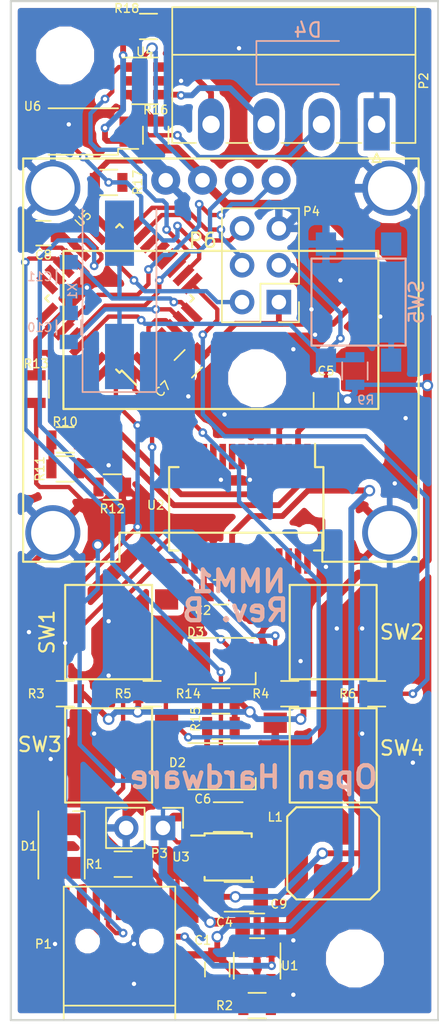
<source format=kicad_pcb>
(kicad_pcb (version 4) (host pcbnew 4.0.7-e2-6376~58~ubuntu16.04.1)

  (general
    (links 127)
    (no_connects 0)
    (area 119.042857 49.125 157.957143 122.475)
    (thickness 1.6)
    (drawings 7)
    (tracks 730)
    (zones 0)
    (modules 51)
    (nets 44)
  )

  (page A4)
  (layers
    (0 F.Cu signal)
    (31 B.Cu signal)
    (32 B.Adhes user)
    (33 F.Adhes user)
    (34 B.Paste user)
    (35 F.Paste user)
    (36 B.SilkS user)
    (37 F.SilkS user)
    (38 B.Mask user)
    (39 F.Mask user)
    (40 Dwgs.User user)
    (41 Cmts.User user)
    (42 Eco1.User user)
    (43 Eco2.User user)
    (44 Edge.Cuts user)
    (45 Margin user)
    (46 B.CrtYd user hide)
    (47 F.CrtYd user hide)
    (48 B.Fab user hide)
    (49 F.Fab user hide)
  )

  (setup
    (last_trace_width 0.6)
    (user_trace_width 0.3)
    (user_trace_width 0.4)
    (user_trace_width 0.5)
    (user_trace_width 0.6)
    (trace_clearance 0.1)
    (zone_clearance 0.4)
    (zone_45_only no)
    (trace_min 0.2)
    (segment_width 0.2)
    (edge_width 0.15)
    (via_size 0.6)
    (via_drill 0.3)
    (via_min_size 0.4)
    (via_min_drill 0.3)
    (user_via 0.6 0.3)
    (user_via 0.8 0.5)
    (uvia_size 0.6)
    (uvia_drill 0.3)
    (uvias_allowed no)
    (uvia_min_size 0.2)
    (uvia_min_drill 0.1)
    (pcb_text_width 0.3)
    (pcb_text_size 1.5 1.5)
    (mod_edge_width 0.15)
    (mod_text_size 0.6 0.6)
    (mod_text_width 0.1)
    (pad_size 1.524 1.524)
    (pad_drill 0.762)
    (pad_to_mask_clearance 0.2)
    (aux_axis_origin 0 0)
    (visible_elements 7FFEFFFF)
    (pcbplotparams
      (layerselection 0x010f0_80000001)
      (usegerberextensions false)
      (excludeedgelayer true)
      (linewidth 0.100000)
      (plotframeref false)
      (viasonmask false)
      (mode 1)
      (useauxorigin false)
      (hpglpennumber 1)
      (hpglpenspeed 20)
      (hpglpendiameter 15)
      (hpglpenoverlay 2)
      (psnegative false)
      (psa4output false)
      (plotreference true)
      (plotvalue false)
      (plotinvisibletext false)
      (padsonsilk false)
      (subtractmaskfromsilk false)
      (outputformat 1)
      (mirror false)
      (drillshape 0)
      (scaleselection 1)
      (outputdirectory C:/Users/Ricardo.MARAS/Desktop/Stuff/Sveins/NMM-1/NMM1_Kicad/gerbers/))
  )

  (net 0 "")
  (net 1 "Net-(C1-Pad1)")
  (net 2 GND)
  (net 3 "Net-(C2-Pad1)")
  (net 4 /VBatt)
  (net 5 /RESET)
  (net 6 "Net-(C5-Pad2)")
  (net 7 +3V3)
  (net 8 "Net-(C8-Pad1)")
  (net 9 "Net-(C10-Pad2)")
  (net 10 "Net-(C11-Pad2)")
  (net 11 "Net-(D1-Pad1)")
  (net 12 "Net-(D2-Pad1)")
  (net 13 "Net-(D3-Pad1)")
  (net 14 "Net-(L1-Pad1)")
  (net 15 "Net-(P1-Pad2)")
  (net 16 "Net-(P1-Pad3)")
  (net 17 "Net-(P2-Pad2)")
  (net 18 /BTN_4)
  (net 19 /BTN_3)
  (net 20 /BTN_2)
  (net 21 /BTN_1)
  (net 22 "Net-(R1-Pad1)")
  (net 23 "Net-(R2-Pad2)")
  (net 24 "Net-(R10-Pad2)")
  (net 25 "Net-(R11-Pad2)")
  (net 26 "Net-(D2-Pad2)")
  (net 27 "Net-(D3-Pad2)")
  (net 28 "Net-(P2-Pad3)")
  (net 29 "Net-(P2-Pad4)")
  (net 30 "Net-(R16-Pad2)")
  (net 31 "Net-(R17-Pad2)")
  (net 32 "Net-(U4-Pad1)")
  (net 33 "Net-(P4-Pad2)")
  (net 34 "Net-(P4-Pad4)")
  (net 35 "Net-(P4-Pad6)")
  (net 36 "Net-(P6-Pad3)")
  (net 37 "Net-(P6-Pad4)")
  (net 38 "Net-(D4-Pad1)")
  (net 39 "Net-(D4-Pad2)")
  (net 40 "Net-(R10-Pad1)")
  (net 41 "Net-(R18-Pad2)")
  (net 42 "Net-(U2-Pad1)")
  (net 43 "Net-(U2-Pad5)")

  (net_class Default "This is the default net class."
    (clearance 0.1)
    (trace_width 0.25)
    (via_dia 0.6)
    (via_drill 0.3)
    (uvia_dia 0.6)
    (uvia_drill 0.3)
    (add_net GND)
    (add_net "Net-(D4-Pad1)")
    (add_net "Net-(D4-Pad2)")
    (add_net "Net-(R10-Pad1)")
    (add_net "Net-(R18-Pad2)")
    (add_net "Net-(U2-Pad1)")
    (add_net "Net-(U2-Pad5)")
  )

  (net_class "Main 1" ""
    (clearance 0.1)
    (trace_width 0.4)
    (via_dia 0.6)
    (via_drill 0.3)
    (uvia_dia 0.6)
    (uvia_drill 0.3)
    (add_net /BTN_1)
    (add_net /BTN_2)
    (add_net /BTN_3)
    (add_net /BTN_4)
    (add_net /RESET)
    (add_net "Net-(C10-Pad2)")
    (add_net "Net-(C11-Pad2)")
    (add_net "Net-(C2-Pad1)")
    (add_net "Net-(C5-Pad2)")
    (add_net "Net-(C8-Pad1)")
    (add_net "Net-(D1-Pad1)")
    (add_net "Net-(D2-Pad1)")
    (add_net "Net-(D2-Pad2)")
    (add_net "Net-(D3-Pad1)")
    (add_net "Net-(D3-Pad2)")
    (add_net "Net-(P1-Pad2)")
    (add_net "Net-(P1-Pad3)")
    (add_net "Net-(P2-Pad2)")
    (add_net "Net-(P2-Pad3)")
    (add_net "Net-(P2-Pad4)")
    (add_net "Net-(P4-Pad2)")
    (add_net "Net-(P4-Pad4)")
    (add_net "Net-(P4-Pad6)")
    (add_net "Net-(P6-Pad3)")
    (add_net "Net-(P6-Pad4)")
    (add_net "Net-(R1-Pad1)")
    (add_net "Net-(R10-Pad2)")
    (add_net "Net-(R11-Pad2)")
    (add_net "Net-(R16-Pad2)")
    (add_net "Net-(R17-Pad2)")
    (add_net "Net-(R2-Pad2)")
    (add_net "Net-(U4-Pad1)")
  )

  (net_class "Main 2" ""
    (clearance 0.1)
    (trace_width 0.5)
    (via_dia 0.6)
    (via_drill 0.3)
    (uvia_dia 0.6)
    (uvia_drill 0.3)
  )

  (net_class "Power 1" ""
    (clearance 0.1)
    (trace_width 0.6)
    (via_dia 0.8)
    (via_drill 0.5)
    (uvia_dia 0.8)
    (uvia_drill 0.5)
    (add_net +3V3)
    (add_net /VBatt)
    (add_net "Net-(C1-Pad1)")
    (add_net "Net-(L1-Pad1)")
  )

  (module Capacitors_SMD:C_0805 (layer F.Cu) (tedit 58D94B1F) (tstamp 58AC50FC)
    (at 139 117.25 270)
    (descr "Capacitor SMD 0805, reflow soldering, AVX (see smccp.pdf)")
    (tags "capacitor 0805")
    (path /58885F04)
    (attr smd)
    (fp_text reference C1 (at -2 1 360) (layer F.SilkS)
      (effects (font (size 0.6 0.6) (thickness 0.1)))
    )
    (fp_text value 4.7uF (at 0 1.75 270) (layer F.Fab)
      (effects (font (size 1 1) (thickness 0.15)))
    )
    (fp_text user %R (at 0 -1.5 270) (layer F.Fab)
      (effects (font (size 1 1) (thickness 0.15)))
    )
    (fp_line (start -1 0.62) (end -1 -0.62) (layer F.Fab) (width 0.1))
    (fp_line (start 1 0.62) (end -1 0.62) (layer F.Fab) (width 0.1))
    (fp_line (start 1 -0.62) (end 1 0.62) (layer F.Fab) (width 0.1))
    (fp_line (start -1 -0.62) (end 1 -0.62) (layer F.Fab) (width 0.1))
    (fp_line (start 0.5 -0.85) (end -0.5 -0.85) (layer F.SilkS) (width 0.12))
    (fp_line (start -0.5 0.85) (end 0.5 0.85) (layer F.SilkS) (width 0.12))
    (fp_line (start -1.75 -0.88) (end 1.75 -0.88) (layer F.CrtYd) (width 0.05))
    (fp_line (start -1.75 -0.88) (end -1.75 0.87) (layer F.CrtYd) (width 0.05))
    (fp_line (start 1.75 0.87) (end 1.75 -0.88) (layer F.CrtYd) (width 0.05))
    (fp_line (start 1.75 0.87) (end -1.75 0.87) (layer F.CrtYd) (width 0.05))
    (pad 1 smd rect (at -1 0 270) (size 1 1.25) (layers F.Cu F.Paste F.Mask)
      (net 1 "Net-(C1-Pad1)"))
    (pad 2 smd rect (at 1 0 270) (size 1 1.25) (layers F.Cu F.Paste F.Mask)
      (net 2 GND))
    (model Capacitors_SMD.3dshapes/C_0805.wrl
      (at (xyz 0 0 0))
      (scale (xyz 1 1 1))
      (rotate (xyz 0 0 0))
    )
  )

  (module Capacitors_SMD:C_0805 (layer F.Cu) (tedit 5A9FCC5A) (tstamp 58AC510D)
    (at 139.25 91.25)
    (descr "Capacitor SMD 0805, reflow soldering, AVX (see smccp.pdf)")
    (tags "capacitor 0805")
    (path /58815C2D)
    (attr smd)
    (fp_text reference C2 (at -1.25 1.25) (layer F.SilkS)
      (effects (font (size 0.6 0.6) (thickness 0.1)))
    )
    (fp_text value 100nF (at 0 1.75) (layer F.Fab)
      (effects (font (size 1 1) (thickness 0.15)))
    )
    (fp_text user %R (at 0 -1.5) (layer F.Fab)
      (effects (font (size 1 1) (thickness 0.15)))
    )
    (fp_line (start -1 0.62) (end -1 -0.62) (layer F.Fab) (width 0.1))
    (fp_line (start 1 0.62) (end -1 0.62) (layer F.Fab) (width 0.1))
    (fp_line (start 1 -0.62) (end 1 0.62) (layer F.Fab) (width 0.1))
    (fp_line (start -1 -0.62) (end 1 -0.62) (layer F.Fab) (width 0.1))
    (fp_line (start 0.5 -0.85) (end -0.5 -0.85) (layer F.SilkS) (width 0.12))
    (fp_line (start -0.5 0.85) (end 0.5 0.85) (layer F.SilkS) (width 0.12))
    (fp_line (start -1.75 -0.88) (end 1.75 -0.88) (layer F.CrtYd) (width 0.05))
    (fp_line (start -1.75 -0.88) (end -1.75 0.87) (layer F.CrtYd) (width 0.05))
    (fp_line (start 1.75 0.87) (end 1.75 -0.88) (layer F.CrtYd) (width 0.05))
    (fp_line (start 1.75 0.87) (end -1.75 0.87) (layer F.CrtYd) (width 0.05))
    (pad 1 smd rect (at -1 0) (size 1 1.25) (layers F.Cu F.Paste F.Mask)
      (net 3 "Net-(C2-Pad1)"))
    (pad 2 smd rect (at 1 0) (size 1 1.25) (layers F.Cu F.Paste F.Mask)
      (net 2 GND))
    (model Capacitors_SMD.3dshapes/C_0805.wrl
      (at (xyz 0 0 0))
      (scale (xyz 1 1 1))
      (rotate (xyz 0 0 0))
    )
  )

  (module Capacitors_SMD:C_0805 (layer F.Cu) (tedit 58D94C82) (tstamp 58AC512F)
    (at 141.75 114.25)
    (descr "Capacitor SMD 0805, reflow soldering, AVX (see smccp.pdf)")
    (tags "capacitor 0805")
    (path /5888837D)
    (attr smd)
    (fp_text reference C4 (at -2.25 -0.25) (layer F.SilkS)
      (effects (font (size 0.6 0.6) (thickness 0.1)))
    )
    (fp_text value 4.7uF (at 0 1.75) (layer F.Fab)
      (effects (font (size 1 1) (thickness 0.15)))
    )
    (fp_text user %R (at 0 -1.5) (layer F.Fab)
      (effects (font (size 1 1) (thickness 0.15)))
    )
    (fp_line (start -1 0.62) (end -1 -0.62) (layer F.Fab) (width 0.1))
    (fp_line (start 1 0.62) (end -1 0.62) (layer F.Fab) (width 0.1))
    (fp_line (start 1 -0.62) (end 1 0.62) (layer F.Fab) (width 0.1))
    (fp_line (start -1 -0.62) (end 1 -0.62) (layer F.Fab) (width 0.1))
    (fp_line (start 0.5 -0.85) (end -0.5 -0.85) (layer F.SilkS) (width 0.12))
    (fp_line (start -0.5 0.85) (end 0.5 0.85) (layer F.SilkS) (width 0.12))
    (fp_line (start -1.75 -0.88) (end 1.75 -0.88) (layer F.CrtYd) (width 0.05))
    (fp_line (start -1.75 -0.88) (end -1.75 0.87) (layer F.CrtYd) (width 0.05))
    (fp_line (start 1.75 0.87) (end 1.75 -0.88) (layer F.CrtYd) (width 0.05))
    (fp_line (start 1.75 0.87) (end -1.75 0.87) (layer F.CrtYd) (width 0.05))
    (pad 1 smd rect (at -1 0) (size 1 1.25) (layers F.Cu F.Paste F.Mask)
      (net 4 /VBatt))
    (pad 2 smd rect (at 1 0) (size 1 1.25) (layers F.Cu F.Paste F.Mask)
      (net 2 GND))
    (model Capacitors_SMD.3dshapes/C_0805.wrl
      (at (xyz 0 0 0))
      (scale (xyz 1 1 1))
      (rotate (xyz 0 0 0))
    )
  )

  (module Capacitors_SMD:C_0805 (layer F.Cu) (tedit 58D99B1E) (tstamp 58AC5140)
    (at 146.5 78 270)
    (descr "Capacitor SMD 0805, reflow soldering, AVX (see smccp.pdf)")
    (tags "capacitor 0805")
    (path /5891E9F8)
    (attr smd)
    (fp_text reference C5 (at -2 0 360) (layer F.SilkS)
      (effects (font (size 0.6 0.6) (thickness 0.1)))
    )
    (fp_text value 100nF (at 0 1.75 270) (layer F.Fab)
      (effects (font (size 1 1) (thickness 0.15)))
    )
    (fp_text user %R (at 0 -1.5 270) (layer F.Fab)
      (effects (font (size 1 1) (thickness 0.15)))
    )
    (fp_line (start -1 0.62) (end -1 -0.62) (layer F.Fab) (width 0.1))
    (fp_line (start 1 0.62) (end -1 0.62) (layer F.Fab) (width 0.1))
    (fp_line (start 1 -0.62) (end 1 0.62) (layer F.Fab) (width 0.1))
    (fp_line (start -1 -0.62) (end 1 -0.62) (layer F.Fab) (width 0.1))
    (fp_line (start 0.5 -0.85) (end -0.5 -0.85) (layer F.SilkS) (width 0.12))
    (fp_line (start -0.5 0.85) (end 0.5 0.85) (layer F.SilkS) (width 0.12))
    (fp_line (start -1.75 -0.88) (end 1.75 -0.88) (layer F.CrtYd) (width 0.05))
    (fp_line (start -1.75 -0.88) (end -1.75 0.87) (layer F.CrtYd) (width 0.05))
    (fp_line (start 1.75 0.87) (end 1.75 -0.88) (layer F.CrtYd) (width 0.05))
    (fp_line (start 1.75 0.87) (end -1.75 0.87) (layer F.CrtYd) (width 0.05))
    (pad 1 smd rect (at -1 0 270) (size 1 1.25) (layers F.Cu F.Paste F.Mask)
      (net 5 /RESET))
    (pad 2 smd rect (at 1 0 270) (size 1 1.25) (layers F.Cu F.Paste F.Mask)
      (net 6 "Net-(C5-Pad2)"))
    (model Capacitors_SMD.3dshapes/C_0805.wrl
      (at (xyz 0 0 0))
      (scale (xyz 1 1 1))
      (rotate (xyz 0 0 0))
    )
  )

  (module Capacitors_SMD:C_1206 (layer F.Cu) (tedit 58D94CEE) (tstamp 58AC5151)
    (at 139.75 106.75)
    (descr "Capacitor SMD 1206, reflow soldering, AVX (see smccp.pdf)")
    (tags "capacitor 1206")
    (path /588996E9)
    (attr smd)
    (fp_text reference C6 (at -1.75 -1.25) (layer F.SilkS)
      (effects (font (size 0.6 0.6) (thickness 0.1)))
    )
    (fp_text value 22uF (at 0 2) (layer F.Fab)
      (effects (font (size 1 1) (thickness 0.15)))
    )
    (fp_text user %R (at 0 -1.75) (layer F.Fab)
      (effects (font (size 1 1) (thickness 0.15)))
    )
    (fp_line (start -1.6 0.8) (end -1.6 -0.8) (layer F.Fab) (width 0.1))
    (fp_line (start 1.6 0.8) (end -1.6 0.8) (layer F.Fab) (width 0.1))
    (fp_line (start 1.6 -0.8) (end 1.6 0.8) (layer F.Fab) (width 0.1))
    (fp_line (start -1.6 -0.8) (end 1.6 -0.8) (layer F.Fab) (width 0.1))
    (fp_line (start 1 -1.02) (end -1 -1.02) (layer F.SilkS) (width 0.12))
    (fp_line (start -1 1.02) (end 1 1.02) (layer F.SilkS) (width 0.12))
    (fp_line (start -2.25 -1.05) (end 2.25 -1.05) (layer F.CrtYd) (width 0.05))
    (fp_line (start -2.25 -1.05) (end -2.25 1.05) (layer F.CrtYd) (width 0.05))
    (fp_line (start 2.25 1.05) (end 2.25 -1.05) (layer F.CrtYd) (width 0.05))
    (fp_line (start 2.25 1.05) (end -2.25 1.05) (layer F.CrtYd) (width 0.05))
    (pad 1 smd rect (at -1.5 0) (size 1 1.6) (layers F.Cu F.Paste F.Mask)
      (net 4 /VBatt))
    (pad 2 smd rect (at 1.5 0) (size 1 1.6) (layers F.Cu F.Paste F.Mask)
      (net 2 GND))
    (model Capacitors_SMD.3dshapes/C_1206.wrl
      (at (xyz 0 0 0))
      (scale (xyz 1 1 1))
      (rotate (xyz 0 0 0))
    )
  )

  (module Capacitors_SMD:C_0805 (layer F.Cu) (tedit 58D99AD5) (tstamp 58AC5162)
    (at 137 75.5 45)
    (descr "Capacitor SMD 0805, reflow soldering, AVX (see smccp.pdf)")
    (tags "capacitor 0805")
    (path /58825549)
    (attr smd)
    (fp_text reference C7 (at -2.474874 0 45) (layer F.SilkS)
      (effects (font (size 0.6 0.6) (thickness 0.1)))
    )
    (fp_text value 100nF (at 0 1.75 45) (layer F.Fab)
      (effects (font (size 1 1) (thickness 0.15)))
    )
    (fp_text user %R (at 0 -1.5 45) (layer F.Fab)
      (effects (font (size 1 1) (thickness 0.15)))
    )
    (fp_line (start -1 0.62) (end -1 -0.62) (layer F.Fab) (width 0.1))
    (fp_line (start 1 0.62) (end -1 0.62) (layer F.Fab) (width 0.1))
    (fp_line (start 1 -0.62) (end 1 0.62) (layer F.Fab) (width 0.1))
    (fp_line (start -1 -0.62) (end 1 -0.62) (layer F.Fab) (width 0.1))
    (fp_line (start 0.5 -0.85) (end -0.5 -0.85) (layer F.SilkS) (width 0.12))
    (fp_line (start -0.5 0.85) (end 0.5 0.85) (layer F.SilkS) (width 0.12))
    (fp_line (start -1.75 -0.88) (end 1.75 -0.88) (layer F.CrtYd) (width 0.05))
    (fp_line (start -1.75 -0.88) (end -1.75 0.87) (layer F.CrtYd) (width 0.05))
    (fp_line (start 1.75 0.87) (end 1.75 -0.88) (layer F.CrtYd) (width 0.05))
    (fp_line (start 1.75 0.87) (end -1.75 0.87) (layer F.CrtYd) (width 0.05))
    (pad 1 smd rect (at -1 0 45) (size 1 1.25) (layers F.Cu F.Paste F.Mask)
      (net 2 GND))
    (pad 2 smd rect (at 1 0 45) (size 1 1.25) (layers F.Cu F.Paste F.Mask)
      (net 7 +3V3))
    (model Capacitors_SMD.3dshapes/C_0805.wrl
      (at (xyz 0 0 0))
      (scale (xyz 1 1 1))
      (rotate (xyz 0 0 0))
    )
  )

  (module Capacitors_SMD:C_0805 (layer F.Cu) (tedit 5A9FCC14) (tstamp 58AC5173)
    (at 127 66.5 180)
    (descr "Capacitor SMD 0805, reflow soldering, AVX (see smccp.pdf)")
    (tags "capacitor 0805")
    (path /5891C141)
    (attr smd)
    (fp_text reference C8 (at 0 -1.5 180) (layer F.SilkS)
      (effects (font (size 0.6 0.6) (thickness 0.1)))
    )
    (fp_text value 100nF (at 0 1.75 180) (layer F.Fab)
      (effects (font (size 1 1) (thickness 0.15)))
    )
    (fp_text user %R (at 0 -1.5 180) (layer F.Fab)
      (effects (font (size 1 1) (thickness 0.15)))
    )
    (fp_line (start -1 0.62) (end -1 -0.62) (layer F.Fab) (width 0.1))
    (fp_line (start 1 0.62) (end -1 0.62) (layer F.Fab) (width 0.1))
    (fp_line (start 1 -0.62) (end 1 0.62) (layer F.Fab) (width 0.1))
    (fp_line (start -1 -0.62) (end 1 -0.62) (layer F.Fab) (width 0.1))
    (fp_line (start 0.5 -0.85) (end -0.5 -0.85) (layer F.SilkS) (width 0.12))
    (fp_line (start -0.5 0.85) (end 0.5 0.85) (layer F.SilkS) (width 0.12))
    (fp_line (start -1.75 -0.88) (end 1.75 -0.88) (layer F.CrtYd) (width 0.05))
    (fp_line (start -1.75 -0.88) (end -1.75 0.87) (layer F.CrtYd) (width 0.05))
    (fp_line (start 1.75 0.87) (end 1.75 -0.88) (layer F.CrtYd) (width 0.05))
    (fp_line (start 1.75 0.87) (end -1.75 0.87) (layer F.CrtYd) (width 0.05))
    (pad 1 smd rect (at -1 0 180) (size 1 1.25) (layers F.Cu F.Paste F.Mask)
      (net 8 "Net-(C8-Pad1)"))
    (pad 2 smd rect (at 1 0 180) (size 1 1.25) (layers F.Cu F.Paste F.Mask)
      (net 2 GND))
    (model Capacitors_SMD.3dshapes/C_0805.wrl
      (at (xyz 0 0 0))
      (scale (xyz 1 1 1))
      (rotate (xyz 0 0 0))
    )
  )

  (module Capacitors_SMD:C_1206 (layer F.Cu) (tedit 58D94C90) (tstamp 58AC5184)
    (at 140.5 112.25)
    (descr "Capacitor SMD 1206, reflow soldering, AVX (see smccp.pdf)")
    (tags "capacitor 1206")
    (path /5889990B)
    (attr smd)
    (fp_text reference C9 (at 2.75 0.5) (layer F.SilkS)
      (effects (font (size 0.6 0.6) (thickness 0.1)))
    )
    (fp_text value 22uF (at 0 2) (layer F.Fab)
      (effects (font (size 1 1) (thickness 0.15)))
    )
    (fp_text user %R (at 0 -1.75) (layer F.Fab)
      (effects (font (size 1 1) (thickness 0.15)))
    )
    (fp_line (start -1.6 0.8) (end -1.6 -0.8) (layer F.Fab) (width 0.1))
    (fp_line (start 1.6 0.8) (end -1.6 0.8) (layer F.Fab) (width 0.1))
    (fp_line (start 1.6 -0.8) (end 1.6 0.8) (layer F.Fab) (width 0.1))
    (fp_line (start -1.6 -0.8) (end 1.6 -0.8) (layer F.Fab) (width 0.1))
    (fp_line (start 1 -1.02) (end -1 -1.02) (layer F.SilkS) (width 0.12))
    (fp_line (start -1 1.02) (end 1 1.02) (layer F.SilkS) (width 0.12))
    (fp_line (start -2.25 -1.05) (end 2.25 -1.05) (layer F.CrtYd) (width 0.05))
    (fp_line (start -2.25 -1.05) (end -2.25 1.05) (layer F.CrtYd) (width 0.05))
    (fp_line (start 2.25 1.05) (end 2.25 -1.05) (layer F.CrtYd) (width 0.05))
    (fp_line (start 2.25 1.05) (end -2.25 1.05) (layer F.CrtYd) (width 0.05))
    (pad 1 smd rect (at -1.5 0) (size 1 1.6) (layers F.Cu F.Paste F.Mask)
      (net 7 +3V3))
    (pad 2 smd rect (at 1.5 0) (size 1 1.6) (layers F.Cu F.Paste F.Mask)
      (net 2 GND))
    (model Capacitors_SMD.3dshapes/C_1206.wrl
      (at (xyz 0 0 0))
      (scale (xyz 1 1 1))
      (rotate (xyz 0 0 0))
    )
  )

  (module Capacitors_SMD:C_0805 (layer B.Cu) (tedit 58D99C0A) (tstamp 58AC5195)
    (at 128.75 73 270)
    (descr "Capacitor SMD 0805, reflow soldering, AVX (see smccp.pdf)")
    (tags "capacitor 0805")
    (path /58819B31)
    (attr smd)
    (fp_text reference C10 (at 0 2 360) (layer B.SilkS)
      (effects (font (size 0.6 0.6) (thickness 0.1)) (justify mirror))
    )
    (fp_text value 22pF (at 0 -1.75 270) (layer B.Fab)
      (effects (font (size 1 1) (thickness 0.15)) (justify mirror))
    )
    (fp_text user %R (at 0 1.5 270) (layer B.Fab)
      (effects (font (size 1 1) (thickness 0.15)) (justify mirror))
    )
    (fp_line (start -1 -0.62) (end -1 0.62) (layer B.Fab) (width 0.1))
    (fp_line (start 1 -0.62) (end -1 -0.62) (layer B.Fab) (width 0.1))
    (fp_line (start 1 0.62) (end 1 -0.62) (layer B.Fab) (width 0.1))
    (fp_line (start -1 0.62) (end 1 0.62) (layer B.Fab) (width 0.1))
    (fp_line (start 0.5 0.85) (end -0.5 0.85) (layer B.SilkS) (width 0.12))
    (fp_line (start -0.5 -0.85) (end 0.5 -0.85) (layer B.SilkS) (width 0.12))
    (fp_line (start -1.75 0.88) (end 1.75 0.88) (layer B.CrtYd) (width 0.05))
    (fp_line (start -1.75 0.88) (end -1.75 -0.87) (layer B.CrtYd) (width 0.05))
    (fp_line (start 1.75 -0.87) (end 1.75 0.88) (layer B.CrtYd) (width 0.05))
    (fp_line (start 1.75 -0.87) (end -1.75 -0.87) (layer B.CrtYd) (width 0.05))
    (pad 1 smd rect (at -1 0 270) (size 1 1.25) (layers B.Cu B.Paste B.Mask)
      (net 2 GND))
    (pad 2 smd rect (at 1 0 270) (size 1 1.25) (layers B.Cu B.Paste B.Mask)
      (net 9 "Net-(C10-Pad2)"))
    (model Capacitors_SMD.3dshapes/C_0805.wrl
      (at (xyz 0 0 0))
      (scale (xyz 1 1 1))
      (rotate (xyz 0 0 0))
    )
  )

  (module Capacitors_SMD:C_0805 (layer B.Cu) (tedit 58D99C08) (tstamp 58AC51A6)
    (at 128.75 69.5 90)
    (descr "Capacitor SMD 0805, reflow soldering, AVX (see smccp.pdf)")
    (tags "capacitor 0805")
    (path /58819C1C)
    (attr smd)
    (fp_text reference C11 (at 0 -2 180) (layer B.SilkS)
      (effects (font (size 0.6 0.6) (thickness 0.1)) (justify mirror))
    )
    (fp_text value 22pF (at 0 -1.75 90) (layer B.Fab)
      (effects (font (size 1 1) (thickness 0.15)) (justify mirror))
    )
    (fp_text user %R (at 0 1.5 90) (layer B.Fab)
      (effects (font (size 1 1) (thickness 0.15)) (justify mirror))
    )
    (fp_line (start -1 -0.62) (end -1 0.62) (layer B.Fab) (width 0.1))
    (fp_line (start 1 -0.62) (end -1 -0.62) (layer B.Fab) (width 0.1))
    (fp_line (start 1 0.62) (end 1 -0.62) (layer B.Fab) (width 0.1))
    (fp_line (start -1 0.62) (end 1 0.62) (layer B.Fab) (width 0.1))
    (fp_line (start 0.5 0.85) (end -0.5 0.85) (layer B.SilkS) (width 0.12))
    (fp_line (start -0.5 -0.85) (end 0.5 -0.85) (layer B.SilkS) (width 0.12))
    (fp_line (start -1.75 0.88) (end 1.75 0.88) (layer B.CrtYd) (width 0.05))
    (fp_line (start -1.75 0.88) (end -1.75 -0.87) (layer B.CrtYd) (width 0.05))
    (fp_line (start 1.75 -0.87) (end 1.75 0.88) (layer B.CrtYd) (width 0.05))
    (fp_line (start 1.75 -0.87) (end -1.75 -0.87) (layer B.CrtYd) (width 0.05))
    (pad 1 smd rect (at -1 0 90) (size 1 1.25) (layers B.Cu B.Paste B.Mask)
      (net 2 GND))
    (pad 2 smd rect (at 1 0 90) (size 1 1.25) (layers B.Cu B.Paste B.Mask)
      (net 10 "Net-(C11-Pad2)"))
    (model Capacitors_SMD.3dshapes/C_0805.wrl
      (at (xyz 0 0 0))
      (scale (xyz 1 1 1))
      (rotate (xyz 0 0 0))
    )
  )

  (module LEDs:LED_PLCC-2 (layer F.Cu) (tedit 58D94B40) (tstamp 58AC51B9)
    (at 128.25 108.75 270)
    (descr "LED PLCC-2 SMD package")
    (tags "LED PLCC-2 SMD")
    (path /589137FD)
    (attr smd)
    (fp_text reference D1 (at 0 2.25 360) (layer F.SilkS)
      (effects (font (size 0.6 0.6) (thickness 0.1)))
    )
    (fp_text value LED (at 0 2.5 270) (layer F.Fab)
      (effects (font (size 1 1) (thickness 0.15)))
    )
    (fp_circle (center 0 0) (end 0 -1.25) (layer F.Fab) (width 0.1))
    (fp_line (start -1.7 -0.6) (end -0.8 -1.5) (layer F.Fab) (width 0.1))
    (fp_line (start 1.7 1.5) (end 1.7 -1.5) (layer F.Fab) (width 0.1))
    (fp_line (start 1.7 -1.5) (end -1.7 -1.5) (layer F.Fab) (width 0.1))
    (fp_line (start -1.7 -1.5) (end -1.7 1.5) (layer F.Fab) (width 0.1))
    (fp_line (start -1.7 1.5) (end 1.7 1.5) (layer F.Fab) (width 0.1))
    (fp_line (start -2.65 -1.85) (end 2.5 -1.85) (layer F.CrtYd) (width 0.05))
    (fp_line (start 2.5 -1.85) (end 2.5 1.85) (layer F.CrtYd) (width 0.05))
    (fp_line (start 2.5 1.85) (end -2.65 1.85) (layer F.CrtYd) (width 0.05))
    (fp_line (start -2.65 1.85) (end -2.65 -1.85) (layer F.CrtYd) (width 0.05))
    (fp_line (start 2.25 1.6) (end -2.4 1.6) (layer F.SilkS) (width 0.12))
    (fp_line (start 2.25 -1.6) (end -2.4 -1.6) (layer F.SilkS) (width 0.12))
    (fp_line (start -2.4 -1.6) (end -2.4 -0.8) (layer F.SilkS) (width 0.12))
    (pad 1 smd rect (at -1.5 0 270) (size 1.5 2.6) (layers F.Cu F.Paste F.Mask)
      (net 11 "Net-(D1-Pad1)"))
    (pad 2 smd rect (at 1.5 0 270) (size 1.5 2.6) (layers F.Cu F.Paste F.Mask)
      (net 1 "Net-(C1-Pad1)"))
  )

  (module LEDs:LED_PLCC-2 (layer F.Cu) (tedit 58D94CEA) (tstamp 58AC51CC)
    (at 139.25 103.25 180)
    (descr "LED PLCC-2 SMD package")
    (tags "LED PLCC-2 SMD")
    (path /5881DC19)
    (attr smd)
    (fp_text reference D2 (at 3 0.25 180) (layer F.SilkS)
      (effects (font (size 0.6 0.6) (thickness 0.1)))
    )
    (fp_text value LED (at 0 2.5 180) (layer F.Fab)
      (effects (font (size 1 1) (thickness 0.15)))
    )
    (fp_circle (center 0 0) (end 0 -1.25) (layer F.Fab) (width 0.1))
    (fp_line (start -1.7 -0.6) (end -0.8 -1.5) (layer F.Fab) (width 0.1))
    (fp_line (start 1.7 1.5) (end 1.7 -1.5) (layer F.Fab) (width 0.1))
    (fp_line (start 1.7 -1.5) (end -1.7 -1.5) (layer F.Fab) (width 0.1))
    (fp_line (start -1.7 -1.5) (end -1.7 1.5) (layer F.Fab) (width 0.1))
    (fp_line (start -1.7 1.5) (end 1.7 1.5) (layer F.Fab) (width 0.1))
    (fp_line (start -2.65 -1.85) (end 2.5 -1.85) (layer F.CrtYd) (width 0.05))
    (fp_line (start 2.5 -1.85) (end 2.5 1.85) (layer F.CrtYd) (width 0.05))
    (fp_line (start 2.5 1.85) (end -2.65 1.85) (layer F.CrtYd) (width 0.05))
    (fp_line (start -2.65 1.85) (end -2.65 -1.85) (layer F.CrtYd) (width 0.05))
    (fp_line (start 2.25 1.6) (end -2.4 1.6) (layer F.SilkS) (width 0.12))
    (fp_line (start 2.25 -1.6) (end -2.4 -1.6) (layer F.SilkS) (width 0.12))
    (fp_line (start -2.4 -1.6) (end -2.4 -0.8) (layer F.SilkS) (width 0.12))
    (pad 1 smd rect (at -1.5 0 180) (size 1.5 2.6) (layers F.Cu F.Paste F.Mask)
      (net 12 "Net-(D2-Pad1)"))
    (pad 2 smd rect (at 1.5 0 180) (size 1.5 2.6) (layers F.Cu F.Paste F.Mask)
      (net 26 "Net-(D2-Pad2)"))
  )

  (module LEDs:LED_PLCC-2 (layer F.Cu) (tedit 58D94D31) (tstamp 58AC51DF)
    (at 139.25 96 180)
    (descr "LED PLCC-2 SMD package")
    (tags "LED PLCC-2 SMD")
    (path /58912C50)
    (attr smd)
    (fp_text reference D3 (at 1.75 2 180) (layer F.SilkS)
      (effects (font (size 0.6 0.6) (thickness 0.1)))
    )
    (fp_text value LED (at 0 2.5 180) (layer F.Fab)
      (effects (font (size 1 1) (thickness 0.15)))
    )
    (fp_circle (center 0 0) (end 0 -1.25) (layer F.Fab) (width 0.1))
    (fp_line (start -1.7 -0.6) (end -0.8 -1.5) (layer F.Fab) (width 0.1))
    (fp_line (start 1.7 1.5) (end 1.7 -1.5) (layer F.Fab) (width 0.1))
    (fp_line (start 1.7 -1.5) (end -1.7 -1.5) (layer F.Fab) (width 0.1))
    (fp_line (start -1.7 -1.5) (end -1.7 1.5) (layer F.Fab) (width 0.1))
    (fp_line (start -1.7 1.5) (end 1.7 1.5) (layer F.Fab) (width 0.1))
    (fp_line (start -2.65 -1.85) (end 2.5 -1.85) (layer F.CrtYd) (width 0.05))
    (fp_line (start 2.5 -1.85) (end 2.5 1.85) (layer F.CrtYd) (width 0.05))
    (fp_line (start 2.5 1.85) (end -2.65 1.85) (layer F.CrtYd) (width 0.05))
    (fp_line (start -2.65 1.85) (end -2.65 -1.85) (layer F.CrtYd) (width 0.05))
    (fp_line (start 2.25 1.6) (end -2.4 1.6) (layer F.SilkS) (width 0.12))
    (fp_line (start 2.25 -1.6) (end -2.4 -1.6) (layer F.SilkS) (width 0.12))
    (fp_line (start -2.4 -1.6) (end -2.4 -0.8) (layer F.SilkS) (width 0.12))
    (pad 1 smd rect (at -1.5 0 180) (size 1.5 2.6) (layers F.Cu F.Paste F.Mask)
      (net 13 "Net-(D3-Pad1)"))
    (pad 2 smd rect (at 1.5 0 180) (size 1.5 2.6) (layers F.Cu F.Paste F.Mask)
      (net 27 "Net-(D3-Pad2)"))
  )

  (module "Electropepper parts:SRN6028" (layer F.Cu) (tedit 5A9FCC8B) (tstamp 58AC520A)
    (at 147 109.25)
    (path /5889C7D1)
    (fp_text reference L1 (at -4 -2.5) (layer F.SilkS)
      (effects (font (size 0.6 0.6) (thickness 0.1)))
    )
    (fp_text value 6.2uH (at 0 4.445) (layer F.Fab)
      (effects (font (size 1 1) (thickness 0.15)))
    )
    (fp_line (start -3.175 2.54) (end -3.175 -2.54) (layer F.SilkS) (width 0.15))
    (fp_line (start 2.54 3.175) (end -2.54 3.175) (layer F.SilkS) (width 0.15))
    (fp_line (start 3.175 -2.54) (end 3.175 2.54) (layer F.SilkS) (width 0.15))
    (fp_line (start -2.54 -3.175) (end 2.54 -3.175) (layer F.SilkS) (width 0.15))
    (fp_line (start 2.54 3.175) (end 3.175 2.54) (layer F.SilkS) (width 0.15))
    (fp_line (start -3.175 2.54) (end -2.54 3.175) (layer F.SilkS) (width 0.15))
    (fp_line (start 3.175 -2.54) (end 2.54 -3.175) (layer F.SilkS) (width 0.15))
    (fp_line (start -3.175 -2.54) (end -2.54 -3.175) (layer F.SilkS) (width 0.15))
    (pad 1 smd rect (at -2.54 0) (size 1.6 5.7) (layers F.Cu F.Paste F.Mask)
      (net 14 "Net-(L1-Pad1)"))
    (pad 2 smd rect (at 2.54 0) (size 1.6 5.7) (layers F.Cu F.Paste F.Mask)
      (net 7 +3V3))
  )

  (module Connectors:USB_Mini-B (layer F.Cu) (tedit 58D94A63) (tstamp 58AC5222)
    (at 132.25 115.5 90)
    (descr "USB Mini-B 5-pin SMD connector")
    (tags "USB USB_B USB_Mini connector")
    (path /58815603)
    (attr smd)
    (fp_text reference P1 (at 0 -5.25 180) (layer F.SilkS)
      (effects (font (size 0.6 0.6) (thickness 0.1)))
    )
    (fp_text value USB_OTG (at -0.65 -7.1 90) (layer F.Fab)
      (effects (font (size 1 1) (thickness 0.15)))
    )
    (fp_line (start -5.5 -5.7) (end 4.2 -5.7) (layer F.CrtYd) (width 0.05))
    (fp_line (start 4.2 -5.7) (end 4.2 5.7) (layer F.CrtYd) (width 0.05))
    (fp_line (start 4.2 5.7) (end -5.5 5.7) (layer F.CrtYd) (width 0.05))
    (fp_line (start -5.5 5.7) (end -5.5 -5.7) (layer F.CrtYd) (width 0.05))
    (fp_line (start -4.25 -3.85) (end -4.25 3.85) (layer F.SilkS) (width 0.12))
    (fp_line (start -5.25 -3.85) (end -5.25 3.85) (layer F.SilkS) (width 0.12))
    (fp_line (start -5.25 3.85) (end 3.95 3.85) (layer F.SilkS) (width 0.12))
    (fp_line (start 3.95 3.85) (end 3.95 -3.85) (layer F.SilkS) (width 0.12))
    (fp_line (start 3.95 -3.85) (end -5.25 -3.85) (layer F.SilkS) (width 0.12))
    (pad 1 smd rect (at 2.8 -1.6 90) (size 2.3 0.5) (layers F.Cu F.Paste F.Mask)
      (net 1 "Net-(C1-Pad1)"))
    (pad 2 smd rect (at 2.8 -0.8 90) (size 2.3 0.5) (layers F.Cu F.Paste F.Mask)
      (net 15 "Net-(P1-Pad2)"))
    (pad 3 smd rect (at 2.8 0 90) (size 2.3 0.5) (layers F.Cu F.Paste F.Mask)
      (net 16 "Net-(P1-Pad3)"))
    (pad 4 smd rect (at 2.8 0.8 90) (size 2.3 0.5) (layers F.Cu F.Paste F.Mask))
    (pad 5 smd rect (at 2.8 1.6 90) (size 2.3 0.5) (layers F.Cu F.Paste F.Mask)
      (net 2 GND))
    (pad 6 smd rect (at 2.7 -4.45 90) (size 2.5 2) (layers F.Cu F.Paste F.Mask)
      (net 2 GND))
    (pad 6 smd rect (at -2.8 -4.45 90) (size 2.5 2) (layers F.Cu F.Paste F.Mask)
      (net 2 GND))
    (pad 6 smd rect (at 2.7 4.45 90) (size 2.5 2) (layers F.Cu F.Paste F.Mask)
      (net 2 GND))
    (pad 6 smd rect (at -2.8 4.45 90) (size 2.5 2) (layers F.Cu F.Paste F.Mask)
      (net 2 GND))
    (pad "" np_thru_hole circle (at 0.2 -2.2 90) (size 0.9 0.9) (drill 0.9) (layers *.Cu *.Mask))
    (pad "" np_thru_hole circle (at 0.2 2.2 90) (size 0.9 0.9) (drill 0.9) (layers *.Cu *.Mask))
  )

  (module Pin_Headers:Pin_Header_Straight_1x02_Pitch2.54mm (layer F.Cu) (tedit 58D94CA2) (tstamp 58AC5246)
    (at 135.25 107.5 270)
    (descr "Through hole straight pin header, 1x02, 2.54mm pitch, single row")
    (tags "Through hole pin header THT 1x02 2.54mm single row")
    (path /58896012)
    (fp_text reference P3 (at 1.75 0.25 360) (layer F.SilkS)
      (effects (font (size 0.6 0.6) (thickness 0.1)))
    )
    (fp_text value Battery (at 0 4.93 270) (layer F.Fab)
      (effects (font (size 1 1) (thickness 0.15)))
    )
    (fp_line (start -1.27 -1.27) (end -1.27 3.81) (layer F.Fab) (width 0.1))
    (fp_line (start -1.27 3.81) (end 1.27 3.81) (layer F.Fab) (width 0.1))
    (fp_line (start 1.27 3.81) (end 1.27 -1.27) (layer F.Fab) (width 0.1))
    (fp_line (start 1.27 -1.27) (end -1.27 -1.27) (layer F.Fab) (width 0.1))
    (fp_line (start -1.39 1.27) (end -1.39 3.93) (layer F.SilkS) (width 0.12))
    (fp_line (start -1.39 3.93) (end 1.39 3.93) (layer F.SilkS) (width 0.12))
    (fp_line (start 1.39 3.93) (end 1.39 1.27) (layer F.SilkS) (width 0.12))
    (fp_line (start 1.39 1.27) (end -1.39 1.27) (layer F.SilkS) (width 0.12))
    (fp_line (start -1.39 0) (end -1.39 -1.39) (layer F.SilkS) (width 0.12))
    (fp_line (start -1.39 -1.39) (end 0 -1.39) (layer F.SilkS) (width 0.12))
    (fp_line (start -1.6 -1.6) (end -1.6 4.1) (layer F.CrtYd) (width 0.05))
    (fp_line (start -1.6 4.1) (end 1.6 4.1) (layer F.CrtYd) (width 0.05))
    (fp_line (start 1.6 4.1) (end 1.6 -1.6) (layer F.CrtYd) (width 0.05))
    (fp_line (start 1.6 -1.6) (end -1.6 -1.6) (layer F.CrtYd) (width 0.05))
    (pad 1 thru_hole rect (at 0 0 270) (size 1.7 1.7) (drill 1) (layers *.Cu *.Mask)
      (net 4 /VBatt))
    (pad 2 thru_hole oval (at 0 2.54 270) (size 1.7 1.7) (drill 1) (layers *.Cu *.Mask)
      (net 2 GND))
    (model Pin_Headers.3dshapes/Pin_Header_Straight_1x02_Pitch2.54mm.wrl
      (at (xyz 0 -0.05 0))
      (scale (xyz 1 1 1))
      (rotate (xyz 0 0 90))
    )
  )

  (module Resistors_SMD:R_0805 (layer F.Cu) (tedit 58D94B45) (tstamp 58AC52CD)
    (at 132.5 110 180)
    (descr "Resistor SMD 0805, reflow soldering, Vishay (see dcrcw.pdf)")
    (tags "resistor 0805")
    (path /58883862)
    (attr smd)
    (fp_text reference R1 (at 2 0 180) (layer F.SilkS)
      (effects (font (size 0.6 0.6) (thickness 0.1)))
    )
    (fp_text value 470R (at 0 1.75 180) (layer F.Fab)
      (effects (font (size 1 1) (thickness 0.15)))
    )
    (fp_text user %R (at 0 -1.65 180) (layer F.Fab)
      (effects (font (size 1 1) (thickness 0.15)))
    )
    (fp_line (start -1 0.62) (end -1 -0.62) (layer F.Fab) (width 0.1))
    (fp_line (start 1 0.62) (end -1 0.62) (layer F.Fab) (width 0.1))
    (fp_line (start 1 -0.62) (end 1 0.62) (layer F.Fab) (width 0.1))
    (fp_line (start -1 -0.62) (end 1 -0.62) (layer F.Fab) (width 0.1))
    (fp_line (start 0.6 0.88) (end -0.6 0.88) (layer F.SilkS) (width 0.12))
    (fp_line (start -0.6 -0.88) (end 0.6 -0.88) (layer F.SilkS) (width 0.12))
    (fp_line (start -1.55 -0.9) (end 1.55 -0.9) (layer F.CrtYd) (width 0.05))
    (fp_line (start -1.55 -0.9) (end -1.55 0.9) (layer F.CrtYd) (width 0.05))
    (fp_line (start 1.55 0.9) (end 1.55 -0.9) (layer F.CrtYd) (width 0.05))
    (fp_line (start 1.55 0.9) (end -1.55 0.9) (layer F.CrtYd) (width 0.05))
    (pad 1 smd rect (at -0.95 0 180) (size 0.7 1.3) (layers F.Cu F.Paste F.Mask)
      (net 22 "Net-(R1-Pad1)"))
    (pad 2 smd rect (at 0.95 0 180) (size 0.7 1.3) (layers F.Cu F.Paste F.Mask)
      (net 11 "Net-(D1-Pad1)"))
    (model Resistors_SMD.3dshapes/R_0805.wrl
      (at (xyz 0 0 0))
      (scale (xyz 1 1 1))
      (rotate (xyz 0 0 0))
    )
  )

  (module Resistors_SMD:R_0805 (layer F.Cu) (tedit 58D94B12) (tstamp 58AC52DE)
    (at 141.75 119.75)
    (descr "Resistor SMD 0805, reflow soldering, Vishay (see dcrcw.pdf)")
    (tags "resistor 0805")
    (path /5888A417)
    (attr smd)
    (fp_text reference R2 (at -2.25 0) (layer F.SilkS)
      (effects (font (size 0.6 0.6) (thickness 0.1)))
    )
    (fp_text value 2K (at 0 1.75) (layer F.Fab)
      (effects (font (size 1 1) (thickness 0.15)))
    )
    (fp_text user %R (at 0 -1.65) (layer F.Fab)
      (effects (font (size 1 1) (thickness 0.15)))
    )
    (fp_line (start -1 0.62) (end -1 -0.62) (layer F.Fab) (width 0.1))
    (fp_line (start 1 0.62) (end -1 0.62) (layer F.Fab) (width 0.1))
    (fp_line (start 1 -0.62) (end 1 0.62) (layer F.Fab) (width 0.1))
    (fp_line (start -1 -0.62) (end 1 -0.62) (layer F.Fab) (width 0.1))
    (fp_line (start 0.6 0.88) (end -0.6 0.88) (layer F.SilkS) (width 0.12))
    (fp_line (start -0.6 -0.88) (end 0.6 -0.88) (layer F.SilkS) (width 0.12))
    (fp_line (start -1.55 -0.9) (end 1.55 -0.9) (layer F.CrtYd) (width 0.05))
    (fp_line (start -1.55 -0.9) (end -1.55 0.9) (layer F.CrtYd) (width 0.05))
    (fp_line (start 1.55 0.9) (end 1.55 -0.9) (layer F.CrtYd) (width 0.05))
    (fp_line (start 1.55 0.9) (end -1.55 0.9) (layer F.CrtYd) (width 0.05))
    (pad 1 smd rect (at -0.95 0) (size 0.7 1.3) (layers F.Cu F.Paste F.Mask)
      (net 2 GND))
    (pad 2 smd rect (at 0.95 0) (size 0.7 1.3) (layers F.Cu F.Paste F.Mask)
      (net 23 "Net-(R2-Pad2)"))
    (model Resistors_SMD.3dshapes/R_0805.wrl
      (at (xyz 0 0 0))
      (scale (xyz 1 1 1))
      (rotate (xyz 0 0 0))
    )
  )

  (module Resistors_SMD:R_0805 (layer F.Cu) (tedit 58D94CCF) (tstamp 58AC52EF)
    (at 128.5 98.25)
    (descr "Resistor SMD 0805, reflow soldering, Vishay (see dcrcw.pdf)")
    (tags "resistor 0805")
    (path /5894FF99)
    (attr smd)
    (fp_text reference R3 (at -2 0) (layer F.SilkS)
      (effects (font (size 0.6 0.6) (thickness 0.1)))
    )
    (fp_text value 10K (at 0 1.75) (layer F.Fab)
      (effects (font (size 1 1) (thickness 0.15)))
    )
    (fp_text user %R (at 0 -1.65) (layer F.Fab)
      (effects (font (size 1 1) (thickness 0.15)))
    )
    (fp_line (start -1 0.62) (end -1 -0.62) (layer F.Fab) (width 0.1))
    (fp_line (start 1 0.62) (end -1 0.62) (layer F.Fab) (width 0.1))
    (fp_line (start 1 -0.62) (end 1 0.62) (layer F.Fab) (width 0.1))
    (fp_line (start -1 -0.62) (end 1 -0.62) (layer F.Fab) (width 0.1))
    (fp_line (start 0.6 0.88) (end -0.6 0.88) (layer F.SilkS) (width 0.12))
    (fp_line (start -0.6 -0.88) (end 0.6 -0.88) (layer F.SilkS) (width 0.12))
    (fp_line (start -1.55 -0.9) (end 1.55 -0.9) (layer F.CrtYd) (width 0.05))
    (fp_line (start -1.55 -0.9) (end -1.55 0.9) (layer F.CrtYd) (width 0.05))
    (fp_line (start 1.55 0.9) (end 1.55 -0.9) (layer F.CrtYd) (width 0.05))
    (fp_line (start 1.55 0.9) (end -1.55 0.9) (layer F.CrtYd) (width 0.05))
    (pad 1 smd rect (at -0.95 0) (size 0.7 1.3) (layers F.Cu F.Paste F.Mask)
      (net 21 /BTN_1))
    (pad 2 smd rect (at 0.95 0) (size 0.7 1.3) (layers F.Cu F.Paste F.Mask)
      (net 7 +3V3))
    (model Resistors_SMD.3dshapes/R_0805.wrl
      (at (xyz 0 0 0))
      (scale (xyz 1 1 1))
      (rotate (xyz 0 0 0))
    )
  )

  (module Resistors_SMD:R_0805 (layer F.Cu) (tedit 58D94D27) (tstamp 58AC5300)
    (at 144 98.25)
    (descr "Resistor SMD 0805, reflow soldering, Vishay (see dcrcw.pdf)")
    (tags "resistor 0805")
    (path /5895063D)
    (attr smd)
    (fp_text reference R4 (at -2 0) (layer F.SilkS)
      (effects (font (size 0.6 0.6) (thickness 0.1)))
    )
    (fp_text value 10K (at 0 1.75) (layer F.Fab)
      (effects (font (size 1 1) (thickness 0.15)))
    )
    (fp_text user %R (at 0 -1.65) (layer F.Fab)
      (effects (font (size 1 1) (thickness 0.15)))
    )
    (fp_line (start -1 0.62) (end -1 -0.62) (layer F.Fab) (width 0.1))
    (fp_line (start 1 0.62) (end -1 0.62) (layer F.Fab) (width 0.1))
    (fp_line (start 1 -0.62) (end 1 0.62) (layer F.Fab) (width 0.1))
    (fp_line (start -1 -0.62) (end 1 -0.62) (layer F.Fab) (width 0.1))
    (fp_line (start 0.6 0.88) (end -0.6 0.88) (layer F.SilkS) (width 0.12))
    (fp_line (start -0.6 -0.88) (end 0.6 -0.88) (layer F.SilkS) (width 0.12))
    (fp_line (start -1.55 -0.9) (end 1.55 -0.9) (layer F.CrtYd) (width 0.05))
    (fp_line (start -1.55 -0.9) (end -1.55 0.9) (layer F.CrtYd) (width 0.05))
    (fp_line (start 1.55 0.9) (end 1.55 -0.9) (layer F.CrtYd) (width 0.05))
    (fp_line (start 1.55 0.9) (end -1.55 0.9) (layer F.CrtYd) (width 0.05))
    (pad 1 smd rect (at -0.95 0) (size 0.7 1.3) (layers F.Cu F.Paste F.Mask)
      (net 20 /BTN_2))
    (pad 2 smd rect (at 0.95 0) (size 0.7 1.3) (layers F.Cu F.Paste F.Mask)
      (net 7 +3V3))
    (model Resistors_SMD.3dshapes/R_0805.wrl
      (at (xyz 0 0 0))
      (scale (xyz 1 1 1))
      (rotate (xyz 0 0 0))
    )
  )

  (module Resistors_SMD:R_0805 (layer F.Cu) (tedit 58D94CC7) (tstamp 58AC5311)
    (at 134.5 98.25 180)
    (descr "Resistor SMD 0805, reflow soldering, Vishay (see dcrcw.pdf)")
    (tags "resistor 0805")
    (path /58950803)
    (attr smd)
    (fp_text reference R5 (at 2 0 180) (layer F.SilkS)
      (effects (font (size 0.6 0.6) (thickness 0.1)))
    )
    (fp_text value 10K (at 0 1.75 180) (layer F.Fab)
      (effects (font (size 1 1) (thickness 0.15)))
    )
    (fp_text user %R (at 0 -1.65 180) (layer F.Fab)
      (effects (font (size 1 1) (thickness 0.15)))
    )
    (fp_line (start -1 0.62) (end -1 -0.62) (layer F.Fab) (width 0.1))
    (fp_line (start 1 0.62) (end -1 0.62) (layer F.Fab) (width 0.1))
    (fp_line (start 1 -0.62) (end 1 0.62) (layer F.Fab) (width 0.1))
    (fp_line (start -1 -0.62) (end 1 -0.62) (layer F.Fab) (width 0.1))
    (fp_line (start 0.6 0.88) (end -0.6 0.88) (layer F.SilkS) (width 0.12))
    (fp_line (start -0.6 -0.88) (end 0.6 -0.88) (layer F.SilkS) (width 0.12))
    (fp_line (start -1.55 -0.9) (end 1.55 -0.9) (layer F.CrtYd) (width 0.05))
    (fp_line (start -1.55 -0.9) (end -1.55 0.9) (layer F.CrtYd) (width 0.05))
    (fp_line (start 1.55 0.9) (end 1.55 -0.9) (layer F.CrtYd) (width 0.05))
    (fp_line (start 1.55 0.9) (end -1.55 0.9) (layer F.CrtYd) (width 0.05))
    (pad 1 smd rect (at -0.95 0 180) (size 0.7 1.3) (layers F.Cu F.Paste F.Mask)
      (net 19 /BTN_3))
    (pad 2 smd rect (at 0.95 0 180) (size 0.7 1.3) (layers F.Cu F.Paste F.Mask)
      (net 7 +3V3))
    (model Resistors_SMD.3dshapes/R_0805.wrl
      (at (xyz 0 0 0))
      (scale (xyz 1 1 1))
      (rotate (xyz 0 0 0))
    )
  )

  (module Resistors_SMD:R_0805 (layer F.Cu) (tedit 58D94D1F) (tstamp 58AC5322)
    (at 150 98.25 180)
    (descr "Resistor SMD 0805, reflow soldering, Vishay (see dcrcw.pdf)")
    (tags "resistor 0805")
    (path /58AD148C)
    (attr smd)
    (fp_text reference R6 (at 2 0 180) (layer F.SilkS)
      (effects (font (size 0.6 0.6) (thickness 0.1)))
    )
    (fp_text value 10K (at 0 1.75 180) (layer F.Fab)
      (effects (font (size 1 1) (thickness 0.15)))
    )
    (fp_text user %R (at 0 -1.65 180) (layer F.Fab)
      (effects (font (size 1 1) (thickness 0.15)))
    )
    (fp_line (start -1 0.62) (end -1 -0.62) (layer F.Fab) (width 0.1))
    (fp_line (start 1 0.62) (end -1 0.62) (layer F.Fab) (width 0.1))
    (fp_line (start 1 -0.62) (end 1 0.62) (layer F.Fab) (width 0.1))
    (fp_line (start -1 -0.62) (end 1 -0.62) (layer F.Fab) (width 0.1))
    (fp_line (start 0.6 0.88) (end -0.6 0.88) (layer F.SilkS) (width 0.12))
    (fp_line (start -0.6 -0.88) (end 0.6 -0.88) (layer F.SilkS) (width 0.12))
    (fp_line (start -1.55 -0.9) (end 1.55 -0.9) (layer F.CrtYd) (width 0.05))
    (fp_line (start -1.55 -0.9) (end -1.55 0.9) (layer F.CrtYd) (width 0.05))
    (fp_line (start 1.55 0.9) (end 1.55 -0.9) (layer F.CrtYd) (width 0.05))
    (fp_line (start 1.55 0.9) (end -1.55 0.9) (layer F.CrtYd) (width 0.05))
    (pad 1 smd rect (at -0.95 0 180) (size 0.7 1.3) (layers F.Cu F.Paste F.Mask)
      (net 18 /BTN_4))
    (pad 2 smd rect (at 0.95 0 180) (size 0.7 1.3) (layers F.Cu F.Paste F.Mask)
      (net 7 +3V3))
    (model Resistors_SMD.3dshapes/R_0805.wrl
      (at (xyz 0 0 0))
      (scale (xyz 1 1 1))
      (rotate (xyz 0 0 0))
    )
  )

  (module Resistors_SMD:R_0805 (layer B.Cu) (tedit 5A9FCCDB) (tstamp 58AC5355)
    (at 148.5 76 270)
    (descr "Resistor SMD 0805, reflow soldering, Vishay (see dcrcw.pdf)")
    (tags "resistor 0805")
    (path /588021DF)
    (attr smd)
    (fp_text reference R9 (at 2 -0.75 360) (layer B.SilkS)
      (effects (font (size 0.6 0.6) (thickness 0.1)) (justify mirror))
    )
    (fp_text value 10K (at 0 -1.75 270) (layer B.Fab)
      (effects (font (size 1 1) (thickness 0.15)) (justify mirror))
    )
    (fp_text user %R (at 0 1.65 270) (layer B.Fab)
      (effects (font (size 1 1) (thickness 0.15)) (justify mirror))
    )
    (fp_line (start -1 -0.62) (end -1 0.62) (layer B.Fab) (width 0.1))
    (fp_line (start 1 -0.62) (end -1 -0.62) (layer B.Fab) (width 0.1))
    (fp_line (start 1 0.62) (end 1 -0.62) (layer B.Fab) (width 0.1))
    (fp_line (start -1 0.62) (end 1 0.62) (layer B.Fab) (width 0.1))
    (fp_line (start 0.6 -0.88) (end -0.6 -0.88) (layer B.SilkS) (width 0.12))
    (fp_line (start -0.6 0.88) (end 0.6 0.88) (layer B.SilkS) (width 0.12))
    (fp_line (start -1.55 0.9) (end 1.55 0.9) (layer B.CrtYd) (width 0.05))
    (fp_line (start -1.55 0.9) (end -1.55 -0.9) (layer B.CrtYd) (width 0.05))
    (fp_line (start 1.55 -0.9) (end 1.55 0.9) (layer B.CrtYd) (width 0.05))
    (fp_line (start 1.55 -0.9) (end -1.55 -0.9) (layer B.CrtYd) (width 0.05))
    (pad 1 smd rect (at -0.95 0 270) (size 0.7 1.3) (layers B.Cu B.Paste B.Mask)
      (net 5 /RESET))
    (pad 2 smd rect (at 0.95 0 270) (size 0.7 1.3) (layers B.Cu B.Paste B.Mask)
      (net 7 +3V3))
    (model Resistors_SMD.3dshapes/R_0805.wrl
      (at (xyz 0 0 0))
      (scale (xyz 1 1 1))
      (rotate (xyz 0 0 0))
    )
  )

  (module Resistors_SMD:R_0805 (layer F.Cu) (tedit 5A9FCC1B) (tstamp 58AC5366)
    (at 128.5 80.75 180)
    (descr "Resistor SMD 0805, reflow soldering, Vishay (see dcrcw.pdf)")
    (tags "resistor 0805")
    (path /58AE3757)
    (attr smd)
    (fp_text reference R10 (at 0 1.25 180) (layer F.SilkS)
      (effects (font (size 0.6 0.6) (thickness 0.1)))
    )
    (fp_text value 36K (at 0 1.75 180) (layer F.Fab)
      (effects (font (size 1 1) (thickness 0.15)))
    )
    (fp_text user %R (at 0 -1.65 180) (layer F.Fab)
      (effects (font (size 1 1) (thickness 0.15)))
    )
    (fp_line (start -1 0.62) (end -1 -0.62) (layer F.Fab) (width 0.1))
    (fp_line (start 1 0.62) (end -1 0.62) (layer F.Fab) (width 0.1))
    (fp_line (start 1 -0.62) (end 1 0.62) (layer F.Fab) (width 0.1))
    (fp_line (start -1 -0.62) (end 1 -0.62) (layer F.Fab) (width 0.1))
    (fp_line (start 0.6 0.88) (end -0.6 0.88) (layer F.SilkS) (width 0.12))
    (fp_line (start -0.6 -0.88) (end 0.6 -0.88) (layer F.SilkS) (width 0.12))
    (fp_line (start -1.55 -0.9) (end 1.55 -0.9) (layer F.CrtYd) (width 0.05))
    (fp_line (start -1.55 -0.9) (end -1.55 0.9) (layer F.CrtYd) (width 0.05))
    (fp_line (start 1.55 0.9) (end 1.55 -0.9) (layer F.CrtYd) (width 0.05))
    (fp_line (start 1.55 0.9) (end -1.55 0.9) (layer F.CrtYd) (width 0.05))
    (pad 1 smd rect (at -0.95 0 180) (size 0.7 1.3) (layers F.Cu F.Paste F.Mask)
      (net 40 "Net-(R10-Pad1)"))
    (pad 2 smd rect (at 0.95 0 180) (size 0.7 1.3) (layers F.Cu F.Paste F.Mask)
      (net 24 "Net-(R10-Pad2)"))
    (model Resistors_SMD.3dshapes/R_0805.wrl
      (at (xyz 0 0 0))
      (scale (xyz 1 1 1))
      (rotate (xyz 0 0 0))
    )
  )

  (module Resistors_SMD:R_0805 (layer F.Cu) (tedit 5A9FCC20) (tstamp 58AC5377)
    (at 128.5 82.75)
    (descr "Resistor SMD 0805, reflow soldering, Vishay (see dcrcw.pdf)")
    (tags "resistor 0805")
    (path /58AE393C)
    (attr smd)
    (fp_text reference R11 (at -1.75 0 90) (layer F.SilkS)
      (effects (font (size 0.6 0.6) (thickness 0.1)))
    )
    (fp_text value 330R (at 0 1.75) (layer F.Fab)
      (effects (font (size 1 1) (thickness 0.15)))
    )
    (fp_text user %R (at 0 -1.65) (layer F.Fab)
      (effects (font (size 1 1) (thickness 0.15)))
    )
    (fp_line (start -1 0.62) (end -1 -0.62) (layer F.Fab) (width 0.1))
    (fp_line (start 1 0.62) (end -1 0.62) (layer F.Fab) (width 0.1))
    (fp_line (start 1 -0.62) (end 1 0.62) (layer F.Fab) (width 0.1))
    (fp_line (start -1 -0.62) (end 1 -0.62) (layer F.Fab) (width 0.1))
    (fp_line (start 0.6 0.88) (end -0.6 0.88) (layer F.SilkS) (width 0.12))
    (fp_line (start -0.6 -0.88) (end 0.6 -0.88) (layer F.SilkS) (width 0.12))
    (fp_line (start -1.55 -0.9) (end 1.55 -0.9) (layer F.CrtYd) (width 0.05))
    (fp_line (start -1.55 -0.9) (end -1.55 0.9) (layer F.CrtYd) (width 0.05))
    (fp_line (start 1.55 0.9) (end 1.55 -0.9) (layer F.CrtYd) (width 0.05))
    (fp_line (start 1.55 0.9) (end -1.55 0.9) (layer F.CrtYd) (width 0.05))
    (pad 1 smd rect (at -0.95 0) (size 0.7 1.3) (layers F.Cu F.Paste F.Mask)
      (net 24 "Net-(R10-Pad2)"))
    (pad 2 smd rect (at 0.95 0) (size 0.7 1.3) (layers F.Cu F.Paste F.Mask)
      (net 25 "Net-(R11-Pad2)"))
    (model Resistors_SMD.3dshapes/R_0805.wrl
      (at (xyz 0 0 0))
      (scale (xyz 1 1 1))
      (rotate (xyz 0 0 0))
    )
  )

  (module Resistors_SMD:R_0805 (layer F.Cu) (tedit 58D94DB9) (tstamp 58AC5388)
    (at 131.75 84)
    (descr "Resistor SMD 0805, reflow soldering, Vishay (see dcrcw.pdf)")
    (tags "resistor 0805")
    (path /58AE3E88)
    (attr smd)
    (fp_text reference R12 (at 0 1.5) (layer F.SilkS)
      (effects (font (size 0.6 0.6) (thickness 0.1)))
    )
    (fp_text value 330R (at 0 1.75) (layer F.Fab)
      (effects (font (size 1 1) (thickness 0.15)))
    )
    (fp_text user %R (at 0 -1.65) (layer F.Fab)
      (effects (font (size 1 1) (thickness 0.15)))
    )
    (fp_line (start -1 0.62) (end -1 -0.62) (layer F.Fab) (width 0.1))
    (fp_line (start 1 0.62) (end -1 0.62) (layer F.Fab) (width 0.1))
    (fp_line (start 1 -0.62) (end 1 0.62) (layer F.Fab) (width 0.1))
    (fp_line (start -1 -0.62) (end 1 -0.62) (layer F.Fab) (width 0.1))
    (fp_line (start 0.6 0.88) (end -0.6 0.88) (layer F.SilkS) (width 0.12))
    (fp_line (start -0.6 -0.88) (end 0.6 -0.88) (layer F.SilkS) (width 0.12))
    (fp_line (start -1.55 -0.9) (end 1.55 -0.9) (layer F.CrtYd) (width 0.05))
    (fp_line (start -1.55 -0.9) (end -1.55 0.9) (layer F.CrtYd) (width 0.05))
    (fp_line (start 1.55 0.9) (end 1.55 -0.9) (layer F.CrtYd) (width 0.05))
    (fp_line (start 1.55 0.9) (end -1.55 0.9) (layer F.CrtYd) (width 0.05))
    (pad 1 smd rect (at -0.95 0) (size 0.7 1.3) (layers F.Cu F.Paste F.Mask)
      (net 25 "Net-(R11-Pad2)"))
    (pad 2 smd rect (at 0.95 0) (size 0.7 1.3) (layers F.Cu F.Paste F.Mask)
      (net 2 GND))
    (model Resistors_SMD.3dshapes/R_0805.wrl
      (at (xyz 0 0 0))
      (scale (xyz 1 1 1))
      (rotate (xyz 0 0 0))
    )
  )

  (module Resistors_SMD:R_0805 (layer F.Cu) (tedit 58D94DF6) (tstamp 58AC5399)
    (at 126.5 77.25 90)
    (descr "Resistor SMD 0805, reflow soldering, Vishay (see dcrcw.pdf)")
    (tags "resistor 0805")
    (path /58AE025B)
    (attr smd)
    (fp_text reference R13 (at 1.75 0 180) (layer F.SilkS)
      (effects (font (size 0.6 0.6) (thickness 0.1)))
    )
    (fp_text value 330K (at 0 1.75 90) (layer F.Fab)
      (effects (font (size 1 1) (thickness 0.15)))
    )
    (fp_text user %R (at 0 -1.65 90) (layer F.Fab)
      (effects (font (size 1 1) (thickness 0.15)))
    )
    (fp_line (start -1 0.62) (end -1 -0.62) (layer F.Fab) (width 0.1))
    (fp_line (start 1 0.62) (end -1 0.62) (layer F.Fab) (width 0.1))
    (fp_line (start 1 -0.62) (end 1 0.62) (layer F.Fab) (width 0.1))
    (fp_line (start -1 -0.62) (end 1 -0.62) (layer F.Fab) (width 0.1))
    (fp_line (start 0.6 0.88) (end -0.6 0.88) (layer F.SilkS) (width 0.12))
    (fp_line (start -0.6 -0.88) (end 0.6 -0.88) (layer F.SilkS) (width 0.12))
    (fp_line (start -1.55 -0.9) (end 1.55 -0.9) (layer F.CrtYd) (width 0.05))
    (fp_line (start -1.55 -0.9) (end -1.55 0.9) (layer F.CrtYd) (width 0.05))
    (fp_line (start 1.55 0.9) (end 1.55 -0.9) (layer F.CrtYd) (width 0.05))
    (fp_line (start 1.55 0.9) (end -1.55 0.9) (layer F.CrtYd) (width 0.05))
    (pad 1 smd rect (at -0.95 0 90) (size 0.7 1.3) (layers F.Cu F.Paste F.Mask)
      (net 4 /VBatt))
    (pad 2 smd rect (at 0.95 0 90) (size 0.7 1.3) (layers F.Cu F.Paste F.Mask)
      (net 40 "Net-(R10-Pad1)"))
    (model Resistors_SMD.3dshapes/R_0805.wrl
      (at (xyz 0 0 0))
      (scale (xyz 1 1 1))
      (rotate (xyz 0 0 0))
    )
  )

  (module TO_SOT_Packages_SMD:SOT-23-5 (layer F.Cu) (tedit 58D94B0D) (tstamp 58AC53C7)
    (at 141.75 117 270)
    (descr "5-pin SOT23 package")
    (tags SOT-23-5)
    (path /5887F26B)
    (attr smd)
    (fp_text reference U1 (at 0 -2.25 360) (layer F.SilkS)
      (effects (font (size 0.6 0.6) (thickness 0.1)))
    )
    (fp_text value MCP73831 (at 0 2.9 270) (layer F.Fab)
      (effects (font (size 1 1) (thickness 0.15)))
    )
    (fp_line (start -0.9 1.61) (end 0.9 1.61) (layer F.SilkS) (width 0.12))
    (fp_line (start 0.9 -1.61) (end -1.55 -1.61) (layer F.SilkS) (width 0.12))
    (fp_line (start -1.9 -1.8) (end 1.9 -1.8) (layer F.CrtYd) (width 0.05))
    (fp_line (start 1.9 -1.8) (end 1.9 1.8) (layer F.CrtYd) (width 0.05))
    (fp_line (start 1.9 1.8) (end -1.9 1.8) (layer F.CrtYd) (width 0.05))
    (fp_line (start -1.9 1.8) (end -1.9 -1.8) (layer F.CrtYd) (width 0.05))
    (fp_line (start -0.9 -0.9) (end -0.25 -1.55) (layer F.Fab) (width 0.1))
    (fp_line (start 0.9 -1.55) (end -0.25 -1.55) (layer F.Fab) (width 0.1))
    (fp_line (start -0.9 -0.9) (end -0.9 1.55) (layer F.Fab) (width 0.1))
    (fp_line (start 0.9 1.55) (end -0.9 1.55) (layer F.Fab) (width 0.1))
    (fp_line (start 0.9 -1.55) (end 0.9 1.55) (layer F.Fab) (width 0.1))
    (pad 1 smd rect (at -1.1 -0.95 270) (size 1.06 0.65) (layers F.Cu F.Paste F.Mask)
      (net 22 "Net-(R1-Pad1)"))
    (pad 2 smd rect (at -1.1 0 270) (size 1.06 0.65) (layers F.Cu F.Paste F.Mask)
      (net 2 GND))
    (pad 3 smd rect (at -1.1 0.95 270) (size 1.06 0.65) (layers F.Cu F.Paste F.Mask)
      (net 4 /VBatt))
    (pad 4 smd rect (at 1.1 0.95 270) (size 1.06 0.65) (layers F.Cu F.Paste F.Mask)
      (net 1 "Net-(C1-Pad1)"))
    (pad 5 smd rect (at 1.1 -0.95 270) (size 1.06 0.65) (layers F.Cu F.Paste F.Mask)
      (net 23 "Net-(R2-Pad2)"))
    (model TO_SOT_Packages_SMD.3dshapes/SOT-23-5.wrl
      (at (xyz 0 0 0))
      (scale (xyz 1 1 1))
      (rotate (xyz 0 0 0))
    )
  )

  (module Housings_SSOP:SSOP-28_5.3x10.2mm_Pitch0.65mm (layer F.Cu) (tedit 58D99B0D) (tstamp 58AC53F7)
    (at 141 85.5 270)
    (descr "28-Lead Plastic Shrink Small Outline (SS)-5.30 mm Body [SSOP] (see Microchip Packaging Specification 00000049BS.pdf)")
    (tags "SSOP 0.65")
    (path /588015E2)
    (attr smd)
    (fp_text reference U2 (at -0.25 6.25 360) (layer F.SilkS)
      (effects (font (size 0.6 0.6) (thickness 0.1)))
    )
    (fp_text value FT232RL (at 0 6.25 270) (layer F.Fab)
      (effects (font (size 1 1) (thickness 0.15)))
    )
    (fp_line (start -1.65 -5.1) (end 2.65 -5.1) (layer F.Fab) (width 0.15))
    (fp_line (start 2.65 -5.1) (end 2.65 5.1) (layer F.Fab) (width 0.15))
    (fp_line (start 2.65 5.1) (end -2.65 5.1) (layer F.Fab) (width 0.15))
    (fp_line (start -2.65 5.1) (end -2.65 -4.1) (layer F.Fab) (width 0.15))
    (fp_line (start -2.65 -4.1) (end -1.65 -5.1) (layer F.Fab) (width 0.15))
    (fp_line (start -4.75 -5.5) (end -4.75 5.5) (layer F.CrtYd) (width 0.05))
    (fp_line (start 4.75 -5.5) (end 4.75 5.5) (layer F.CrtYd) (width 0.05))
    (fp_line (start -4.75 -5.5) (end 4.75 -5.5) (layer F.CrtYd) (width 0.05))
    (fp_line (start -4.75 5.5) (end 4.75 5.5) (layer F.CrtYd) (width 0.05))
    (fp_line (start -2.875 -5.325) (end -2.875 -4.75) (layer F.SilkS) (width 0.15))
    (fp_line (start 2.875 -5.325) (end 2.875 -4.675) (layer F.SilkS) (width 0.15))
    (fp_line (start 2.875 5.325) (end 2.875 4.675) (layer F.SilkS) (width 0.15))
    (fp_line (start -2.875 5.325) (end -2.875 4.675) (layer F.SilkS) (width 0.15))
    (fp_line (start -2.875 -5.325) (end 2.875 -5.325) (layer F.SilkS) (width 0.15))
    (fp_line (start -2.875 5.325) (end 2.875 5.325) (layer F.SilkS) (width 0.15))
    (fp_line (start -2.875 -4.75) (end -4.475 -4.75) (layer F.SilkS) (width 0.15))
    (pad 1 smd rect (at -3.6 -4.225 270) (size 1.75 0.45) (layers F.Cu F.Paste F.Mask)
      (net 42 "Net-(U2-Pad1)"))
    (pad 2 smd rect (at -3.6 -3.575 270) (size 1.75 0.45) (layers F.Cu F.Paste F.Mask)
      (net 6 "Net-(C5-Pad2)"))
    (pad 3 smd rect (at -3.6 -2.925 270) (size 1.75 0.45) (layers F.Cu F.Paste F.Mask))
    (pad 4 smd rect (at -3.6 -2.275 270) (size 1.75 0.45) (layers F.Cu F.Paste F.Mask)
      (net 7 +3V3))
    (pad 5 smd rect (at -3.6 -1.625 270) (size 1.75 0.45) (layers F.Cu F.Paste F.Mask)
      (net 43 "Net-(U2-Pad5)"))
    (pad 6 smd rect (at -3.6 -0.975 270) (size 1.75 0.45) (layers F.Cu F.Paste F.Mask))
    (pad 7 smd rect (at -3.6 -0.325 270) (size 1.75 0.45) (layers F.Cu F.Paste F.Mask)
      (net 2 GND))
    (pad 8 smd rect (at -3.6 0.325 270) (size 1.75 0.45) (layers F.Cu F.Paste F.Mask))
    (pad 9 smd rect (at -3.6 0.975 270) (size 1.75 0.45) (layers F.Cu F.Paste F.Mask))
    (pad 10 smd rect (at -3.6 1.625 270) (size 1.75 0.45) (layers F.Cu F.Paste F.Mask))
    (pad 11 smd rect (at -3.6 2.275 270) (size 1.75 0.45) (layers F.Cu F.Paste F.Mask))
    (pad 12 smd rect (at -3.6 2.925 270) (size 1.75 0.45) (layers F.Cu F.Paste F.Mask))
    (pad 13 smd rect (at -3.6 3.575 270) (size 1.75 0.45) (layers F.Cu F.Paste F.Mask))
    (pad 14 smd rect (at -3.6 4.225 270) (size 1.75 0.45) (layers F.Cu F.Paste F.Mask))
    (pad 15 smd rect (at 3.6 4.225 270) (size 1.75 0.45) (layers F.Cu F.Paste F.Mask)
      (net 16 "Net-(P1-Pad3)"))
    (pad 16 smd rect (at 3.6 3.575 270) (size 1.75 0.45) (layers F.Cu F.Paste F.Mask)
      (net 15 "Net-(P1-Pad2)"))
    (pad 17 smd rect (at 3.6 2.925 270) (size 1.75 0.45) (layers F.Cu F.Paste F.Mask)
      (net 3 "Net-(C2-Pad1)"))
    (pad 18 smd rect (at 3.6 2.275 270) (size 1.75 0.45) (layers F.Cu F.Paste F.Mask)
      (net 2 GND))
    (pad 19 smd rect (at 3.6 1.625 270) (size 1.75 0.45) (layers F.Cu F.Paste F.Mask))
    (pad 20 smd rect (at 3.6 0.975 270) (size 1.75 0.45) (layers F.Cu F.Paste F.Mask)
      (net 1 "Net-(C1-Pad1)"))
    (pad 21 smd rect (at 3.6 0.325 270) (size 1.75 0.45) (layers F.Cu F.Paste F.Mask)
      (net 2 GND))
    (pad 22 smd rect (at 3.6 -0.325 270) (size 1.75 0.45) (layers F.Cu F.Paste F.Mask))
    (pad 23 smd rect (at 3.6 -0.975 270) (size 1.75 0.45) (layers F.Cu F.Paste F.Mask))
    (pad 24 smd rect (at 3.6 -1.625 270) (size 1.75 0.45) (layers F.Cu F.Paste F.Mask))
    (pad 25 smd rect (at 3.6 -2.275 270) (size 1.75 0.45) (layers F.Cu F.Paste F.Mask)
      (net 2 GND))
    (pad 26 smd rect (at 3.6 -2.925 270) (size 1.75 0.45) (layers F.Cu F.Paste F.Mask)
      (net 2 GND))
    (pad 27 smd rect (at 3.6 -3.575 270) (size 1.75 0.45) (layers F.Cu F.Paste F.Mask))
    (pad 28 smd rect (at 3.6 -4.225 270) (size 1.75 0.45) (layers F.Cu F.Paste F.Mask))
    (model Housings_SSOP.3dshapes/SSOP-28_5.3x10.2mm_Pitch0.65mm.wrl
      (at (xyz 0 0 0))
      (scale (xyz 1 1 1))
      (rotate (xyz 0 0 0))
    )
  )

  (module Housings_SSOP:MSOP-10-1EP_3x3mm_Pitch0.5mm (layer F.Cu) (tedit 58D94CAB) (tstamp 58AC5419)
    (at 139.75 109.5)
    (descr "MSE Package; 10-Lead Plastic MSOP, Exposed Die Pad (see Linear Technology 05081664_I_MSE.pdf)")
    (tags "SSOP 0.5")
    (path /58897588)
    (attr smd)
    (fp_text reference U3 (at -3.25 0) (layer F.SilkS)
      (effects (font (size 0.6 0.6) (thickness 0.1)))
    )
    (fp_text value TPS62046 (at 0 2.55) (layer F.Fab)
      (effects (font (size 1 1) (thickness 0.15)))
    )
    (fp_line (start -0.5 -1.5) (end 1.5 -1.5) (layer F.Fab) (width 0.15))
    (fp_line (start 1.5 -1.5) (end 1.5 1.5) (layer F.Fab) (width 0.15))
    (fp_line (start 1.5 1.5) (end -1.5 1.5) (layer F.Fab) (width 0.15))
    (fp_line (start -1.5 1.5) (end -1.5 -0.5) (layer F.Fab) (width 0.15))
    (fp_line (start -1.5 -0.5) (end -0.5 -1.5) (layer F.Fab) (width 0.15))
    (fp_line (start -2.8 -1.8) (end -2.8 1.8) (layer F.CrtYd) (width 0.05))
    (fp_line (start 2.8 -1.8) (end 2.8 1.8) (layer F.CrtYd) (width 0.05))
    (fp_line (start -2.8 -1.8) (end 2.8 -1.8) (layer F.CrtYd) (width 0.05))
    (fp_line (start -2.8 1.8) (end 2.8 1.8) (layer F.CrtYd) (width 0.05))
    (fp_line (start -1.625 -1.625) (end -1.625 -1.475) (layer F.SilkS) (width 0.15))
    (fp_line (start 1.625 -1.625) (end 1.625 -1.3775) (layer F.SilkS) (width 0.15))
    (fp_line (start 1.625 1.625) (end 1.625 1.3775) (layer F.SilkS) (width 0.15))
    (fp_line (start -1.625 1.625) (end -1.625 1.3775) (layer F.SilkS) (width 0.15))
    (fp_line (start -1.625 -1.625) (end 1.625 -1.625) (layer F.SilkS) (width 0.15))
    (fp_line (start -1.625 1.625) (end 1.625 1.625) (layer F.SilkS) (width 0.15))
    (fp_line (start -1.625 -1.475) (end -2.55 -1.475) (layer F.SilkS) (width 0.15))
    (pad 1 smd rect (at -2.105 -1) (size 0.89 0.305) (layers F.Cu F.Paste F.Mask)
      (net 4 /VBatt))
    (pad 2 smd rect (at -2.105 -0.5) (size 0.89 0.305) (layers F.Cu F.Paste F.Mask)
      (net 4 /VBatt))
    (pad 3 smd rect (at -2.105 0) (size 0.89 0.305) (layers F.Cu F.Paste F.Mask)
      (net 4 /VBatt))
    (pad 4 smd rect (at -2.105 0.5) (size 0.89 0.305) (layers F.Cu F.Paste F.Mask)
      (net 2 GND))
    (pad 5 smd rect (at -2.105 1) (size 0.89 0.305) (layers F.Cu F.Paste F.Mask)
      (net 7 +3V3))
    (pad 6 smd rect (at 2.105 1) (size 0.89 0.305) (layers F.Cu F.Paste F.Mask)
      (net 2 GND))
    (pad 7 smd rect (at 2.105 0.5) (size 0.89 0.305) (layers F.Cu F.Paste F.Mask)
      (net 14 "Net-(L1-Pad1)"))
    (pad 8 smd rect (at 2.105 0) (size 0.89 0.305) (layers F.Cu F.Paste F.Mask)
      (net 14 "Net-(L1-Pad1)"))
    (pad 9 smd rect (at 2.105 -0.5) (size 0.89 0.305) (layers F.Cu F.Paste F.Mask)
      (net 2 GND))
    (pad 10 smd rect (at 2.105 -1) (size 0.89 0.305) (layers F.Cu F.Paste F.Mask)
      (net 2 GND))
    (pad 11 smd rect (at 0.42 0.47) (size 0.84 0.94) (layers F.Cu F.Paste F.Mask)
      (net 2 GND) (solder_paste_margin_ratio -0.2))
    (pad 11 smd rect (at 0.42 -0.47) (size 0.84 0.94) (layers F.Cu F.Paste F.Mask)
      (net 2 GND) (solder_paste_margin_ratio -0.2))
    (pad 11 smd rect (at -0.42 0.47) (size 0.84 0.94) (layers F.Cu F.Paste F.Mask)
      (net 2 GND) (solder_paste_margin_ratio -0.2))
    (pad 11 smd rect (at -0.42 -0.47) (size 0.84 0.94) (layers F.Cu F.Paste F.Mask)
      (net 2 GND) (solder_paste_margin_ratio -0.2))
    (model Housings_SSOP.3dshapes/MSOP-10-1EP_3x3mm_Pitch0.5mm.wrl
      (at (xyz 0 0 0))
      (scale (xyz 1 1 1))
      (rotate (xyz 0 0 0))
    )
  )

  (module Housings_QFP:TQFP-32_7x7mm_Pitch0.8mm (layer F.Cu) (tedit 58D99B3F) (tstamp 58AC5450)
    (at 132.25 71 135)
    (descr "32-Lead Plastic Thin Quad Flatpack (PT) - 7x7x1.0 mm Body, 2.00 mm [TQFP] (see Microchip Packaging Specification 00000049BS.pdf)")
    (tags "QFP 0.8")
    (path /587FFE62)
    (attr smd)
    (fp_text reference U5 (at 5.656854 2.12132 225) (layer F.SilkS)
      (effects (font (size 0.6 0.6) (thickness 0.1)))
    )
    (fp_text value ATMEGA328P-A (at 0 6.05 135) (layer F.Fab)
      (effects (font (size 1 1) (thickness 0.15)))
    )
    (fp_text user %R (at 0 0 135) (layer F.Fab)
      (effects (font (size 1 1) (thickness 0.15)))
    )
    (fp_line (start -2.5 -3.5) (end 3.5 -3.5) (layer F.Fab) (width 0.15))
    (fp_line (start 3.5 -3.5) (end 3.5 3.5) (layer F.Fab) (width 0.15))
    (fp_line (start 3.5 3.5) (end -3.5 3.5) (layer F.Fab) (width 0.15))
    (fp_line (start -3.5 3.5) (end -3.5 -2.5) (layer F.Fab) (width 0.15))
    (fp_line (start -3.5 -2.5) (end -2.5 -3.5) (layer F.Fab) (width 0.15))
    (fp_line (start -5.3 -5.3) (end -5.3 5.3) (layer F.CrtYd) (width 0.05))
    (fp_line (start 5.3 -5.3) (end 5.3 5.3) (layer F.CrtYd) (width 0.05))
    (fp_line (start -5.3 -5.3) (end 5.3 -5.3) (layer F.CrtYd) (width 0.05))
    (fp_line (start -5.3 5.3) (end 5.3 5.3) (layer F.CrtYd) (width 0.05))
    (fp_line (start -3.625 -3.625) (end -3.625 -3.4) (layer F.SilkS) (width 0.15))
    (fp_line (start 3.625 -3.625) (end 3.625 -3.3) (layer F.SilkS) (width 0.15))
    (fp_line (start 3.625 3.625) (end 3.625 3.3) (layer F.SilkS) (width 0.15))
    (fp_line (start -3.625 3.625) (end -3.625 3.3) (layer F.SilkS) (width 0.15))
    (fp_line (start -3.625 -3.625) (end -3.3 -3.625) (layer F.SilkS) (width 0.15))
    (fp_line (start -3.625 3.625) (end -3.3 3.625) (layer F.SilkS) (width 0.15))
    (fp_line (start 3.625 3.625) (end 3.3 3.625) (layer F.SilkS) (width 0.15))
    (fp_line (start 3.625 -3.625) (end 3.3 -3.625) (layer F.SilkS) (width 0.15))
    (fp_line (start -3.625 -3.4) (end -5.05 -3.4) (layer F.SilkS) (width 0.15))
    (pad 1 smd rect (at -4.25 -2.8 135) (size 1.6 0.55) (layers F.Cu F.Paste F.Mask)
      (net 20 /BTN_2))
    (pad 2 smd rect (at -4.25 -2 135) (size 1.6 0.55) (layers F.Cu F.Paste F.Mask)
      (net 19 /BTN_3))
    (pad 3 smd rect (at -4.25 -1.2 135) (size 1.6 0.55) (layers F.Cu F.Paste F.Mask)
      (net 2 GND))
    (pad 4 smd rect (at -4.25 -0.4 135) (size 1.6 0.55) (layers F.Cu F.Paste F.Mask)
      (net 7 +3V3))
    (pad 5 smd rect (at -4.25 0.4 135) (size 1.6 0.55) (layers F.Cu F.Paste F.Mask)
      (net 2 GND))
    (pad 6 smd rect (at -4.25 1.2 135) (size 1.6 0.55) (layers F.Cu F.Paste F.Mask)
      (net 7 +3V3))
    (pad 7 smd rect (at -4.25 2 135) (size 1.6 0.55) (layers F.Cu F.Paste F.Mask)
      (net 9 "Net-(C10-Pad2)"))
    (pad 8 smd rect (at -4.25 2.8 135) (size 1.6 0.55) (layers F.Cu F.Paste F.Mask)
      (net 10 "Net-(C11-Pad2)"))
    (pad 9 smd rect (at -2.8 4.25 225) (size 1.6 0.55) (layers F.Cu F.Paste F.Mask)
      (net 18 /BTN_4))
    (pad 10 smd rect (at -2 4.25 225) (size 1.6 0.55) (layers F.Cu F.Paste F.Mask)
      (net 31 "Net-(R17-Pad2)"))
    (pad 11 smd rect (at -1.2 4.25 225) (size 1.6 0.55) (layers F.Cu F.Paste F.Mask)
      (net 32 "Net-(U4-Pad1)"))
    (pad 12 smd rect (at -0.4 4.25 225) (size 1.6 0.55) (layers F.Cu F.Paste F.Mask))
    (pad 13 smd rect (at 0.4 4.25 225) (size 1.6 0.55) (layers F.Cu F.Paste F.Mask))
    (pad 14 smd rect (at 1.2 4.25 225) (size 1.6 0.55) (layers F.Cu F.Paste F.Mask))
    (pad 15 smd rect (at 2 4.25 225) (size 1.6 0.55) (layers F.Cu F.Paste F.Mask)
      (net 35 "Net-(P4-Pad6)"))
    (pad 16 smd rect (at 2.8 4.25 225) (size 1.6 0.55) (layers F.Cu F.Paste F.Mask)
      (net 34 "Net-(P4-Pad4)"))
    (pad 17 smd rect (at 4.25 2.8 135) (size 1.6 0.55) (layers F.Cu F.Paste F.Mask)
      (net 33 "Net-(P4-Pad2)"))
    (pad 18 smd rect (at 4.25 2 135) (size 1.6 0.55) (layers F.Cu F.Paste F.Mask)
      (net 7 +3V3))
    (pad 19 smd rect (at 4.25 1.2 135) (size 1.6 0.55) (layers F.Cu F.Paste F.Mask)
      (net 13 "Net-(D3-Pad1)"))
    (pad 20 smd rect (at 4.25 0.4 135) (size 1.6 0.55) (layers F.Cu F.Paste F.Mask)
      (net 8 "Net-(C8-Pad1)"))
    (pad 21 smd rect (at 4.25 -0.4 135) (size 1.6 0.55) (layers F.Cu F.Paste F.Mask)
      (net 2 GND))
    (pad 22 smd rect (at 4.25 -1.2 135) (size 1.6 0.55) (layers F.Cu F.Paste F.Mask)
      (net 12 "Net-(D2-Pad1)"))
    (pad 23 smd rect (at 4.25 -2 135) (size 1.6 0.55) (layers F.Cu F.Paste F.Mask))
    (pad 24 smd rect (at 4.25 -2.8 135) (size 1.6 0.55) (layers F.Cu F.Paste F.Mask))
    (pad 25 smd rect (at 2.8 -4.25 225) (size 1.6 0.55) (layers F.Cu F.Paste F.Mask))
    (pad 26 smd rect (at 2 -4.25 225) (size 1.6 0.55) (layers F.Cu F.Paste F.Mask)
      (net 40 "Net-(R10-Pad1)"))
    (pad 27 smd rect (at 1.2 -4.25 225) (size 1.6 0.55) (layers F.Cu F.Paste F.Mask)
      (net 37 "Net-(P6-Pad4)"))
    (pad 28 smd rect (at 0.4 -4.25 225) (size 1.6 0.55) (layers F.Cu F.Paste F.Mask)
      (net 36 "Net-(P6-Pad3)"))
    (pad 29 smd rect (at -0.4 -4.25 225) (size 1.6 0.55) (layers F.Cu F.Paste F.Mask)
      (net 5 /RESET))
    (pad 30 smd rect (at -1.2 -4.25 225) (size 1.6 0.55) (layers F.Cu F.Paste F.Mask)
      (net 42 "Net-(U2-Pad1)"))
    (pad 31 smd rect (at -2 -4.25 225) (size 1.6 0.55) (layers F.Cu F.Paste F.Mask)
      (net 43 "Net-(U2-Pad5)"))
    (pad 32 smd rect (at -2.8 -4.25 225) (size 1.6 0.55) (layers F.Cu F.Paste F.Mask)
      (net 21 /BTN_1))
    (model Housings_QFP.3dshapes/TQFP-32_7x7mm_Pitch0.8mm.wrl
      (at (xyz 0 0 0))
      (scale (xyz 1 1 1))
      (rotate (xyz 0 0 0))
    )
  )

  (module Crystals:Crystal_SMD_HC49-SD (layer B.Cu) (tedit 58D99BE4) (tstamp 58AC5465)
    (at 132.25 70.75 90)
    (descr "SMD Crystal HC-49-SD http://cdn-reichelt.de/documents/datenblatt/B400/xxx-HC49-SMD.pdf, 11.4x4.7mm^2 package")
    (tags "SMD SMT crystal")
    (path /588196A3)
    (attr smd)
    (fp_text reference X1 (at 0.25 -3.25 90) (layer B.SilkS)
      (effects (font (size 0.6 0.6) (thickness 0.1)) (justify mirror))
    )
    (fp_text value 8Mhz (at 0 -3.55 90) (layer B.Fab)
      (effects (font (size 1 1) (thickness 0.15)) (justify mirror))
    )
    (fp_arc (start -3.015 0) (end -3.015 2.115) (angle 180) (layer B.Fab) (width 0.1))
    (fp_arc (start 3.015 0) (end 3.015 2.115) (angle -180) (layer B.Fab) (width 0.1))
    (fp_line (start -5.7 2.35) (end -5.7 -2.35) (layer B.Fab) (width 0.1))
    (fp_line (start -5.7 -2.35) (end 5.7 -2.35) (layer B.Fab) (width 0.1))
    (fp_line (start 5.7 -2.35) (end 5.7 2.35) (layer B.Fab) (width 0.1))
    (fp_line (start 5.7 2.35) (end -5.7 2.35) (layer B.Fab) (width 0.1))
    (fp_line (start -3.015 2.115) (end 3.015 2.115) (layer B.Fab) (width 0.1))
    (fp_line (start -3.015 -2.115) (end 3.015 -2.115) (layer B.Fab) (width 0.1))
    (fp_line (start 5.9 2.55) (end -6.7 2.55) (layer B.SilkS) (width 0.12))
    (fp_line (start -6.7 2.55) (end -6.7 -2.55) (layer B.SilkS) (width 0.12))
    (fp_line (start -6.7 -2.55) (end 5.9 -2.55) (layer B.SilkS) (width 0.12))
    (fp_line (start -6.8 2.6) (end -6.8 -2.6) (layer B.CrtYd) (width 0.05))
    (fp_line (start -6.8 -2.6) (end 6.8 -2.6) (layer B.CrtYd) (width 0.05))
    (fp_line (start 6.8 -2.6) (end 6.8 2.6) (layer B.CrtYd) (width 0.05))
    (fp_line (start 6.8 2.6) (end -6.8 2.6) (layer B.CrtYd) (width 0.05))
    (pad 1 smd rect (at -4.25 0 90) (size 4.5 2) (layers B.Cu B.Mask)
      (net 9 "Net-(C10-Pad2)"))
    (pad 2 smd rect (at 4.25 0 90) (size 4.5 2) (layers B.Cu B.Mask)
      (net 10 "Net-(C11-Pad2)"))
    (model Crystals.3dshapes/Crystal_SMD_HC49-SD.wrl
      (at (xyz 0 0 0))
      (scale (xyz 1 1 1))
      (rotate (xyz 0 0 0))
    )
  )

  (module Resistors_SMD:R_0805 (layer F.Cu) (tedit 58D94D55) (tstamp 58AC6462)
    (at 139.25 98.75)
    (descr "Resistor SMD 0805, reflow soldering, Vishay (see dcrcw.pdf)")
    (tags "resistor 0805")
    (path /58ACCCE1)
    (attr smd)
    (fp_text reference R14 (at -2.25 -0.5) (layer F.SilkS)
      (effects (font (size 0.6 0.6) (thickness 0.1)))
    )
    (fp_text value 330R (at 0 1.75) (layer F.Fab)
      (effects (font (size 1 1) (thickness 0.15)))
    )
    (fp_text user %R (at 0 -1.65) (layer F.Fab)
      (effects (font (size 1 1) (thickness 0.15)))
    )
    (fp_line (start -1 0.62) (end -1 -0.62) (layer F.Fab) (width 0.1))
    (fp_line (start 1 0.62) (end -1 0.62) (layer F.Fab) (width 0.1))
    (fp_line (start 1 -0.62) (end 1 0.62) (layer F.Fab) (width 0.1))
    (fp_line (start -1 -0.62) (end 1 -0.62) (layer F.Fab) (width 0.1))
    (fp_line (start 0.6 0.88) (end -0.6 0.88) (layer F.SilkS) (width 0.12))
    (fp_line (start -0.6 -0.88) (end 0.6 -0.88) (layer F.SilkS) (width 0.12))
    (fp_line (start -1.55 -0.9) (end 1.55 -0.9) (layer F.CrtYd) (width 0.05))
    (fp_line (start -1.55 -0.9) (end -1.55 0.9) (layer F.CrtYd) (width 0.05))
    (fp_line (start 1.55 0.9) (end 1.55 -0.9) (layer F.CrtYd) (width 0.05))
    (fp_line (start 1.55 0.9) (end -1.55 0.9) (layer F.CrtYd) (width 0.05))
    (pad 1 smd rect (at -0.95 0) (size 0.7 1.3) (layers F.Cu F.Paste F.Mask)
      (net 27 "Net-(D3-Pad2)"))
    (pad 2 smd rect (at 0.95 0) (size 0.7 1.3) (layers F.Cu F.Paste F.Mask)
      (net 7 +3V3))
    (model Resistors_SMD.3dshapes/R_0805.wrl
      (at (xyz 0 0 0))
      (scale (xyz 1 1 1))
      (rotate (xyz 0 0 0))
    )
  )

  (module Resistors_SMD:R_0805 (layer F.Cu) (tedit 58D94D4A) (tstamp 58AC6473)
    (at 139.25 100.5)
    (descr "Resistor SMD 0805, reflow soldering, Vishay (see dcrcw.pdf)")
    (tags "resistor 0805")
    (path /58ACD105)
    (attr smd)
    (fp_text reference R15 (at -1.75 -0.5 90) (layer F.SilkS)
      (effects (font (size 0.6 0.6) (thickness 0.1)))
    )
    (fp_text value 330R (at 0 1.75) (layer F.Fab)
      (effects (font (size 1 1) (thickness 0.15)))
    )
    (fp_text user %R (at 0 -1.65) (layer F.Fab)
      (effects (font (size 1 1) (thickness 0.15)))
    )
    (fp_line (start -1 0.62) (end -1 -0.62) (layer F.Fab) (width 0.1))
    (fp_line (start 1 0.62) (end -1 0.62) (layer F.Fab) (width 0.1))
    (fp_line (start 1 -0.62) (end 1 0.62) (layer F.Fab) (width 0.1))
    (fp_line (start -1 -0.62) (end 1 -0.62) (layer F.Fab) (width 0.1))
    (fp_line (start 0.6 0.88) (end -0.6 0.88) (layer F.SilkS) (width 0.12))
    (fp_line (start -0.6 -0.88) (end 0.6 -0.88) (layer F.SilkS) (width 0.12))
    (fp_line (start -1.55 -0.9) (end 1.55 -0.9) (layer F.CrtYd) (width 0.05))
    (fp_line (start -1.55 -0.9) (end -1.55 0.9) (layer F.CrtYd) (width 0.05))
    (fp_line (start 1.55 0.9) (end 1.55 -0.9) (layer F.CrtYd) (width 0.05))
    (fp_line (start 1.55 0.9) (end -1.55 0.9) (layer F.CrtYd) (width 0.05))
    (pad 1 smd rect (at -0.95 0) (size 0.7 1.3) (layers F.Cu F.Paste F.Mask)
      (net 26 "Net-(D2-Pad2)"))
    (pad 2 smd rect (at 0.95 0) (size 0.7 1.3) (layers F.Cu F.Paste F.Mask)
      (net 7 +3V3))
    (model Resistors_SMD.3dshapes/R_0805.wrl
      (at (xyz 0 0 0))
      (scale (xyz 1 1 1))
      (rotate (xyz 0 0 0))
    )
  )

  (module Pin_Headers:Pin_Header_Straight_2x03_Pitch2.54mm (layer F.Cu) (tedit 5A9FCC07) (tstamp 58AC6741)
    (at 143.25 71.25 180)
    (descr "Through hole straight pin header, 2x03, 2.54mm pitch, double rows")
    (tags "Through hole pin header THT 2x03 2.54mm double row")
    (path /58823534)
    (fp_text reference P4 (at -2.25 6.25 180) (layer F.SilkS)
      (effects (font (size 0.6 0.6) (thickness 0.1)))
    )
    (fp_text value CONN_02X03 (at 1.27 7.47 180) (layer F.Fab)
      (effects (font (size 1 1) (thickness 0.15)))
    )
    (fp_line (start -1.27 -1.27) (end -1.27 6.35) (layer F.Fab) (width 0.1))
    (fp_line (start -1.27 6.35) (end 3.81 6.35) (layer F.Fab) (width 0.1))
    (fp_line (start 3.81 6.35) (end 3.81 -1.27) (layer F.Fab) (width 0.1))
    (fp_line (start 3.81 -1.27) (end -1.27 -1.27) (layer F.Fab) (width 0.1))
    (fp_line (start -1.39 1.27) (end -1.39 6.47) (layer F.SilkS) (width 0.12))
    (fp_line (start -1.39 6.47) (end 3.93 6.47) (layer F.SilkS) (width 0.12))
    (fp_line (start 3.93 6.47) (end 3.93 -1.39) (layer F.SilkS) (width 0.12))
    (fp_line (start 3.93 -1.39) (end 1.27 -1.39) (layer F.SilkS) (width 0.12))
    (fp_line (start 1.27 -1.39) (end 1.27 1.27) (layer F.SilkS) (width 0.12))
    (fp_line (start 1.27 1.27) (end -1.39 1.27) (layer F.SilkS) (width 0.12))
    (fp_line (start -1.39 0) (end -1.39 -1.39) (layer F.SilkS) (width 0.12))
    (fp_line (start -1.39 -1.39) (end 0 -1.39) (layer F.SilkS) (width 0.12))
    (fp_line (start -1.6 -1.6) (end -1.6 6.6) (layer F.CrtYd) (width 0.05))
    (fp_line (start -1.6 6.6) (end 4.1 6.6) (layer F.CrtYd) (width 0.05))
    (fp_line (start 4.1 6.6) (end 4.1 -1.6) (layer F.CrtYd) (width 0.05))
    (fp_line (start 4.1 -1.6) (end -1.6 -1.6) (layer F.CrtYd) (width 0.05))
    (pad 1 thru_hole rect (at 0 0 180) (size 1.7 1.7) (drill 1) (layers *.Cu *.Mask)
      (net 7 +3V3))
    (pad 2 thru_hole oval (at 2.54 0 180) (size 1.7 1.7) (drill 1) (layers *.Cu *.Mask)
      (net 33 "Net-(P4-Pad2)"))
    (pad 3 thru_hole oval (at 0 2.54 180) (size 1.7 1.7) (drill 1) (layers *.Cu *.Mask)
      (net 5 /RESET))
    (pad 4 thru_hole oval (at 2.54 2.54 180) (size 1.7 1.7) (drill 1) (layers *.Cu *.Mask)
      (net 34 "Net-(P4-Pad4)"))
    (pad 5 thru_hole oval (at 0 5.08 180) (size 1.7 1.7) (drill 1) (layers *.Cu *.Mask)
      (net 2 GND))
    (pad 6 thru_hole oval (at 2.54 5.08 180) (size 1.7 1.7) (drill 1) (layers *.Cu *.Mask)
      (net 35 "Net-(P4-Pad6)"))
    (model Pin_Headers.3dshapes/Pin_Header_Straight_2x03_Pitch2.54mm.wrl
      (at (xyz 0.05 -0.1 0))
      (scale (xyz 1 1 1))
      (rotate (xyz 0 0 90))
    )
  )

  (module Resistors_SMD:R_0805 (layer F.Cu) (tedit 58D99B7D) (tstamp 58C7E1C4)
    (at 134.75 59.75 90)
    (descr "Resistor SMD 0805, reflow soldering, Vishay (see dcrcw.pdf)")
    (tags "resistor 0805")
    (path /58B57DAA)
    (attr smd)
    (fp_text reference R16 (at 1.75 0 180) (layer F.SilkS)
      (effects (font (size 0.6 0.6) (thickness 0.1)))
    )
    (fp_text value 1K (at 0 1.75 90) (layer F.Fab)
      (effects (font (size 1 1) (thickness 0.15)))
    )
    (fp_text user %R (at 0 -1.65 90) (layer F.Fab)
      (effects (font (size 1 1) (thickness 0.15)))
    )
    (fp_line (start -1 0.62) (end -1 -0.62) (layer F.Fab) (width 0.1))
    (fp_line (start 1 0.62) (end -1 0.62) (layer F.Fab) (width 0.1))
    (fp_line (start 1 -0.62) (end 1 0.62) (layer F.Fab) (width 0.1))
    (fp_line (start -1 -0.62) (end 1 -0.62) (layer F.Fab) (width 0.1))
    (fp_line (start 0.6 0.88) (end -0.6 0.88) (layer F.SilkS) (width 0.12))
    (fp_line (start -0.6 -0.88) (end 0.6 -0.88) (layer F.SilkS) (width 0.12))
    (fp_line (start -1.55 -0.9) (end 1.55 -0.9) (layer F.CrtYd) (width 0.05))
    (fp_line (start -1.55 -0.9) (end -1.55 0.9) (layer F.CrtYd) (width 0.05))
    (fp_line (start 1.55 0.9) (end 1.55 -0.9) (layer F.CrtYd) (width 0.05))
    (fp_line (start 1.55 0.9) (end -1.55 0.9) (layer F.CrtYd) (width 0.05))
    (pad 1 smd rect (at -0.95 0 90) (size 0.7 1.3) (layers F.Cu F.Paste F.Mask)
      (net 7 +3V3))
    (pad 2 smd rect (at 0.95 0 90) (size 0.7 1.3) (layers F.Cu F.Paste F.Mask)
      (net 30 "Net-(R16-Pad2)"))
    (model Resistors_SMD.3dshapes/R_0805.wrl
      (at (xyz 0 0 0))
      (scale (xyz 1 1 1))
      (rotate (xyz 0 0 0))
    )
  )

  (module Resistors_SMD:R_0805 (layer F.Cu) (tedit 58D99B73) (tstamp 58C7E1D5)
    (at 131.5 63)
    (descr "Resistor SMD 0805, reflow soldering, Vishay (see dcrcw.pdf)")
    (tags "resistor 0805")
    (path /58B4BD0A)
    (attr smd)
    (fp_text reference R17 (at 2 0 90) (layer F.SilkS)
      (effects (font (size 0.6 0.6) (thickness 0.1)))
    )
    (fp_text value 1K (at 0 1.75) (layer F.Fab)
      (effects (font (size 1 1) (thickness 0.15)))
    )
    (fp_text user %R (at 0 -1.65) (layer F.Fab)
      (effects (font (size 1 1) (thickness 0.15)))
    )
    (fp_line (start -1 0.62) (end -1 -0.62) (layer F.Fab) (width 0.1))
    (fp_line (start 1 0.62) (end -1 0.62) (layer F.Fab) (width 0.1))
    (fp_line (start 1 -0.62) (end 1 0.62) (layer F.Fab) (width 0.1))
    (fp_line (start -1 -0.62) (end 1 -0.62) (layer F.Fab) (width 0.1))
    (fp_line (start 0.6 0.88) (end -0.6 0.88) (layer F.SilkS) (width 0.12))
    (fp_line (start -0.6 -0.88) (end 0.6 -0.88) (layer F.SilkS) (width 0.12))
    (fp_line (start -1.55 -0.9) (end 1.55 -0.9) (layer F.CrtYd) (width 0.05))
    (fp_line (start -1.55 -0.9) (end -1.55 0.9) (layer F.CrtYd) (width 0.05))
    (fp_line (start 1.55 0.9) (end 1.55 -0.9) (layer F.CrtYd) (width 0.05))
    (fp_line (start 1.55 0.9) (end -1.55 0.9) (layer F.CrtYd) (width 0.05))
    (pad 1 smd rect (at -0.95 0) (size 0.7 1.3) (layers F.Cu F.Paste F.Mask)
      (net 7 +3V3))
    (pad 2 smd rect (at 0.95 0) (size 0.7 1.3) (layers F.Cu F.Paste F.Mask)
      (net 31 "Net-(R17-Pad2)"))
    (model Resistors_SMD.3dshapes/R_0805.wrl
      (at (xyz 0 0 0))
      (scale (xyz 1 1 1))
      (rotate (xyz 0 0 0))
    )
  )

  (module Resistors_SMD:R_0805 (layer F.Cu) (tedit 5A9FCBD8) (tstamp 58C7E1E6)
    (at 134.25 52.25 180)
    (descr "Resistor SMD 0805, reflow soldering, Vishay (see dcrcw.pdf)")
    (tags "resistor 0805")
    (path /58B47C35)
    (attr smd)
    (fp_text reference R18 (at 1.5 1.25 180) (layer F.SilkS)
      (effects (font (size 0.6 0.6) (thickness 0.1)))
    )
    (fp_text value 1K (at 0 1.75 180) (layer F.Fab)
      (effects (font (size 1 1) (thickness 0.15)))
    )
    (fp_text user %R (at 0 -1.65 180) (layer F.Fab)
      (effects (font (size 1 1) (thickness 0.15)))
    )
    (fp_line (start -1 0.62) (end -1 -0.62) (layer F.Fab) (width 0.1))
    (fp_line (start 1 0.62) (end -1 0.62) (layer F.Fab) (width 0.1))
    (fp_line (start 1 -0.62) (end 1 0.62) (layer F.Fab) (width 0.1))
    (fp_line (start -1 -0.62) (end 1 -0.62) (layer F.Fab) (width 0.1))
    (fp_line (start 0.6 0.88) (end -0.6 0.88) (layer F.SilkS) (width 0.12))
    (fp_line (start -0.6 -0.88) (end 0.6 -0.88) (layer F.SilkS) (width 0.12))
    (fp_line (start -1.55 -0.9) (end 1.55 -0.9) (layer F.CrtYd) (width 0.05))
    (fp_line (start -1.55 -0.9) (end -1.55 0.9) (layer F.CrtYd) (width 0.05))
    (fp_line (start 1.55 0.9) (end 1.55 -0.9) (layer F.CrtYd) (width 0.05))
    (fp_line (start 1.55 0.9) (end -1.55 0.9) (layer F.CrtYd) (width 0.05))
    (pad 1 smd rect (at -0.95 0 180) (size 0.7 1.3) (layers F.Cu F.Paste F.Mask)
      (net 38 "Net-(D4-Pad1)"))
    (pad 2 smd rect (at 0.95 0 180) (size 0.7 1.3) (layers F.Cu F.Paste F.Mask)
      (net 41 "Net-(R18-Pad2)"))
    (model Resistors_SMD.3dshapes/R_0805.wrl
      (at (xyz 0 0 0))
      (scale (xyz 1 1 1))
      (rotate (xyz 0 0 0))
    )
  )

  (module TO_SOT_Packages_SMD:SOT-23-6 (layer F.Cu) (tedit 58D99B86) (tstamp 58C7E1FB)
    (at 134 56)
    (descr "6-pin SOT-23 package")
    (tags SOT-23-6)
    (path /58B4FEA4)
    (attr smd)
    (fp_text reference U4 (at 0 -2) (layer F.SilkS)
      (effects (font (size 0.6 0.6) (thickness 0.1)))
    )
    (fp_text value MAX3295 (at 0 2.9) (layer F.Fab)
      (effects (font (size 1 1) (thickness 0.15)))
    )
    (fp_line (start -0.9 1.61) (end 0.9 1.61) (layer F.SilkS) (width 0.12))
    (fp_line (start 0.9 -1.61) (end -1.55 -1.61) (layer F.SilkS) (width 0.12))
    (fp_line (start 1.9 -1.8) (end -1.9 -1.8) (layer F.CrtYd) (width 0.05))
    (fp_line (start 1.9 1.8) (end 1.9 -1.8) (layer F.CrtYd) (width 0.05))
    (fp_line (start -1.9 1.8) (end 1.9 1.8) (layer F.CrtYd) (width 0.05))
    (fp_line (start -1.9 -1.8) (end -1.9 1.8) (layer F.CrtYd) (width 0.05))
    (fp_line (start -0.9 -0.9) (end -0.25 -1.55) (layer F.Fab) (width 0.1))
    (fp_line (start 0.9 -1.55) (end -0.25 -1.55) (layer F.Fab) (width 0.1))
    (fp_line (start -0.9 -0.9) (end -0.9 1.55) (layer F.Fab) (width 0.1))
    (fp_line (start 0.9 1.55) (end -0.9 1.55) (layer F.Fab) (width 0.1))
    (fp_line (start 0.9 -1.55) (end 0.9 1.55) (layer F.Fab) (width 0.1))
    (pad 1 smd rect (at -1.1 -0.95) (size 1.06 0.65) (layers F.Cu F.Paste F.Mask)
      (net 32 "Net-(U4-Pad1)"))
    (pad 2 smd rect (at -1.1 0) (size 1.06 0.65) (layers F.Cu F.Paste F.Mask)
      (net 7 +3V3))
    (pad 3 smd rect (at -1.1 0.95) (size 1.06 0.65) (layers F.Cu F.Paste F.Mask)
      (net 30 "Net-(R16-Pad2)"))
    (pad 4 smd rect (at 1.1 0.95) (size 1.06 0.65) (layers F.Cu F.Paste F.Mask)
      (net 28 "Net-(P2-Pad3)"))
    (pad 6 smd rect (at 1.1 -0.95) (size 1.06 0.65) (layers F.Cu F.Paste F.Mask)
      (net 29 "Net-(P2-Pad4)"))
    (pad 5 smd rect (at 1.1 0) (size 1.06 0.65) (layers F.Cu F.Paste F.Mask)
      (net 2 GND))
    (model TO_SOT_Packages_SMD.3dshapes/SOT-23-6.wrl
      (at (xyz 0 0 0))
      (scale (xyz 1 1 1))
      (rotate (xyz 0 0 0))
    )
  )

  (module Housings_SSOP:SOP-4_4.4x2.8mm_Pitch1.27mm (layer F.Cu) (tedit 58D99B67) (tstamp 58C7E211)
    (at 129.75 59.5 180)
    (descr "4-Lead Plastic Small Outline http://www.vishay.com/docs/49633/sg2098.pdf")
    (tags "SOP 1.27")
    (path /58B4533F)
    (attr smd)
    (fp_text reference U6 (at 3.5 1.75 180) (layer F.SilkS)
      (effects (font (size 0.6 0.6) (thickness 0.1)))
    )
    (fp_text value VOS627A (at 1 2.5 180) (layer F.Fab)
      (effects (font (size 1 1) (thickness 0.15)))
    )
    (fp_text user %R (at 0 -2.4 180) (layer F.Fab)
      (effects (font (size 1 1) (thickness 0.15)))
    )
    (fp_line (start -2.2 -0.79) (end -1.6 -1.39) (layer F.Fab) (width 0.1))
    (fp_line (start -2.4 -1.59) (end -2.4 -1.19) (layer F.SilkS) (width 0.12))
    (fp_line (start -2.4 -1.19) (end -3.8 -1.19) (layer F.SilkS) (width 0.12))
    (fp_line (start -1.6 -1.39) (end 2.2 -1.39) (layer F.Fab) (width 0.1))
    (fp_line (start 2.2 -1.39) (end 2.2 1.41) (layer F.Fab) (width 0.1))
    (fp_line (start 2.2 1.41) (end -2.2 1.41) (layer F.Fab) (width 0.1))
    (fp_line (start -2.2 1.41) (end -2.2 -0.79) (layer F.Fab) (width 0.1))
    (fp_line (start -2.4 -1.59) (end 2.4 -1.59) (layer F.SilkS) (width 0.12))
    (fp_line (start -2.4 1.61) (end 2.4 1.61) (layer F.SilkS) (width 0.12))
    (fp_line (start -4.05 -1.64) (end 4.05 -1.64) (layer F.CrtYd) (width 0.05))
    (fp_line (start -4.05 -1.64) (end -4.05 1.66) (layer F.CrtYd) (width 0.05))
    (fp_line (start 4.05 1.66) (end 4.05 -1.64) (layer F.CrtYd) (width 0.05))
    (fp_line (start 4.05 1.66) (end -4.05 1.66) (layer F.CrtYd) (width 0.05))
    (pad 1 smd rect (at -3.15 -0.64 180) (size 1.3 0.8) (layers F.Cu F.Paste F.Mask)
      (net 41 "Net-(R18-Pad2)"))
    (pad 2 smd rect (at -3.15 0.64 180) (size 1.3 0.8) (layers F.Cu F.Paste F.Mask)
      (net 17 "Net-(P2-Pad2)"))
    (pad 3 smd rect (at 3.15 0.64 180) (size 1.3 0.8) (layers F.Cu F.Paste F.Mask)
      (net 2 GND))
    (pad 4 smd rect (at 3.15 -0.64 180) (size 1.3 0.8) (layers F.Cu F.Paste F.Mask)
      (net 31 "Net-(R17-Pad2)"))
  )

  (module "Electropepper parts:OLED-ARDUINO-IIC-ALI" (layer F.Cu) (tedit 5A9FCBF0) (tstamp 58D8E5D0)
    (at 139.25 75.25)
    (path /58AC71D2)
    (fp_text reference P6 (at -1.25 -8.25) (layer F.SilkS)
      (effects (font (size 1 1) (thickness 0.15)))
    )
    (fp_text value Display (at 0 14.75) (layer F.Fab)
      (effects (font (size 1 1) (thickness 0.15)))
    )
    (fp_line (start 10.87 -7.5) (end 10.87 3.37) (layer F.SilkS) (width 0.15))
    (fp_line (start -10.87 3.37) (end 10.87 3.37) (layer F.SilkS) (width 0.15))
    (fp_line (start -10.87 -7.5) (end -10.87 3.37) (layer F.SilkS) (width 0.15))
    (fp_line (start -10.87 -7.53) (end 10.87 -7.53) (layer F.SilkS) (width 0.15))
    (fp_line (start -7 11.9) (end 7 11.9) (layer F.SilkS) (width 0.15))
    (fp_line (start 7 11.9) (end 7 13.9) (layer F.SilkS) (width 0.15))
    (fp_line (start -7 11.9) (end -7 13.9) (layer F.SilkS) (width 0.15))
    (fp_line (start 13.65 -13.9) (end 13.65 13.9) (layer F.SilkS) (width 0.15))
    (fp_line (start -13.65 -13.9) (end -13.65 13.9) (layer F.SilkS) (width 0.15))
    (fp_line (start 7 13.9) (end 13.65 13.9) (layer F.SilkS) (width 0.15))
    (fp_line (start -13.65 13.9) (end -7 13.9) (layer F.SilkS) (width 0.15))
    (fp_line (start -13.65 -13.9) (end 13.65 -13.9) (layer F.SilkS) (width 0.15))
    (pad 4 thru_hole circle (at 3.81 -12.4) (size 2 2) (drill 1) (layers *.Cu *.Mask)
      (net 37 "Net-(P6-Pad4)"))
    (pad 3 thru_hole circle (at 1.27 -12.4) (size 2 2) (drill 1) (layers *.Cu *.Mask)
      (net 36 "Net-(P6-Pad3)"))
    (pad 2 thru_hole circle (at -1.27 -12.4) (size 2 2) (drill 1) (layers *.Cu *.Mask)
      (net 7 +3V3))
    (pad 1 thru_hole circle (at -3.81 -12.4) (size 2 2) (drill 1) (layers *.Cu *.Mask)
      (net 2 GND))
    (pad 5 thru_hole circle (at 11.65 -11.85) (size 3.8 3.8) (drill 3) (layers *.Cu *.Mask)
      (net 2 GND))
    (pad 5 thru_hole circle (at -11.6 -11.85) (size 3.8 3.8) (drill 3) (layers *.Cu *.Mask)
      (net 2 GND))
    (pad 5 thru_hole circle (at -11.6 11.9) (size 3.8 3.8) (drill 3) (layers *.Cu *.Mask)
      (net 2 GND))
    (pad 5 thru_hole circle (at 11.65 11.9) (size 3.8 3.8) (drill 3) (layers *.Cu *.Mask)
      (net 2 GND))
  )

  (module Connectors_Phoenix:PhoenixContact_MC-G_04x3.81mm_Angled (layer F.Cu) (tedit 58D99B5A) (tstamp 58D8FBA4)
    (at 150 59 180)
    (descr "Generic Phoenix Contact connector footprint for series: MC-G; number of pins: 04; pin pitch: 3.81mm; Angled || order number: 1803293 8A 160V")
    (tags "phoenix_contact connector MC_01x04_G_3.81mm")
    (path /58AC3DF0)
    (fp_text reference P2 (at -3.25 3 270) (layer F.SilkS)
      (effects (font (size 0.6 0.6) (thickness 0.1)))
    )
    (fp_text value RS422 (at 5.715 9 180) (layer F.Fab)
      (effects (font (size 1 1) (thickness 0.15)))
    )
    (fp_line (start -2.68 -1.28) (end -2.68 8.08) (layer F.SilkS) (width 0.12))
    (fp_line (start -2.68 8.08) (end 14.11 8.08) (layer F.SilkS) (width 0.12))
    (fp_line (start 14.11 8.08) (end 14.11 -1.28) (layer F.SilkS) (width 0.12))
    (fp_line (start -2.68 -1.28) (end -1.05 -1.28) (layer F.SilkS) (width 0.12))
    (fp_line (start 14.11 -1.28) (end 12.48 -1.28) (layer F.SilkS) (width 0.12))
    (fp_line (start 1.05 -1.28) (end 2.76 -1.28) (layer F.SilkS) (width 0.12))
    (fp_line (start 4.86 -1.28) (end 6.57 -1.28) (layer F.SilkS) (width 0.12))
    (fp_line (start 8.67 -1.28) (end 10.38 -1.28) (layer F.SilkS) (width 0.12))
    (fp_line (start -2.6 -1.2) (end -2.6 8) (layer F.Fab) (width 0.1))
    (fp_line (start -2.6 8) (end 14.03 8) (layer F.Fab) (width 0.1))
    (fp_line (start 14.03 8) (end 14.03 -1.2) (layer F.Fab) (width 0.1))
    (fp_line (start 14.03 -1.2) (end -2.6 -1.2) (layer F.Fab) (width 0.1))
    (fp_line (start -2.68 4.8) (end 14.11 4.8) (layer F.SilkS) (width 0.12))
    (fp_line (start -3.18 -2.3) (end -3.18 8.5) (layer F.CrtYd) (width 0.05))
    (fp_line (start -3.18 8.5) (end 14.53 8.5) (layer F.CrtYd) (width 0.05))
    (fp_line (start 14.53 8.5) (end 14.53 -2.3) (layer F.CrtYd) (width 0.05))
    (fp_line (start 14.53 -2.3) (end -3.18 -2.3) (layer F.CrtYd) (width 0.05))
    (fp_line (start 0.3 -2.6) (end 0 -2) (layer F.SilkS) (width 0.12))
    (fp_line (start 0 -2) (end -0.3 -2.6) (layer F.SilkS) (width 0.12))
    (fp_line (start -0.3 -2.6) (end 0.3 -2.6) (layer F.SilkS) (width 0.12))
    (fp_line (start 0.8 -1.2) (end 0 0) (layer F.Fab) (width 0.1))
    (fp_line (start 0 0) (end -0.8 -1.2) (layer F.Fab) (width 0.1))
    (fp_text user %R (at 5.715 3 180) (layer F.Fab)
      (effects (font (size 1 1) (thickness 0.15)))
    )
    (pad 1 thru_hole rect (at 0 0 180) (size 1.8 3.6) (drill 1.2) (layers *.Cu *.Mask)
      (net 39 "Net-(D4-Pad2)"))
    (pad 2 thru_hole oval (at 3.81 0 180) (size 1.8 3.6) (drill 1.2) (layers *.Cu *.Mask)
      (net 17 "Net-(P2-Pad2)"))
    (pad 3 thru_hole oval (at 7.62 0 180) (size 1.8 3.6) (drill 1.2) (layers *.Cu *.Mask)
      (net 28 "Net-(P2-Pad3)"))
    (pad 4 thru_hole oval (at 11.43 0 180) (size 1.8 3.6) (drill 1.2) (layers *.Cu *.Mask)
      (net 29 "Net-(P2-Pad4)"))
    (model Connectors_Phoenix.3dshapes/PhoenixContact_MC-G_04x3.81mm_Angled.wrl
      (at (xyz 0 0 0))
      (scale (xyz 1 1 1))
      (rotate (xyz 0 0 0))
    )
  )

  (module Mounting_Holes:MountingHole_3.2mm_M3 locked (layer F.Cu) (tedit 58D99B93) (tstamp 58D8FDA5)
    (at 128.5 54.25)
    (descr "Mounting Hole 3.2mm, no annular, M3")
    (tags "mounting hole 3.2mm no annular m3")
    (fp_text reference REF** (at -0.75 -3) (layer F.SilkS) hide
      (effects (font (size 1 1) (thickness 0.15)))
    )
    (fp_text value MountingHole_3.2mm_M3 (at 0 4.2) (layer F.Fab)
      (effects (font (size 1 1) (thickness 0.15)))
    )
    (fp_circle (center 0 0) (end 3.2 0) (layer Cmts.User) (width 0.15))
    (fp_circle (center 0 0) (end 3.45 0) (layer F.CrtYd) (width 0.05))
    (pad 1 np_thru_hole circle (at 0 0) (size 3.2 3.2) (drill 3.2) (layers *.Cu *.Mask))
  )

  (module Mounting_Holes:MountingHole_3.2mm_M3 locked (layer F.Cu) (tedit 58D99BA3) (tstamp 58D8FE61)
    (at 141.75 76.5)
    (descr "Mounting Hole 3.2mm, no annular, M3")
    (tags "mounting hole 3.2mm no annular m3")
    (fp_text reference REF** (at 0.25 -2.75) (layer F.SilkS) hide
      (effects (font (size 1 1) (thickness 0.15)))
    )
    (fp_text value MountingHole_3.2mm_M3 (at 0 4.2) (layer F.Fab)
      (effects (font (size 1 1) (thickness 0.15)))
    )
    (fp_circle (center 0 0) (end 3.2 0) (layer Cmts.User) (width 0.15))
    (fp_circle (center 0 0) (end 3.45 0) (layer F.CrtYd) (width 0.05))
    (pad 1 np_thru_hole circle (at 0 0) (size 3.2 3.2) (drill 3.2) (layers *.Cu *.Mask))
  )

  (module Mounting_Holes:MountingHole_3.2mm_M3 locked (layer F.Cu) (tedit 58D99D43) (tstamp 58D8FEA4)
    (at 148.5 116.5)
    (descr "Mounting Hole 3.2mm, no annular, M3")
    (tags "mounting hole 3.2mm no annular m3")
    (fp_text reference REF** (at 0.5 3) (layer F.SilkS) hide
      (effects (font (size 1 1) (thickness 0.15)))
    )
    (fp_text value MountingHole_3.2mm_M3 (at 0 4.2) (layer F.Fab)
      (effects (font (size 1 1) (thickness 0.15)))
    )
    (fp_circle (center 0 0) (end 3.2 0) (layer Cmts.User) (width 0.15))
    (fp_circle (center 0 0) (end 3.45 0) (layer F.CrtYd) (width 0.05))
    (pad 1 np_thru_hole circle (at 0 0) (size 3.2 3.2) (drill 3.2) (layers *.Cu *.Mask))
  )

  (module Diodes_SMD:D_MELF locked (layer B.Cu) (tedit 5A9FCCAB) (tstamp 5A9FC334)
    (at 145 54.75)
    (descr "Diode, MELF,,")
    (tags "Diode MELF ")
    (path /5A99F1FC)
    (attr smd)
    (fp_text reference D4 (at 0.25 -2.25) (layer B.SilkS)
      (effects (font (size 1 1) (thickness 0.15)) (justify mirror))
    )
    (fp_text value 1N4148 (at -0.25 -2.5) (layer B.Fab)
      (effects (font (size 1 1) (thickness 0.15)) (justify mirror))
    )
    (fp_text user %R (at 0 2.5) (layer B.Fab)
      (effects (font (size 1 1) (thickness 0.15)) (justify mirror))
    )
    (fp_line (start 2.4 1.5) (end -3.3 1.5) (layer B.SilkS) (width 0.12))
    (fp_line (start -3.3 1.5) (end -3.3 -1.5) (layer B.SilkS) (width 0.12))
    (fp_line (start -3.3 -1.5) (end 2.4 -1.5) (layer B.SilkS) (width 0.12))
    (fp_line (start 2.6 1.3) (end -2.6 1.3) (layer B.Fab) (width 0.1))
    (fp_line (start -2.6 1.3) (end -2.6 -1.3) (layer B.Fab) (width 0.1))
    (fp_line (start -2.6 -1.3) (end 2.6 -1.3) (layer B.Fab) (width 0.1))
    (fp_line (start 2.6 -1.3) (end 2.6 1.3) (layer B.Fab) (width 0.1))
    (fp_line (start -0.64944 -0.00102) (end -1.55114 -0.00102) (layer B.Fab) (width 0.1))
    (fp_line (start 0.50118 -0.00102) (end 1.4994 -0.00102) (layer B.Fab) (width 0.1))
    (fp_line (start -0.64944 0.79908) (end -0.64944 -0.80112) (layer B.Fab) (width 0.1))
    (fp_line (start 0.50118 -0.75032) (end 0.50118 0.79908) (layer B.Fab) (width 0.1))
    (fp_line (start -0.64944 -0.00102) (end 0.50118 -0.75032) (layer B.Fab) (width 0.1))
    (fp_line (start -0.64944 -0.00102) (end 0.50118 0.79908) (layer B.Fab) (width 0.1))
    (fp_line (start -3.4 1.6) (end 3.4 1.6) (layer B.CrtYd) (width 0.05))
    (fp_line (start 3.4 1.6) (end 3.4 -1.6) (layer B.CrtYd) (width 0.05))
    (fp_line (start 3.4 -1.6) (end -3.4 -1.6) (layer B.CrtYd) (width 0.05))
    (fp_line (start -3.4 -1.6) (end -3.4 1.6) (layer B.CrtYd) (width 0.05))
    (pad 1 smd rect (at -2.4 0) (size 1.5 2.7) (layers B.Cu B.Paste B.Mask)
      (net 38 "Net-(D4-Pad1)"))
    (pad 2 smd rect (at 2.4 0) (size 1.5 2.7) (layers B.Cu B.Paste B.Mask)
      (net 39 "Net-(D4-Pad2)"))
    (model ${KISYS3DMOD}/Diodes_SMD.3dshapes/D_MELF.wrl
      (at (xyz 0 0 0))
      (scale (xyz 1 1 1))
      (rotate (xyz 0 0 0))
    )
  )

  (module electropepper:B3FS-10 (layer F.Cu) (tedit 5A9FCC79) (tstamp 5A9FCA95)
    (at 131.5 94 180)
    (path /58CBF91A)
    (fp_text reference SW1 (at 4.25 0 270) (layer F.SilkS)
      (effects (font (size 1 1) (thickness 0.15)))
    )
    (fp_text value SW_Push (at 0 4 180) (layer F.Fab)
      (effects (font (size 1 1) (thickness 0.15)))
    )
    (fp_line (start -3 3.25) (end 3 3.25) (layer F.SilkS) (width 0.15))
    (fp_line (start -3 -3.25) (end 3 -3.25) (layer F.SilkS) (width 0.15))
    (fp_line (start 3 3.25) (end 3 -3.25) (layer F.SilkS) (width 0.15))
    (fp_line (start -3 3.25) (end -3 -3.25) (layer F.SilkS) (width 0.15))
    (pad 2 smd rect (at 4 -2.25 180) (size 1.6 1.4) (layers F.Cu F.Paste F.Mask)
      (net 21 /BTN_1))
    (pad 4 smd rect (at -4 -2.25 180) (size 1.6 1.4) (layers F.Cu F.Paste F.Mask))
    (pad 1 smd rect (at 4 2.25 180) (size 1.6 1.4) (layers F.Cu F.Paste F.Mask)
      (net 2 GND))
    (pad 3 smd rect (at -4 2.25 180) (size 1.6 1.4) (layers F.Cu F.Paste F.Mask))
  )

  (module electropepper:B3FS-10 (layer F.Cu) (tedit 5A9FCC60) (tstamp 5A9FCAA0)
    (at 147 94 180)
    (path /58CC7607)
    (fp_text reference SW2 (at -4.75 0 180) (layer F.SilkS)
      (effects (font (size 1 1) (thickness 0.15)))
    )
    (fp_text value SW_Push (at 0 4 180) (layer F.Fab)
      (effects (font (size 1 1) (thickness 0.15)))
    )
    (fp_line (start -3 3.25) (end 3 3.25) (layer F.SilkS) (width 0.15))
    (fp_line (start -3 -3.25) (end 3 -3.25) (layer F.SilkS) (width 0.15))
    (fp_line (start 3 3.25) (end 3 -3.25) (layer F.SilkS) (width 0.15))
    (fp_line (start -3 3.25) (end -3 -3.25) (layer F.SilkS) (width 0.15))
    (pad 2 smd rect (at 4 -2.25 180) (size 1.6 1.4) (layers F.Cu F.Paste F.Mask)
      (net 20 /BTN_2))
    (pad 4 smd rect (at -4 -2.25 180) (size 1.6 1.4) (layers F.Cu F.Paste F.Mask))
    (pad 1 smd rect (at 4 2.25 180) (size 1.6 1.4) (layers F.Cu F.Paste F.Mask)
      (net 2 GND))
    (pad 3 smd rect (at -4 2.25 180) (size 1.6 1.4) (layers F.Cu F.Paste F.Mask))
  )

  (module electropepper:B3FS-10 (layer F.Cu) (tedit 5A9FCC7D) (tstamp 5A9FCAAB)
    (at 131.5 102.5)
    (path /58CC76F8)
    (fp_text reference SW3 (at -4.75 -0.75) (layer F.SilkS)
      (effects (font (size 1 1) (thickness 0.15)))
    )
    (fp_text value SW_Push (at 0 4) (layer F.Fab)
      (effects (font (size 1 1) (thickness 0.15)))
    )
    (fp_line (start -3 3.25) (end 3 3.25) (layer F.SilkS) (width 0.15))
    (fp_line (start -3 -3.25) (end 3 -3.25) (layer F.SilkS) (width 0.15))
    (fp_line (start 3 3.25) (end 3 -3.25) (layer F.SilkS) (width 0.15))
    (fp_line (start -3 3.25) (end -3 -3.25) (layer F.SilkS) (width 0.15))
    (pad 2 smd rect (at 4 -2.25) (size 1.6 1.4) (layers F.Cu F.Paste F.Mask)
      (net 19 /BTN_3))
    (pad 4 smd rect (at -4 -2.25) (size 1.6 1.4) (layers F.Cu F.Paste F.Mask))
    (pad 1 smd rect (at 4 2.25) (size 1.6 1.4) (layers F.Cu F.Paste F.Mask)
      (net 2 GND))
    (pad 3 smd rect (at -4 2.25) (size 1.6 1.4) (layers F.Cu F.Paste F.Mask))
  )

  (module electropepper:B3FS-10 (layer F.Cu) (tedit 5A9FCC6D) (tstamp 5A9FCAB6)
    (at 147 102.5)
    (path /58CC7DC4)
    (fp_text reference SW4 (at 4.75 -0.5) (layer F.SilkS)
      (effects (font (size 1 1) (thickness 0.15)))
    )
    (fp_text value SW_Push (at 0 4) (layer F.Fab)
      (effects (font (size 1 1) (thickness 0.15)))
    )
    (fp_line (start -3 3.25) (end 3 3.25) (layer F.SilkS) (width 0.15))
    (fp_line (start -3 -3.25) (end 3 -3.25) (layer F.SilkS) (width 0.15))
    (fp_line (start 3 3.25) (end 3 -3.25) (layer F.SilkS) (width 0.15))
    (fp_line (start -3 3.25) (end -3 -3.25) (layer F.SilkS) (width 0.15))
    (pad 2 smd rect (at 4 -2.25) (size 1.6 1.4) (layers F.Cu F.Paste F.Mask)
      (net 18 /BTN_4))
    (pad 4 smd rect (at -4 -2.25) (size 1.6 1.4) (layers F.Cu F.Paste F.Mask))
    (pad 1 smd rect (at 4 2.25) (size 1.6 1.4) (layers F.Cu F.Paste F.Mask)
      (net 2 GND))
    (pad 3 smd rect (at -4 2.25) (size 1.6 1.4) (layers F.Cu F.Paste F.Mask))
  )

  (module electropepper:B3FS-10 (layer B.Cu) (tedit 5A9FCCE1) (tstamp 5A9FCAC1)
    (at 148.75 71.25 270)
    (path /58821233)
    (fp_text reference SW5 (at 0 -4 270) (layer B.SilkS)
      (effects (font (size 1 1) (thickness 0.15)) (justify mirror))
    )
    (fp_text value SW_Push (at 0 -4 270) (layer B.Fab)
      (effects (font (size 1 1) (thickness 0.15)) (justify mirror))
    )
    (fp_line (start -3 -3.25) (end 3 -3.25) (layer B.SilkS) (width 0.15))
    (fp_line (start -3 3.25) (end 3 3.25) (layer B.SilkS) (width 0.15))
    (fp_line (start 3 -3.25) (end 3 3.25) (layer B.SilkS) (width 0.15))
    (fp_line (start -3 -3.25) (end -3 3.25) (layer B.SilkS) (width 0.15))
    (pad 2 smd rect (at 4 2.25 270) (size 1.6 1.4) (layers B.Cu B.Paste B.Mask)
      (net 5 /RESET))
    (pad 4 smd rect (at -4 2.25 270) (size 1.6 1.4) (layers B.Cu B.Paste B.Mask))
    (pad 1 smd rect (at 4 -2.25 270) (size 1.6 1.4) (layers B.Cu B.Paste B.Mask)
      (net 2 GND))
    (pad 3 smd rect (at -4 -2.25 270) (size 1.6 1.4) (layers B.Cu B.Paste B.Mask))
  )

  (gr_text "Rev. B" (at 140.25 92.5) (layer B.SilkS)
    (effects (font (size 1.5 1.5) (thickness 0.3)) (justify mirror))
  )
  (gr_text "Open Hardware" (at 141.5 104) (layer B.SilkS)
    (effects (font (size 1.5 1.5) (thickness 0.3)) (justify mirror))
  )
  (gr_text NMM1 (at 140.5 90.5) (layer B.SilkS)
    (effects (font (size 1.5 1.5) (thickness 0.3)) (justify mirror))
  )
  (gr_line (start 154.25 50.5) (end 154.25 120.75) (angle 90) (layer Edge.Cuts) (width 0.15))
  (gr_line (start 124.75 120.75) (end 154.25 120.75) (angle 90) (layer Edge.Cuts) (width 0.15))
  (gr_line (start 124.75 50.5) (end 124.75 120.75) (angle 90) (layer Edge.Cuts) (width 0.15))
  (gr_line (start 124.75 50.5) (end 154.25 50.5) (angle 90) (layer Edge.Cuts) (width 0.15))

  (segment (start 151 96.25) (end 151 95.75) (width 0.4) (layer F.Cu) (net 0))
  (segment (start 149.5 84.25) (end 145.25 84.25) (width 0.4) (layer F.Cu) (net 1))
  (segment (start 145.25 84.25) (end 143.5 86) (width 0.4) (layer F.Cu) (net 1) (tstamp 5A9FCB49))
  (segment (start 148.25 87.75) (end 148.25 110) (width 0.4) (layer B.Cu) (net 1))
  (segment (start 148.25 110) (end 147.5 110.75) (width 0.4) (layer B.Cu) (net 1) (tstamp 58D9404E))
  (segment (start 130.65 112.7) (end 130.65 111.15) (width 0.4) (layer F.Cu) (net 1))
  (segment (start 129.75 110.25) (end 128.25 110.25) (width 0.4) (layer F.Cu) (net 1) (tstamp 58D9087A))
  (segment (start 130.65 111.15) (end 129.75 110.25) (width 0.4) (layer F.Cu) (net 1) (tstamp 58D90878))
  (segment (start 139 116.25) (end 139 115) (width 0.4) (layer F.Cu) (net 1))
  (segment (start 149.48 84.23) (end 147.5 84.23) (width 0.4) (layer F.Cu) (net 1) (tstamp 58D90838))
  (segment (start 149.5 84.25) (end 149.48 84.23) (width 0.4) (layer F.Cu) (net 1) (tstamp 58D90837))
  (via (at 149.5 84.25) (size 0.8) (drill 0.5) (layers F.Cu B.Cu) (net 1))
  (segment (start 148.25 85.5) (end 149.5 84.25) (width 0.4) (layer B.Cu) (net 1) (tstamp 58D90832))
  (segment (start 148.25 87.75) (end 148.25 85.5) (width 0.4) (layer B.Cu) (net 1) (tstamp 58D90830))
  (segment (start 148.25 87.75) (end 148.25 87.75) (width 0.4) (layer B.Cu) (net 1) (tstamp 58D9404C))
  (segment (start 144 114.25) (end 147.5 110.75) (width 0.4) (layer B.Cu) (net 1) (tstamp 58D90819))
  (segment (start 139.75 114.25) (end 144 114.25) (width 0.4) (layer B.Cu) (net 1) (tstamp 58D90818))
  (segment (start 139 115) (end 139.75 114.25) (width 0.4) (layer B.Cu) (net 1) (tstamp 58D90817))
  (via (at 139 115) (size 0.8) (drill 0.5) (layers F.Cu B.Cu) (net 1))
  (segment (start 130.65 112.7) (end 130.65 114.4) (width 0.5) (layer F.Cu) (net 1))
  (segment (start 135.5 116.25) (end 138.95 116.25) (width 0.5) (layer F.Cu) (net 1) (tstamp 58D90344))
  (segment (start 134.75 117) (end 135.5 116.25) (width 0.5) (layer F.Cu) (net 1) (tstamp 58D90343))
  (segment (start 133.25 117) (end 134.75 117) (width 0.5) (layer F.Cu) (net 1) (tstamp 58D90342))
  (segment (start 130.65 114.4) (end 133.25 117) (width 0.5) (layer F.Cu) (net 1) (tstamp 58D90341))
  (segment (start 138.95 116.25) (end 140.8 118.1) (width 0.5) (layer F.Cu) (net 1) (tstamp 58D90345))
  (segment (start 140.025 87.225) (end 140.025 89.1) (width 0.4) (layer F.Cu) (net 1) (tstamp 58D92815))
  (segment (start 143.5 86) (end 141.25 86) (width 0.4) (layer F.Cu) (net 1) (tstamp 58D92810))
  (segment (start 141.25 86) (end 140.025 87.225) (width 0.4) (layer F.Cu) (net 1) (tstamp 58D92814))
  (segment (start 143.25 66.17) (end 143.58 66.17) (width 0.6) (layer B.Cu) (net 2) (status C00000))
  (segment (start 143.58 66.17) (end 146.35 63.4) (width 0.6) (layer B.Cu) (net 2) (tstamp 5A9FCFE2) (status 400000))
  (segment (start 146.35 63.4) (end 150.9 63.4) (width 0.6) (layer B.Cu) (net 2) (tstamp 5A9FCFE7) (status 800000))
  (segment (start 143 91.75) (end 144.5 91.75) (width 0.4) (layer F.Cu) (net 2))
  (segment (start 144.75 91.5) (end 144.75 90.75) (width 0.4) (layer F.Cu) (net 2) (tstamp 5A9FCB6B))
  (segment (start 144.5 91.75) (end 144.75 91.5) (width 0.4) (layer F.Cu) (net 2) (tstamp 5A9FCB6A))
  (segment (start 151 104.75) (end 151 104.5) (width 0.4) (layer F.Cu) (net 2))
  (segment (start 151 104.5) (end 152.5 103) (width 0.4) (layer F.Cu) (net 2) (tstamp 5A9FCB46))
  (segment (start 135.5 104.75) (end 134.75 104.75) (width 0.4) (layer F.Cu) (net 2))
  (segment (start 134.75 104.75) (end 132.71 106.79) (width 0.4) (layer F.Cu) (net 2) (tstamp 5A9FCB3E))
  (segment (start 132.71 106.79) (end 132.71 107.5) (width 0.4) (layer F.Cu) (net 2) (tstamp 5A9FCB3F))
  (segment (start 127.5 91.75) (end 126 91.75) (width 0.4) (layer F.Cu) (net 2))
  (segment (start 151 75.25) (end 151 74) (width 0.4) (layer B.Cu) (net 2))
  (segment (start 152.75 65.25) (end 150.9 63.4) (width 0.4) (layer B.Cu) (net 2) (tstamp 5A9FCADB))
  (segment (start 152.75 72.25) (end 152.75 65.25) (width 0.4) (layer B.Cu) (net 2) (tstamp 5A9FCAD9))
  (segment (start 151 74) (end 152.75 72.25) (width 0.4) (layer B.Cu) (net 2) (tstamp 5A9FCAD8))
  (segment (start 152 80.5) (end 152 79.25) (width 0.4) (layer F.Cu) (net 2))
  (via (at 139.5 79) (size 0.6) (drill 0.3) (layers F.Cu B.Cu) (net 2))
  (segment (start 151.75 79) (end 139.5 79) (width 0.4) (layer B.Cu) (net 2) (tstamp 58D945E8))
  (segment (start 152 79.25) (end 151.75 79) (width 0.4) (layer B.Cu) (net 2) (tstamp 58D945E7))
  (via (at 152 79.25) (size 0.6) (drill 0.3) (layers F.Cu B.Cu) (net 2))
  (segment (start 145.5 71.75) (end 145.5 73.25) (width 0.5) (layer B.Cu) (net 2))
  (via (at 151.25 83.75) (size 0.6) (drill 0.3) (layers F.Cu B.Cu) (net 2))
  (segment (start 151.25 83.75) (end 152 83) (width 0.5) (layer F.Cu) (net 2) (tstamp 58D94533))
  (segment (start 152 83) (end 152 80.5) (width 0.5) (layer F.Cu) (net 2) (tstamp 58D94534))
  (segment (start 152 80.5) (end 152 74) (width 0.5) (layer F.Cu) (net 2) (tstamp 58D945E3))
  (segment (start 152 74) (end 150.25 72.25) (width 0.5) (layer F.Cu) (net 2) (tstamp 58D94535))
  (via (at 150.25 72.25) (size 0.6) (drill 0.3) (layers F.Cu B.Cu) (net 2))
  (segment (start 150.25 72.25) (end 147.75 69.75) (width 0.5) (layer B.Cu) (net 2) (tstamp 58D9453B))
  (segment (start 147.75 69.75) (end 147.5 69.75) (width 0.5) (layer B.Cu) (net 2) (tstamp 58D9453C))
  (via (at 147.5 69.75) (size 0.6) (drill 0.3) (layers F.Cu B.Cu) (net 2))
  (segment (start 147.5 69.75) (end 145.5 71.75) (width 0.5) (layer F.Cu) (net 2) (tstamp 58D9453E))
  (via (at 145.5 71.75) (size 0.6) (drill 0.3) (layers F.Cu B.Cu) (net 2))
  (segment (start 151 83.75) (end 151.25 83.75) (width 0.5) (layer B.Cu) (net 2))
  (via (at 144.25 74.5) (size 0.6) (drill 0.3) (layers F.Cu B.Cu) (net 2))
  (segment (start 144.75 74.5) (end 144.25 74.5) (width 0.5) (layer F.Cu) (net 2) (tstamp 58D9455F))
  (segment (start 145.75 73.5) (end 144.75 74.5) (width 0.5) (layer F.Cu) (net 2) (tstamp 58D9455E))
  (via (at 145.75 73.5) (size 0.6) (drill 0.3) (layers F.Cu B.Cu) (net 2))
  (segment (start 145.5 73.25) (end 145.75 73.5) (width 0.5) (layer B.Cu) (net 2) (tstamp 58D94557))
  (via (at 146.5 89.5) (size 0.6) (drill 0.3) (layers F.Cu B.Cu) (net 2))
  (segment (start 144 90.5) (end 145.5 90.5) (width 0.4) (layer F.Cu) (net 2) (tstamp 58D9403D))
  (segment (start 145.5 90.5) (end 146 90.5) (width 0.4) (layer F.Cu) (net 2) (tstamp 58D9402E))
  (segment (start 146 90.5) (end 146.5 90) (width 0.4) (layer F.Cu) (net 2) (tstamp 58D94034))
  (segment (start 146.5 90) (end 146.5 89.5) (width 0.4) (layer F.Cu) (net 2) (tstamp 58D94036))
  (segment (start 147.25 93.75) (end 149 93.75) (width 0.4) (layer F.Cu) (net 2) (tstamp 58D94067))
  (via (at 147.25 93.75) (size 0.6) (drill 0.3) (layers F.Cu B.Cu) (net 2))
  (segment (start 147.25 90.25) (end 147.25 93.75) (width 0.4) (layer B.Cu) (net 2) (tstamp 58D94063))
  (segment (start 146.5 89.5) (end 147.25 90.25) (width 0.4) (layer B.Cu) (net 2) (tstamp 58D94062))
  (segment (start 143.925 89.1) (end 143.925 90.5) (width 0.4) (layer F.Cu) (net 2))
  (segment (start 143.925 90.5) (end 144 90.5) (width 0.4) (layer F.Cu) (net 2) (tstamp 58D9403A))
  (segment (start 143.275 89.1) (end 143.275 90.275) (width 0.4) (layer F.Cu) (net 2))
  (segment (start 143.5 90.5) (end 144 90.5) (width 0.4) (layer F.Cu) (net 2) (tstamp 58D9402B))
  (segment (start 143.275 90.275) (end 143.5 90.5) (width 0.4) (layer F.Cu) (net 2) (tstamp 58D94029))
  (segment (start 128.75 72) (end 128.5 72) (width 0.4) (layer B.Cu) (net 2))
  (segment (start 128.5 72) (end 127.75 72.75) (width 0.4) (layer B.Cu) (net 2) (tstamp 58D94011))
  (segment (start 130.25 80.25) (end 131.5 80.25) (width 0.4) (layer B.Cu) (net 2) (tstamp 58D94019))
  (segment (start 127.5 77.5) (end 130.25 80.25) (width 0.4) (layer B.Cu) (net 2) (tstamp 58D94015))
  (segment (start 127.5 73) (end 127.5 77.5) (width 0.4) (layer B.Cu) (net 2) (tstamp 58D94013))
  (segment (start 127.75 72.75) (end 127.5 73) (width 0.4) (layer B.Cu) (net 2) (tstamp 58D94012))
  (segment (start 127.65 63.4) (end 127.65 60.1) (width 0.4) (layer B.Cu) (net 2))
  (segment (start 128.61 58.86) (end 126.6 58.86) (width 0.4) (layer F.Cu) (net 2) (tstamp 58D93FC4))
  (segment (start 128.75 59) (end 128.61 58.86) (width 0.4) (layer F.Cu) (net 2) (tstamp 58D93FC3))
  (via (at 128.75 59) (size 0.6) (drill 0.3) (layers F.Cu B.Cu) (net 2))
  (segment (start 127.65 60.1) (end 128.75 59) (width 0.4) (layer B.Cu) (net 2) (tstamp 58D93FC0))
  (segment (start 126 66.5) (end 126 65.05) (width 0.4) (layer F.Cu) (net 2))
  (segment (start 126 65.05) (end 127.65 63.4) (width 0.4) (layer F.Cu) (net 2) (tstamp 58D93FB9))
  (segment (start 128.961953 68.277639) (end 128.961953 68.211953) (width 0.3) (layer F.Cu) (net 2))
  (segment (start 128.961953 68.211953) (end 128.25 67.5) (width 0.3) (layer F.Cu) (net 2) (tstamp 58D93FAA))
  (segment (start 127 67.5) (end 126 66.5) (width 0.3) (layer F.Cu) (net 2) (tstamp 58D93FB0))
  (segment (start 128.25 67.5) (end 127 67.5) (width 0.3) (layer F.Cu) (net 2) (tstamp 58D93FAD))
  (segment (start 128.961953 68.277639) (end 129.027639 68.277639) (width 0.4) (layer F.Cu) (net 2))
  (segment (start 129.027639 68.277639) (end 130 69.25) (width 0.4) (layer F.Cu) (net 2) (tstamp 58D93F91))
  (segment (start 129.75 70.5) (end 128.75 70.5) (width 0.4) (layer B.Cu) (net 2) (tstamp 58D93F9A))
  (segment (start 130 70.25) (end 129.75 70.5) (width 0.4) (layer B.Cu) (net 2) (tstamp 58D93F99))
  (via (at 130 70.25) (size 0.6) (drill 0.3) (layers F.Cu B.Cu) (net 2))
  (segment (start 130 69.25) (end 130 70.25) (width 0.4) (layer F.Cu) (net 2) (tstamp 58D93F93))
  (segment (start 128.75 70.5) (end 128.75 72) (width 0.4) (layer B.Cu) (net 2) (tstamp 58D93F9B))
  (segment (start 128.75 72) (end 128.75 70.5) (width 0.3) (layer B.Cu) (net 2))
  (segment (start 138.725 89.1) (end 138.725 87.225) (width 0.4) (layer F.Cu) (net 2))
  (segment (start 134.95 86.25) (end 132.45 83.75) (width 0.4) (layer F.Cu) (net 2) (tstamp 58D93EE4))
  (segment (start 137.75 86.25) (end 134.95 86.25) (width 0.4) (layer F.Cu) (net 2) (tstamp 58D93EE3))
  (segment (start 138.725 87.225) (end 137.75 86.25) (width 0.4) (layer F.Cu) (net 2) (tstamp 58D93EE2))
  (segment (start 132.45 83.75) (end 132.45 83.45) (width 0.4) (layer F.Cu) (net 2) (tstamp 58D93EE7))
  (segment (start 132.45 83.45) (end 131.5 82.5) (width 0.4) (layer F.Cu) (net 2) (tstamp 58D93EE8))
  (via (at 131.5 82.5) (size 0.6) (drill 0.3) (layers F.Cu B.Cu) (net 2))
  (segment (start 131.5 82.5) (end 131.5 80.25) (width 0.4) (layer B.Cu) (net 2) (tstamp 58D93EEB))
  (segment (start 131.5 80.25) (end 131.5 78.75) (width 0.4) (layer B.Cu) (net 2) (tstamp 58D9401C))
  (segment (start 131.5 78.75) (end 132 78.25) (width 0.4) (layer B.Cu) (net 2) (tstamp 58D93EEC))
  (segment (start 132 78.25) (end 135.5 78.25) (width 0.4) (layer B.Cu) (net 2) (tstamp 58D93EED))
  (segment (start 135.5 78.25) (end 136 78.75) (width 0.4) (layer B.Cu) (net 2) (tstamp 58D93EEE))
  (segment (start 141.325 81.9) (end 141.325 83.425) (width 0.4) (layer F.Cu) (net 2))
  (segment (start 141.325 83.425) (end 141.25 83.5) (width 0.4) (layer F.Cu) (net 2) (tstamp 58D93ED4))
  (segment (start 134.406676 74.853732) (end 134.406676 74.906676) (width 0.4) (layer F.Cu) (net 2))
  (segment (start 134.406676 74.906676) (end 135.707107 76.207107) (width 0.4) (layer F.Cu) (net 2) (tstamp 58D93E9A))
  (segment (start 135.707107 76.207107) (end 136.292893 76.207107) (width 0.4) (layer F.Cu) (net 2) (tstamp 58D93E9B))
  (segment (start 136.292893 76.207107) (end 137 76.914214) (width 0.4) (layer F.Cu) (net 2) (tstamp 58D93E9C))
  (segment (start 137 76.914214) (end 137 77.75) (width 0.4) (layer F.Cu) (net 2) (tstamp 58D93E9E))
  (via (at 137 77.75) (size 0.6) (drill 0.3) (layers F.Cu B.Cu) (net 2))
  (segment (start 137 77.75) (end 136 78.75) (width 0.4) (layer B.Cu) (net 2) (tstamp 58D93EA3))
  (segment (start 136 78.75) (end 136 80.25) (width 0.4) (layer B.Cu) (net 2) (tstamp 58D93EA4))
  (segment (start 136 80.25) (end 139.25 83.5) (width 0.4) (layer B.Cu) (net 2) (tstamp 58D93EAD))
  (via (at 139.25 83.5) (size 0.6) (drill 0.3) (layers F.Cu B.Cu) (net 2))
  (segment (start 139.25 83.5) (end 141.25 83.5) (width 0.4) (layer F.Cu) (net 2) (tstamp 58D93EC0))
  (via (at 141.25 83.5) (size 0.6) (drill 0.3) (layers F.Cu B.Cu) (net 2))
  (segment (start 141.25 83.5) (end 142.25 82.5) (width 0.4) (layer B.Cu) (net 2) (tstamp 58D93EC3))
  (segment (start 142.25 82.5) (end 149.75 82.5) (width 0.4) (layer B.Cu) (net 2) (tstamp 58D93EC4))
  (segment (start 149.75 82.5) (end 151 83.75) (width 0.4) (layer B.Cu) (net 2) (tstamp 58D93EC6))
  (segment (start 151 83.75) (end 150.9 83.65) (width 0.4) (layer B.Cu) (net 2) (tstamp 58D9452F))
  (segment (start 150.9 83.65) (end 150.9 87.15) (width 0.4) (layer B.Cu) (net 2) (tstamp 58D93EC7))
  (segment (start 135.538047 73.722361) (end 135.538047 73.788047) (width 0.4) (layer F.Cu) (net 2))
  (segment (start 135.538047 73.788047) (end 136.292893 74.542893) (width 0.4) (layer F.Cu) (net 2) (tstamp 58D93E95))
  (segment (start 136.292893 74.542893) (end 136.292893 76.207107) (width 0.4) (layer F.Cu) (net 2) (tstamp 58D93E96))
  (segment (start 140.675 89.1) (end 140.675 90.825) (width 0.4) (layer F.Cu) (net 2))
  (segment (start 140.675 90.825) (end 140.25 91.25) (width 0.4) (layer F.Cu) (net 2) (tstamp 58D93C2E))
  (segment (start 134 94) (end 134 95.5) (width 0.4) (layer B.Cu) (net 2))
  (segment (start 144.25 93.25) (end 141.25 93.25) (width 0.4) (layer F.Cu) (net 2) (tstamp 58D93C25))
  (segment (start 144.75 93.75) (end 144.25 93.25) (width 0.4) (layer F.Cu) (net 2) (tstamp 58D93C24))
  (segment (start 144.75 96) (end 144.75 93.75) (width 0.4) (layer F.Cu) (net 2) (tstamp 58D93C23))
  (via (at 144.75 96) (size 0.6) (drill 0.3) (layers F.Cu B.Cu) (net 2))
  (segment (start 142.75 98) (end 144.75 96) (width 0.4) (layer B.Cu) (net 2) (tstamp 58D93C1D))
  (segment (start 136.5 98) (end 142.75 98) (width 0.4) (layer B.Cu) (net 2) (tstamp 58D93C1B))
  (segment (start 134 95.5) (end 136.5 98) (width 0.4) (layer B.Cu) (net 2) (tstamp 58D93C1A))
  (segment (start 141.25 93.25) (end 141 93) (width 0.4) (layer F.Cu) (net 2) (tstamp 58D93C26))
  (segment (start 141 93) (end 141 92) (width 0.4) (layer F.Cu) (net 2) (tstamp 58D93C27))
  (segment (start 141 92) (end 140.25 91.25) (width 0.4) (layer F.Cu) (net 2) (tstamp 58D93C28))
  (segment (start 127.5 102.75) (end 128.75 102.75) (width 0.4) (layer F.Cu) (net 2))
  (segment (start 132.25 94) (end 134 94) (width 0.4) (layer B.Cu) (net 2) (tstamp 58D93C0E))
  (segment (start 131.5 93.25) (end 132.25 94) (width 0.4) (layer B.Cu) (net 2) (tstamp 58D93C0D))
  (via (at 131.5 93.25) (size 0.6) (drill 0.3) (layers F.Cu B.Cu) (net 2))
  (segment (start 131.5 97) (end 131.5 93.25) (width 0.4) (layer F.Cu) (net 2) (tstamp 58D93C09))
  (via (at 131.5 97) (size 0.6) (drill 0.3) (layers F.Cu B.Cu) (net 2))
  (segment (start 131.5 98) (end 131.5 97) (width 0.4) (layer B.Cu) (net 2) (tstamp 58D93C04))
  (segment (start 130.5 99) (end 131.5 98) (width 0.4) (layer B.Cu) (net 2) (tstamp 58D93C03))
  (segment (start 130.5 101) (end 130.5 99) (width 0.4) (layer B.Cu) (net 2) (tstamp 58D93C02))
  (via (at 130.5 101) (size 0.6) (drill 0.3) (layers F.Cu B.Cu) (net 2))
  (segment (start 128.75 102.75) (end 130.5 101) (width 0.4) (layer F.Cu) (net 2) (tstamp 58D93BFF))
  (segment (start 127.5 102.75) (end 126.75 102.75) (width 0.4) (layer B.Cu) (net 2))
  (segment (start 126 89.5) (end 127.65 87.85) (width 0.4) (layer F.Cu) (net 2) (tstamp 58D93BBB))
  (segment (start 126 94) (end 126 91.75) (width 0.4) (layer F.Cu) (net 2) (tstamp 58D93BBA))
  (segment (start 126 91.75) (end 126 89.5) (width 0.4) (layer F.Cu) (net 2) (tstamp 5A9FCAF4))
  (via (at 126 94) (size 0.6) (drill 0.3) (layers F.Cu B.Cu) (net 2))
  (segment (start 126 102) (end 126 94) (width 0.4) (layer B.Cu) (net 2) (tstamp 58D93BB6))
  (segment (start 126.75 102.75) (end 126 102) (width 0.4) (layer B.Cu) (net 2) (tstamp 58D93BB4))
  (segment (start 127.65 87.85) (end 127.65 87.15) (width 0.4) (layer F.Cu) (net 2) (tstamp 58D93BBC))
  (via (at 127.8 115.5) (size 0.6) (drill 0.3) (layers F.Cu B.Cu) (net 2))
  (via (at 127.5 102.75) (size 0.6) (drill 0.3) (layers F.Cu B.Cu) (net 2))
  (segment (start 127.5 115.2) (end 127.5 102.75) (width 0.4) (layer B.Cu) (net 2) (tstamp 58D93BA5))
  (segment (start 127.5 115.2) (end 127.8 115.5) (width 0.4) (layer B.Cu) (net 2) (tstamp 58D93BA4))
  (segment (start 149 93.75) (end 149 101) (width 0.4) (layer B.Cu) (net 2))
  (via (at 149 101) (size 0.6) (drill 0.3) (layers F.Cu B.Cu) (net 2))
  (segment (start 149 101) (end 150.5 102.5) (width 0.4) (layer F.Cu) (net 2) (tstamp 58D93B78))
  (segment (start 150.5 102.5) (end 152 102.5) (width 0.4) (layer F.Cu) (net 2) (tstamp 58D93B79))
  (segment (start 152 102.5) (end 152.5 103) (width 0.4) (layer F.Cu) (net 2) (tstamp 58D93B7A))
  (via (at 152.5 103) (size 0.6) (drill 0.3) (layers F.Cu B.Cu) (net 2))
  (segment (start 152.5 103) (end 152 103.5) (width 0.4) (layer B.Cu) (net 2) (tstamp 58D93B7E))
  (segment (start 152 103.5) (end 152 107.5) (width 0.4) (layer B.Cu) (net 2) (tstamp 58D93B7F))
  (segment (start 152 107.5) (end 144.25 115.25) (width 0.4) (layer B.Cu) (net 2) (tstamp 58D93B83))
  (via (at 144.25 115.25) (size 0.6) (drill 0.3) (layers F.Cu B.Cu) (net 2))
  (segment (start 144.25 115.25) (end 144.25 119) (width 0.4) (layer F.Cu) (net 2) (tstamp 58D93B8D))
  (via (at 144.25 119) (size 0.6) (drill 0.3) (layers F.Cu B.Cu) (net 2))
  (segment (start 144.25 119) (end 143.75 119.5) (width 0.4) (layer B.Cu) (net 2) (tstamp 58D93B90))
  (segment (start 143.75 119.5) (end 134.5 119.5) (width 0.4) (layer B.Cu) (net 2) (tstamp 58D93B91))
  (segment (start 134.5 119.5) (end 133.25 118.25) (width 0.4) (layer B.Cu) (net 2) (tstamp 58D93B92))
  (via (at 149 93.75) (size 0.6) (drill 0.3) (layers F.Cu B.Cu) (net 2))
  (segment (start 149 93.75) (end 150.9 91.85) (width 0.4) (layer B.Cu) (net 2) (tstamp 58D93B6B))
  (segment (start 150.9 91.85) (end 150.9 87.15) (width 0.4) (layer B.Cu) (net 2) (tstamp 58D93B6C))
  (segment (start 135.1 56) (end 136.5 56) (width 0.4) (layer F.Cu) (net 2))
  (segment (start 138 54.5) (end 138 52.25) (width 0.4) (layer B.Cu) (net 2) (tstamp 58D92CBA))
  (segment (start 136.5 56) (end 138 54.5) (width 0.4) (layer B.Cu) (net 2) (tstamp 58D92CB9))
  (via (at 136.5 56) (size 0.6) (drill 0.3) (layers F.Cu B.Cu) (net 2))
  (segment (start 135.44 62.85) (end 135.44 62.19) (width 0.6) (layer B.Cu) (net 2))
  (segment (start 135.44 62.19) (end 133.5 60.25) (width 0.6) (layer B.Cu) (net 2) (tstamp 58D92C65))
  (segment (start 133.5 60.25) (end 133.5 53) (width 0.6) (layer B.Cu) (net 2) (tstamp 58D92C67))
  (segment (start 133.5 53) (end 134.25 52.25) (width 0.6) (layer B.Cu) (net 2) (tstamp 58D92C69))
  (segment (start 134.25 52.25) (end 138 52.25) (width 0.6) (layer B.Cu) (net 2) (tstamp 58D92C6A))
  (segment (start 138 52.25) (end 148.75 52.25) (width 0.6) (layer B.Cu) (net 2) (tstamp 58D92CBD))
  (segment (start 148.75 52.25) (end 152.25 55.75) (width 0.6) (layer B.Cu) (net 2) (tstamp 58D92C6B))
  (segment (start 152.25 55.75) (end 152.25 62.05) (width 0.6) (layer B.Cu) (net 2) (tstamp 58D92C71))
  (segment (start 152.25 62.05) (end 150.9 63.4) (width 0.6) (layer B.Cu) (net 2) (tstamp 58D92C73))
  (segment (start 133.25 115.5) (end 133.25 115) (width 0.4) (layer B.Cu) (net 2))
  (segment (start 132.71 110.46) (end 132.71 107.5) (width 0.4) (layer B.Cu) (net 2) (tstamp 58D90A9F))
  (segment (start 133.75 111.5) (end 132.71 110.46) (width 0.4) (layer B.Cu) (net 2) (tstamp 58D90A9E))
  (segment (start 133.75 114.5) (end 133.75 111.5) (width 0.4) (layer B.Cu) (net 2) (tstamp 58D90A9B))
  (segment (start 133.25 115) (end 133.75 114.5) (width 0.4) (layer B.Cu) (net 2) (tstamp 58D90A98))
  (segment (start 127.8 112.8) (end 127.8 115.5) (width 0.6) (layer F.Cu) (net 2))
  (segment (start 127.8 115.5) (end 127.8 118.3) (width 0.6) (layer F.Cu) (net 2) (tstamp 58D93BA1))
  (segment (start 141.75 115.9) (end 141.75 119.5) (width 0.4) (layer F.Cu) (net 2))
  (segment (start 141.5 119.75) (end 140.8 119.75) (width 0.4) (layer F.Cu) (net 2) (tstamp 58D90A6B))
  (segment (start 141.75 119.5) (end 141.5 119.75) (width 0.4) (layer F.Cu) (net 2) (tstamp 58D90A6A))
  (segment (start 141.855 110.5) (end 141.855 112.105) (width 0.3) (layer F.Cu) (net 2))
  (segment (start 141.855 112.105) (end 142 112.25) (width 0.3) (layer F.Cu) (net 2) (tstamp 58D90A2E))
  (segment (start 142.75 114.25) (end 141.75 114.25) (width 0.5) (layer F.Cu) (net 2))
  (segment (start 141.75 115.9) (end 141.75 114.25) (width 0.5) (layer F.Cu) (net 2))
  (segment (start 141.75 114.25) (end 141.75 112.5) (width 0.5) (layer F.Cu) (net 2) (tstamp 58D90A2B))
  (segment (start 141.75 112.5) (end 142 112.25) (width 0.5) (layer F.Cu) (net 2) (tstamp 58D90A23))
  (segment (start 140.8 119.75) (end 140.5 119.75) (width 0.3) (layer F.Cu) (net 2))
  (segment (start 140.5 119.75) (end 139 118.25) (width 0.3) (layer F.Cu) (net 2) (tstamp 58D90A17))
  (segment (start 136.7 118.3) (end 138.95 118.3) (width 0.3) (layer F.Cu) (net 2))
  (segment (start 138.95 118.3) (end 139 118.25) (width 0.3) (layer F.Cu) (net 2) (tstamp 58D90A14))
  (segment (start 136.7 118.3) (end 133.3 118.3) (width 0.3) (layer F.Cu) (net 2))
  (segment (start 133.3 118.3) (end 133.25 118.25) (width 0.3) (layer F.Cu) (net 2) (tstamp 58D90A11))
  (segment (start 133.85 112.7) (end 133.85 114.4) (width 0.3) (layer F.Cu) (net 2))
  (segment (start 133.2 118.3) (end 127.8 118.3) (width 0.3) (layer F.Cu) (net 2) (tstamp 58D90A0E))
  (segment (start 133.25 118.25) (end 133.2 118.3) (width 0.3) (layer F.Cu) (net 2) (tstamp 58D90A0D))
  (via (at 133.25 118.25) (size 0.6) (drill 0.3) (layers F.Cu B.Cu) (net 2))
  (segment (start 133.25 115.5) (end 133.25 118.25) (width 0.3) (layer B.Cu) (net 2) (tstamp 58D90A06))
  (via (at 133.25 115.5) (size 0.6) (drill 0.3) (layers F.Cu B.Cu) (net 2))
  (segment (start 133.25 115) (end 133.25 115.5) (width 0.3) (layer F.Cu) (net 2) (tstamp 58D90A02))
  (segment (start 133.85 114.4) (end 133.25 115) (width 0.3) (layer F.Cu) (net 2) (tstamp 58D909FE))
  (segment (start 137.645 110) (end 136.75 110) (width 0.3) (layer F.Cu) (net 2))
  (segment (start 136.25 110.5) (end 136.25 112.35) (width 0.3) (layer F.Cu) (net 2) (tstamp 58D9097E))
  (segment (start 136.75 110) (end 136.25 110.5) (width 0.3) (layer F.Cu) (net 2) (tstamp 58D9097D))
  (segment (start 136.25 112.35) (end 136.7 112.8) (width 0.3) (layer F.Cu) (net 2) (tstamp 58D90980))
  (segment (start 137.645 110) (end 139.3 110) (width 0.3) (layer F.Cu) (net 2))
  (segment (start 139.3 110) (end 139.33 109.97) (width 0.3) (layer F.Cu) (net 2) (tstamp 58D90977))
  (segment (start 141.855 110.5) (end 140.7 110.5) (width 0.3) (layer F.Cu) (net 2))
  (segment (start 140.7 110.5) (end 140.17 109.97) (width 0.3) (layer F.Cu) (net 2) (tstamp 58D90973))
  (segment (start 141.855 108.5) (end 141.855 107.355) (width 0.3) (layer F.Cu) (net 2))
  (segment (start 141.855 107.355) (end 141.25 106.75) (width 0.3) (layer F.Cu) (net 2) (tstamp 58D90968))
  (segment (start 141.855 109) (end 140.2 109) (width 0.3) (layer F.Cu) (net 2))
  (segment (start 140.2 109) (end 140.17 109.03) (width 0.3) (layer F.Cu) (net 2) (tstamp 58D90965))
  (segment (start 140.17 109.03) (end 140.17 107.83) (width 0.6) (layer F.Cu) (net 2))
  (segment (start 140.17 107.83) (end 141.25 106.75) (width 0.6) (layer F.Cu) (net 2) (tstamp 58D9095D))
  (segment (start 139.33 109.03) (end 140.17 109.03) (width 0.6) (layer F.Cu) (net 2))
  (segment (start 139.33 109.03) (end 139.33 109.97) (width 0.6) (layer F.Cu) (net 2))
  (segment (start 140.17 109.97) (end 139.33 109.97) (width 0.6) (layer F.Cu) (net 2))
  (segment (start 138.075 89.1) (end 138.075 91.075) (width 0.4) (layer F.Cu) (net 3))
  (segment (start 138.075 91.075) (end 138.25 91.25) (width 0.4) (layer F.Cu) (net 3) (tstamp 58D927F0))
  (segment (start 126.5 78.2) (end 126.5 83.5) (width 0.3) (layer F.Cu) (net 4))
  (segment (start 130.75 88) (end 130.75 91) (width 0.3) (layer B.Cu) (net 4) (tstamp 5A9FCC3C))
  (segment (start 130.75 91) (end 129.5 92.25) (width 0.3) (layer B.Cu) (net 4) (tstamp 5A9FCC3D))
  (segment (start 129.5 92.25) (end 129.5 101.75) (width 0.3) (layer B.Cu) (net 4) (tstamp 5A9FCC3E))
  (segment (start 129.5 101.75) (end 132 104.25) (width 0.3) (layer B.Cu) (net 4) (tstamp 5A9FCC40))
  (segment (start 132 104.25) (end 133.75 104.25) (width 0.3) (layer B.Cu) (net 4) (tstamp 5A9FCC42))
  (segment (start 133.75 104.25) (end 135.25 105.75) (width 0.3) (layer B.Cu) (net 4) (tstamp 5A9FCC44))
  (segment (start 135.25 105.75) (end 135.25 107.5) (width 0.3) (layer B.Cu) (net 4) (tstamp 5A9FCC46))
  (via (at 130.75 88) (size 0.8) (drill 0.5) (layers F.Cu B.Cu) (net 4))
  (segment (start 130.75 86) (end 130.75 88) (width 0.3) (layer F.Cu) (net 4) (tstamp 5A9FCC5A))
  (segment (start 128.75 84) (end 130.75 86) (width 0.3) (layer F.Cu) (net 4) (tstamp 5A9FCC58))
  (segment (start 126.75 84) (end 128.75 84) (width 0.3) (layer F.Cu) (net 4) (tstamp 5A9FCC57))
  (segment (start 126.5 83.75) (end 126.75 84) (width 0.3) (layer F.Cu) (net 4) (tstamp 5A9FCC56))
  (segment (start 126.5 83.5) (end 126.5 83.75) (width 0.3) (layer F.Cu) (net 4) (tstamp 5A9FCC55))
  (segment (start 138.25 106.75) (end 136 106.75) (width 0.6) (layer F.Cu) (net 4))
  (segment (start 136 106.75) (end 135.25 107.5) (width 0.6) (layer F.Cu) (net 4) (tstamp 58D9094B))
  (segment (start 137.645 109) (end 136.75 109) (width 0.3) (layer F.Cu) (net 4))
  (segment (start 137.645 109.5) (end 137 109.5) (width 0.3) (layer F.Cu) (net 4))
  (segment (start 136.75 109.25) (end 136.75 109) (width 0.3) (layer F.Cu) (net 4) (tstamp 58D90934))
  (segment (start 136.75 109) (end 136.75 108.5) (width 0.3) (layer F.Cu) (net 4) (tstamp 58D9093B))
  (segment (start 137 109.5) (end 136.75 109.25) (width 0.3) (layer F.Cu) (net 4) (tstamp 58D90933))
  (segment (start 137.645 108.5) (end 136.75 108.5) (width 0.3) (layer F.Cu) (net 4))
  (segment (start 136.75 108.5) (end 136.25 108.5) (width 0.3) (layer F.Cu) (net 4) (tstamp 58D90937))
  (segment (start 136.25 108.5) (end 135.25 107.5) (width 0.3) (layer F.Cu) (net 4) (tstamp 58D9092B))
  (segment (start 140.8 115.9) (end 140.8 114.3) (width 0.6) (layer F.Cu) (net 4))
  (segment (start 140.8 114.3) (end 140.5 114) (width 0.6) (layer F.Cu) (net 4) (tstamp 58D908D7))
  (segment (start 140.5 114) (end 138.5 114) (width 0.6) (layer F.Cu) (net 4) (tstamp 58D908E1))
  (segment (start 135.25 110.75) (end 135.25 107.5) (width 0.6) (layer B.Cu) (net 4) (tstamp 58D908E8))
  (segment (start 138.5 114) (end 135.25 110.75) (width 0.6) (layer B.Cu) (net 4) (tstamp 58D908E7))
  (via (at 138.5 114) (size 0.8) (drill 0.5) (layers F.Cu B.Cu) (net 4))
  (segment (start 140.8 114.3) (end 140.75 114.25) (width 0.4) (layer F.Cu) (net 4) (tstamp 58D908BD))
  (segment (start 146.5 77) (end 146.5 74.75) (width 0.3) (layer F.Cu) (net 5))
  (via (at 147.5 73.75) (size 0.6) (drill 0.3) (layers F.Cu B.Cu) (net 5))
  (segment (start 146.5 74.75) (end 147.5 73.75) (width 0.3) (layer F.Cu) (net 5) (tstamp 58D945B2))
  (segment (start 146.5 71) (end 147.25 71.75) (width 0.3) (layer B.Cu) (net 5))
  (segment (start 144.21 68.71) (end 146.5 71) (width 0.3) (layer B.Cu) (net 5) (tstamp 58D92E40))
  (segment (start 143.25 68.71) (end 144.21 68.71) (width 0.3) (layer B.Cu) (net 5))
  (segment (start 147.5 73.75) (end 146.5 74.75) (width 0.3) (layer B.Cu) (net 5) (tstamp 58D945A8))
  (segment (start 147.5 72) (end 147.5 73.75) (width 0.3) (layer B.Cu) (net 5) (tstamp 58D945A7))
  (segment (start 147.25 71.75) (end 147.5 72) (width 0.3) (layer B.Cu) (net 5) (tstamp 58D945A5))
  (segment (start 146.5 74.75) (end 146.5 75.25) (width 0.3) (layer B.Cu) (net 5) (tstamp 58D945A9))
  (segment (start 129.527639 74.288047) (end 129.527639 74.222361) (width 0.3) (layer F.Cu) (net 5))
  (segment (start 129.527639 74.222361) (end 131.5 72.25) (width 0.3) (layer F.Cu) (net 5) (tstamp 58D92E00))
  (segment (start 131.5 72.25) (end 133.5 72.25) (width 0.3) (layer F.Cu) (net 5) (tstamp 58D92E03))
  (segment (start 133.5 72.25) (end 133.75 72.5) (width 0.3) (layer F.Cu) (net 5) (tstamp 58D92E0C))
  (via (at 133.75 72.5) (size 0.6) (drill 0.3) (layers F.Cu B.Cu) (net 5))
  (segment (start 133.75 72.5) (end 134 72.75) (width 0.3) (layer B.Cu) (net 5) (tstamp 58D92E14))
  (segment (start 134 72.75) (end 144 72.75) (width 0.3) (layer B.Cu) (net 5) (tstamp 58D92E15))
  (segment (start 144 72.75) (end 146.5 75.25) (width 0.3) (layer B.Cu) (net 5) (tstamp 58D92E19))
  (segment (start 146.5 75.25) (end 148.3 75.25) (width 0.3) (layer B.Cu) (net 5) (tstamp 58D92E1B))
  (segment (start 148.3 75.25) (end 148.5 75.05) (width 0.3) (layer B.Cu) (net 5) (tstamp 58D92E1C))
  (segment (start 144.575 81.9) (end 144.575 80.175) (width 0.4) (layer F.Cu) (net 6))
  (segment (start 145.75 79) (end 146.5 79) (width 0.4) (layer F.Cu) (net 6) (tstamp 58D92845))
  (segment (start 144.575 80.175) (end 145.75 79) (width 0.4) (layer F.Cu) (net 6) (tstamp 58D92841))
  (segment (start 147.5 78) (end 148 78) (width 0.4) (layer F.Cu) (net 7))
  (via (at 148 78) (size 0.8) (drill 0.5) (layers F.Cu B.Cu) (net 7))
  (segment (start 148.5 77.5) (end 148.5 76.95) (width 0.4) (layer B.Cu) (net 7) (tstamp 5A9FCB74))
  (segment (start 148 78) (end 148.5 77.5) (width 0.4) (layer B.Cu) (net 7) (tstamp 5A9FCB73))
  (segment (start 143.275 81.9) (end 143.275 79.975) (width 0.4) (layer F.Cu) (net 7))
  (segment (start 143.275 79.975) (end 145.25 78) (width 0.4) (layer F.Cu) (net 7) (tstamp 58D92854))
  (segment (start 145.25 78) (end 147.5 78) (width 0.4) (layer F.Cu) (net 7) (tstamp 58D92859))
  (segment (start 148.75 90) (end 152.5 90) (width 0.6) (layer F.Cu) (net 7) (tstamp 58D9295F))
  (segment (start 148.5 90.25) (end 148.75 90) (width 0.6) (layer F.Cu) (net 7) (tstamp 58D9295D))
  (segment (start 146.25 98.25) (end 146.25 92.5) (width 0.6) (layer F.Cu) (net 7))
  (segment (start 146.25 92.5) (end 148 90.75) (width 0.6) (layer F.Cu) (net 7) (tstamp 58D9295A))
  (segment (start 146.25 103.75) (end 146.25 98.25) (width 0.6) (layer F.Cu) (net 7))
  (segment (start 144.95 98.25) (end 146.25 98.25) (width 0.4) (layer F.Cu) (net 7))
  (segment (start 146.25 98.25) (end 149.05 98.25) (width 0.4) (layer F.Cu) (net 7) (tstamp 58D944EF))
  (segment (start 149.54 109.25) (end 146.25 109.25) (width 0.4) (layer F.Cu) (net 7))
  (segment (start 137.707107 74.792893) (end 138.207107 74.792893) (width 0.4) (layer F.Cu) (net 7))
  (segment (start 138.207107 74.792893) (end 140.25 72.75) (width 0.4) (layer F.Cu) (net 7) (tstamp 58D93E8A))
  (segment (start 136.103732 73.156676) (end 136.156676 73.156676) (width 0.4) (layer F.Cu) (net 7))
  (segment (start 136.156676 73.156676) (end 137.707107 74.707107) (width 0.4) (layer F.Cu) (net 7) (tstamp 58D93E85))
  (segment (start 137.707107 74.707107) (end 137.707107 74.792893) (width 0.4) (layer F.Cu) (net 7) (tstamp 58D93E86))
  (segment (start 149 98.3) (end 149.05 98.25) (width 0.4) (layer F.Cu) (net 7) (tstamp 58D93B03))
  (segment (start 149.05 108.76) (end 149.54 109.25) (width 0.4) (layer F.Cu) (net 7) (tstamp 58D93AA3))
  (segment (start 133.55 98.25) (end 133.55 99.45) (width 0.4) (layer F.Cu) (net 7))
  (via (at 133.5 99.5) (size 0.8) (drill 0.5) (layers F.Cu B.Cu) (net 7))
  (segment (start 133.55 99.45) (end 133.5 99.5) (width 0.4) (layer F.Cu) (net 7) (tstamp 58D92EB0))
  (segment (start 141.25 99.5) (end 141.75 100) (width 0.4) (layer B.Cu) (net 7))
  (segment (start 144.95 99.8) (end 144.95 98.25) (width 0.4) (layer F.Cu) (net 7) (tstamp 58D92EA4))
  (segment (start 144.75 100) (end 144.95 99.8) (width 0.4) (layer F.Cu) (net 7) (tstamp 58D92EA3))
  (via (at 144.75 100) (size 0.8) (drill 0.5) (layers F.Cu B.Cu) (net 7))
  (segment (start 141.75 100) (end 144.75 100) (width 0.4) (layer B.Cu) (net 7) (tstamp 58D92E9A))
  (segment (start 129.45 98.25) (end 129.75 98.25) (width 0.4) (layer F.Cu) (net 7))
  (segment (start 129.75 98.25) (end 131.5 100) (width 0.4) (layer F.Cu) (net 7) (tstamp 58D92E70))
  (via (at 131.5 100) (size 0.8) (drill 0.5) (layers F.Cu B.Cu) (net 7))
  (segment (start 131.5 100) (end 132 99.5) (width 0.4) (layer B.Cu) (net 7) (tstamp 58D92E7C))
  (segment (start 132 99.5) (end 133.5 99.5) (width 0.4) (layer B.Cu) (net 7) (tstamp 58D92E7D))
  (segment (start 133.5 99.5) (end 141.25 99.5) (width 0.4) (layer B.Cu) (net 7) (tstamp 58D92EB5))
  (via (at 141.25 99.5) (size 0.8) (drill 0.5) (layers F.Cu B.Cu) (net 7))
  (segment (start 141.25 99.5) (end 140.5 98.75) (width 0.4) (layer F.Cu) (net 7) (tstamp 58D92E88))
  (segment (start 140.5 98.75) (end 140.2 98.75) (width 0.4) (layer F.Cu) (net 7) (tstamp 58D92E89))
  (segment (start 140.2 98.75) (end 140.2 100.5) (width 0.4) (layer F.Cu) (net 7) (tstamp 58D92E90))
  (segment (start 148.5 76.95) (end 153.45 76.95) (width 0.3) (layer B.Cu) (net 7))
  (via (at 153.5 77) (size 0.8) (drill 0.5) (layers F.Cu B.Cu) (net 7))
  (segment (start 153.45 76.95) (end 153.5 77) (width 0.3) (layer B.Cu) (net 7) (tstamp 58D92E24))
  (segment (start 143.25 71.25) (end 143.25 72.75) (width 0.4) (layer F.Cu) (net 7))
  (segment (start 143.25 72.75) (end 143.5 72.75) (width 0.4) (layer F.Cu) (net 7) (tstamp 58D92DEC))
  (segment (start 147 72.75) (end 150.5 69.25) (width 0.4) (layer F.Cu) (net 7) (tstamp 58D92DE6))
  (segment (start 140.25 72.75) (end 143.5 72.75) (width 0.4) (layer F.Cu) (net 7) (tstamp 58D92DE4))
  (segment (start 143.5 72.75) (end 147 72.75) (width 0.4) (layer F.Cu) (net 7) (tstamp 58D92DEF))
  (segment (start 138.207107 74.792893) (end 140.25 72.75) (width 0.4) (layer F.Cu) (net 7) (tstamp 58D92DE3))
  (segment (start 134.972361 74.288047) (end 134.972361 74.222361) (width 0.3) (layer F.Cu) (net 7))
  (segment (start 134.972361 74.222361) (end 134.25 73.5) (width 0.3) (layer F.Cu) (net 7) (tstamp 58D92DC9))
  (segment (start 134.25 73.5) (end 134.25 73) (width 0.3) (layer F.Cu) (net 7) (tstamp 58D92DCB))
  (segment (start 134.25 73) (end 134.75 72.5) (width 0.3) (layer F.Cu) (net 7) (tstamp 58D92DCF))
  (segment (start 134.75 72.5) (end 135.447056 72.5) (width 0.3) (layer F.Cu) (net 7) (tstamp 58D92DD0))
  (segment (start 135.447056 72.5) (end 136.103732 73.156676) (width 0.3) (layer F.Cu) (net 7) (tstamp 58D92DD2))
  (segment (start 132.9 56) (end 133.75 56) (width 0.3) (layer F.Cu) (net 7))
  (segment (start 134.75 59.62) (end 137.98 62.85) (width 0.3) (layer B.Cu) (net 7) (tstamp 58D92B82))
  (segment (start 134.75 54) (end 134.75 59.62) (width 0.3) (layer B.Cu) (net 7) (tstamp 58D92B7D))
  (segment (start 134.5 53.75) (end 134.75 54) (width 0.3) (layer B.Cu) (net 7) (tstamp 58D92B7C))
  (via (at 134.5 53.75) (size 0.8) (drill 0.5) (layers F.Cu B.Cu) (net 7))
  (segment (start 134 54.25) (end 134.5 53.75) (width 0.3) (layer F.Cu) (net 7) (tstamp 58D92B79))
  (segment (start 134 55.75) (end 134 54.25) (width 0.3) (layer F.Cu) (net 7) (tstamp 58D92B77))
  (segment (start 133.75 56) (end 134 55.75) (width 0.3) (layer F.Cu) (net 7) (tstamp 58D92B76))
  (segment (start 134.75 60.7) (end 134.55 60.7) (width 0.4) (layer F.Cu) (net 7))
  (segment (start 134.55 60.7) (end 133.75 61.5) (width 0.4) (layer F.Cu) (net 7) (tstamp 58D92AFF))
  (segment (start 131.5 61.5) (end 130.55 62.45) (width 0.4) (layer F.Cu) (net 7) (tstamp 58D92B02))
  (segment (start 133.75 61.5) (end 131.5 61.5) (width 0.4) (layer F.Cu) (net 7) (tstamp 58D92B01))
  (segment (start 130.55 62.45) (end 130.55 64.2) (width 0.4) (layer F.Cu) (net 7) (tstamp 58D92B04))
  (segment (start 130.55 64.2) (end 129.75 65) (width 0.4) (layer F.Cu) (net 7) (tstamp 58D92B05))
  (segment (start 129.75 65) (end 129.75 65.671573) (width 0.4) (layer F.Cu) (net 7) (tstamp 58D92B0A))
  (segment (start 129.75 65.671573) (end 130.65901 66.580583) (width 0.4) (layer F.Cu) (net 7) (tstamp 58D92B0B))
  (segment (start 137.98 62.85) (end 137.98 62.48) (width 0.6) (layer F.Cu) (net 7))
  (segment (start 137.98 62.48) (end 136.25 60.75) (width 0.6) (layer F.Cu) (net 7) (tstamp 58D9297B))
  (segment (start 136.25 60.75) (end 136.2 60.7) (width 0.6) (layer F.Cu) (net 7) (tstamp 58D929B6))
  (segment (start 136.2 60.7) (end 134.8 60.7) (width 0.6) (layer F.Cu) (net 7) (tstamp 58D9297F))
  (segment (start 134.8 60.7) (end 134.75 60.7) (width 0.6) (layer F.Cu) (net 7) (tstamp 58D92980))
  (segment (start 139.63 64.5) (end 137.98 62.85) (width 0.6) (layer F.Cu) (net 7) (tstamp 58D92975))
  (segment (start 150.5 69.25) (end 145.75 64.5) (width 0.6) (layer F.Cu) (net 7) (tstamp 58D92DEA))
  (segment (start 145.75 64.5) (end 139.63 64.5) (width 0.6) (layer F.Cu) (net 7) (tstamp 58D92973))
  (segment (start 153.5 72.25) (end 150.5 69.25) (width 0.6) (layer F.Cu) (net 7) (tstamp 58D92967))
  (segment (start 148 90.75) (end 148.5 90.25) (width 0.6) (layer F.Cu) (net 7) (tstamp 58D92D90))
  (segment (start 153.5 89) (end 153.5 77) (width 0.6) (layer F.Cu) (net 7) (tstamp 58D92963))
  (segment (start 152.5 90) (end 153.5 89) (width 0.6) (layer F.Cu) (net 7) (tstamp 58D92962))
  (segment (start 153.5 77) (end 153.5 72.25) (width 0.6) (layer F.Cu) (net 7) (tstamp 58D92E2B))
  (segment (start 140.25 112.25) (end 139 112.25) (width 0.4) (layer F.Cu) (net 7) (tstamp 58D9293C))
  (via (at 140.25 112.25) (size 0.8) (drill 0.5) (layers F.Cu B.Cu) (net 7))
  (segment (start 143.25 112.25) (end 140.25 112.25) (width 0.4) (layer B.Cu) (net 7) (tstamp 58D92939))
  (segment (start 146.25 109.25) (end 143.25 112.25) (width 0.4) (layer B.Cu) (net 7) (tstamp 58D92938))
  (via (at 146.25 109.25) (size 0.8) (drill 0.5) (layers F.Cu B.Cu) (net 7))
  (segment (start 137.645 110.5) (end 137.645 110.895) (width 0.3) (layer F.Cu) (net 7))
  (segment (start 137.645 110.895) (end 139 112.25) (width 0.3) (layer F.Cu) (net 7) (tstamp 58D90ADA))
  (segment (start 149.54 109.25) (end 149.54 107.04) (width 0.5) (layer F.Cu) (net 7))
  (segment (start 149.54 107.04) (end 146.25 103.75) (width 0.5) (layer F.Cu) (net 7) (tstamp 58D9447D))
  (segment (start 149.54 107.04) (end 146.25 103.75) (width 0.6) (layer F.Cu) (net 7) (tstamp 58D93A8B))
  (segment (start 149.54 107.04) (end 146.25 103.75) (width 0.6) (layer F.Cu) (net 7) (tstamp 58D92943))
  (segment (start 129.527639 67.711953) (end 129.461953 67.711953) (width 0.4) (layer F.Cu) (net 8))
  (segment (start 129.461953 67.711953) (end 128.292893 66.542893) (width 0.4) (layer F.Cu) (net 8) (tstamp 58D92B10))
  (segment (start 128.292893 66.542893) (end 127.957107 66.542893) (width 0.4) (layer F.Cu) (net 8) (tstamp 58D92B12))
  (segment (start 132.25 75) (end 132.25 71.75) (width 0.3) (layer B.Cu) (net 9))
  (segment (start 128.75 74) (end 129 74) (width 0.3) (layer B.Cu) (net 9))
  (segment (start 129 74) (end 131.25 71.75) (width 0.3) (layer B.Cu) (net 9) (tstamp 58D92D53))
  (segment (start 131.25 71.75) (end 132 71.75) (width 0.3) (layer B.Cu) (net 9) (tstamp 58D92D55))
  (segment (start 136.669417 72.59099) (end 136.59099 72.59099) (width 0.3) (layer F.Cu) (net 9))
  (segment (start 136.59099 72.59099) (end 135.75 71.75) (width 0.3) (layer F.Cu) (net 9) (tstamp 58D92D37))
  (segment (start 135.75 71.75) (end 134.75 71.75) (width 0.3) (layer F.Cu) (net 9) (tstamp 58D92D39))
  (via (at 134.75 71.75) (size 0.6) (drill 0.3) (layers F.Cu B.Cu) (net 9))
  (segment (start 134.75 71.75) (end 132.25 71.75) (width 0.3) (layer B.Cu) (net 9) (tstamp 58D92D40))
  (segment (start 132.25 71.75) (end 132 71.75) (width 0.3) (layer B.Cu) (net 9) (tstamp 58D92D68))
  (segment (start 132.25 66.5) (end 132.25 71) (width 0.3) (layer B.Cu) (net 10))
  (segment (start 128.75 68.5) (end 129.25 68.5) (width 0.3) (layer B.Cu) (net 10))
  (segment (start 129.25 68.5) (end 131.75 71) (width 0.3) (layer B.Cu) (net 10) (tstamp 58D93FE0))
  (segment (start 131.75 71) (end 132.25 71) (width 0.3) (layer B.Cu) (net 10) (tstamp 58D93FE4))
  (segment (start 136.5 71.25) (end 137.235103 71.985103) (width 0.3) (layer F.Cu) (net 10) (tstamp 58D93FF2))
  (segment (start 132.25 71) (end 135.75 71) (width 0.3) (layer B.Cu) (net 10) (tstamp 58D94000))
  (segment (start 135.75 71) (end 136 71.25) (width 0.3) (layer B.Cu) (net 10) (tstamp 58D93FE6))
  (via (at 136 71.25) (size 0.6) (drill 0.3) (layers F.Cu B.Cu) (net 10))
  (segment (start 136 71.25) (end 136.5 71.25) (width 0.3) (layer F.Cu) (net 10) (tstamp 58D93FF1))
  (segment (start 137.235103 71.985103) (end 137.235103 72.025305) (width 0.3) (layer F.Cu) (net 10) (tstamp 58D93FF3))
  (segment (start 128.75 68.5) (end 129 68.5) (width 0.3) (layer B.Cu) (net 10))
  (segment (start 137.235103 72.025305) (end 137.235103 71.985103) (width 0.3) (layer F.Cu) (net 10))
  (segment (start 132.25 67.75) (end 132.25 66.5) (width 0.3) (layer B.Cu) (net 10) (tstamp 58D92D2E))
  (segment (start 128.25 107.25) (end 128.8 107.25) (width 0.4) (layer F.Cu) (net 11))
  (segment (start 128.8 107.25) (end 131.55 110) (width 0.4) (layer F.Cu) (net 11) (tstamp 58D90883))
  (segment (start 139.25 96.75) (end 131.75 89.25) (width 0.3) (layer B.Cu) (net 12))
  (segment (start 131.75 86) (end 131.25 85.5) (width 0.3) (layer B.Cu) (net 12) (tstamp 5A9FCC12))
  (segment (start 131.75 89.25) (end 131.75 86) (width 0.3) (layer B.Cu) (net 12) (tstamp 5A9FCC11))
  (segment (start 125.75 68.5) (end 126 68.25) (width 0.3) (layer F.Cu) (net 12))
  (via (at 125.75 68.5) (size 0.6) (drill 0.3) (layers F.Cu B.Cu) (net 12))
  (segment (start 125.75 68.5) (end 125.75 80) (width 0.3) (layer B.Cu) (net 12))
  (segment (start 131.25 85.5) (end 125.75 80) (width 0.3) (layer B.Cu) (net 12) (tstamp 58D935A5))
  (segment (start 126 68.25) (end 127.802944 68.25) (width 0.3) (layer F.Cu) (net 12) (tstamp 58D93F3A))
  (segment (start 127.802944 68.25) (end 128.396268 68.843324) (width 0.3) (layer F.Cu) (net 12) (tstamp 58D93F3C))
  (via (at 139.25 96.75) (size 0.6) (drill 0.3) (layers F.Cu B.Cu) (net 12))
  (segment (start 139.25 96.75) (end 139.25 100.75) (width 0.3) (layer F.Cu) (net 12) (tstamp 58D931DC))
  (segment (start 139.25 100.75) (end 139.25 102.5) (width 0.3) (layer F.Cu) (net 12) (tstamp 58D931DD))
  (segment (start 139.25 102.5) (end 140 103.25) (width 0.3) (layer F.Cu) (net 12) (tstamp 58D931DE))
  (segment (start 140 103.25) (end 140.75 103.25) (width 0.3) (layer F.Cu) (net 12) (tstamp 58D931E1))
  (segment (start 128.396268 68.843324) (end 128.343324 68.843324) (width 0.3) (layer F.Cu) (net 12))
  (segment (start 132 85) (end 132.5 85.5) (width 0.3) (layer B.Cu) (net 13))
  (segment (start 132.5 87.75) (end 139.25 94.5) (width 0.3) (layer B.Cu) (net 13) (tstamp 5A9FCC0D))
  (segment (start 132.5 85.5) (end 132.5 87.75) (width 0.3) (layer B.Cu) (net 13) (tstamp 5A9FCC0C))
  (segment (start 132 85) (end 126.75 79.75) (width 0.3) (layer B.Cu) (net 13) (tstamp 58D935B6))
  (segment (start 130.093324 67.146268) (end 130.146268 67.146268) (width 0.3) (layer F.Cu) (net 13))
  (segment (start 130.146268 67.146268) (end 131 68) (width 0.3) (layer F.Cu) (net 13) (tstamp 58D9337F))
  (segment (start 126.75 68.25) (end 126.75 79.75) (width 0.3) (layer B.Cu) (net 13) (tstamp 58D9338E))
  (segment (start 128 67) (end 126.75 68.25) (width 0.3) (layer B.Cu) (net 13) (tstamp 58D9338B))
  (segment (start 130 67) (end 128 67) (width 0.3) (layer B.Cu) (net 13) (tstamp 58D9338A))
  (segment (start 130.5 67.5) (end 130 67) (width 0.3) (layer B.Cu) (net 13) (tstamp 58D93389))
  (segment (start 130.5 68.75) (end 130.5 67.5) (width 0.3) (layer B.Cu) (net 13) (tstamp 58D93388))
  (via (at 130.5 68.75) (size 0.6) (drill 0.3) (layers F.Cu B.Cu) (net 13))
  (segment (start 131 68.25) (end 130.5 68.75) (width 0.3) (layer F.Cu) (net 13) (tstamp 58D93383))
  (segment (start 131 68) (end 131 68.25) (width 0.3) (layer F.Cu) (net 13) (tstamp 58D93381))
  (via (at 139.25 94.5) (size 0.6) (drill 0.3) (layers F.Cu B.Cu) (net 13))
  (segment (start 139.25 94.5) (end 140.75 96) (width 0.3) (layer F.Cu) (net 13) (tstamp 58D93399))
  (segment (start 141.855 110) (end 142.75 110) (width 0.3) (layer F.Cu) (net 14))
  (segment (start 142.75 110) (end 143.25 109.5) (width 0.3) (layer F.Cu) (net 14) (tstamp 58D9098A))
  (segment (start 141.855 109.5) (end 143.25 109.5) (width 0.3) (layer F.Cu) (net 14))
  (segment (start 143.25 109.5) (end 144.21 109.5) (width 0.3) (layer F.Cu) (net 14) (tstamp 58D9098D))
  (segment (start 144.21 109.5) (end 144.46 109.25) (width 0.3) (layer F.Cu) (net 14) (tstamp 58D90987))
  (segment (start 128.5 96.75) (end 128.5 94.75) (width 0.3) (layer B.Cu) (net 15))
  (segment (start 128.5 94.75) (end 129.75 93.5) (width 0.3) (layer F.Cu) (net 15) (tstamp 5A9FCC22))
  (via (at 128.5 94.75) (size 0.6) (drill 0.3) (layers F.Cu B.Cu) (net 15))
  (segment (start 128.5 110.75) (end 129.75 112) (width 0.3) (layer B.Cu) (net 15) (tstamp 58D93BDA))
  (segment (start 128.5 96.75) (end 128.5 110.75) (width 0.3) (layer B.Cu) (net 15) (tstamp 58D93BD7))
  (segment (start 129.75 112) (end 131.25 113.5) (width 0.3) (layer B.Cu) (net 15) (tstamp 58D92789))
  (segment (start 131.45 112.7) (end 131.45 114.2) (width 0.3) (layer F.Cu) (net 15))
  (segment (start 137.425 87.925) (end 137.425 89.1) (width 0.3) (layer F.Cu) (net 15) (tstamp 58D909E0))
  (segment (start 137 87.5) (end 137.425 87.925) (width 0.3) (layer F.Cu) (net 15) (tstamp 58D909DF))
  (segment (start 135.75 87.5) (end 137 87.5) (width 0.3) (layer F.Cu) (net 15) (tstamp 58D909DE))
  (segment (start 132.5 114.75) (end 131.25 113.5) (width 0.3) (layer B.Cu) (net 15) (tstamp 58D909C9))
  (via (at 132.5 114.75) (size 0.6) (drill 0.3) (layers F.Cu B.Cu) (net 15))
  (segment (start 132 114.75) (end 132.5 114.75) (width 0.3) (layer F.Cu) (net 15) (tstamp 58D909C2))
  (segment (start 131.45 114.2) (end 132 114.75) (width 0.3) (layer F.Cu) (net 15) (tstamp 58D909BF))
  (segment (start 129.75 93.5) (end 135.75 87.5) (width 0.3) (layer F.Cu) (net 15) (tstamp 58D93602))
  (segment (start 131.25 108) (end 131.25 106) (width 0.3) (layer F.Cu) (net 16))
  (segment (start 132.25 111.25) (end 132.5 111) (width 0.3) (layer F.Cu) (net 16) (tstamp 58D909E5))
  (segment (start 132.5 111) (end 132.5 109.25) (width 0.3) (layer F.Cu) (net 16) (tstamp 58D909E7))
  (segment (start 132.5 109.25) (end 131.25 108) (width 0.3) (layer F.Cu) (net 16) (tstamp 58D909E8))
  (segment (start 136.775 89.1) (end 135.15 89.1) (width 0.3) (layer F.Cu) (net 16) (tstamp 58D909F2))
  (segment (start 132.25 111.25) (end 132.25 112.7) (width 0.3) (layer F.Cu) (net 16))
  (segment (start 132.5 91.75) (end 135.15 89.1) (width 0.3) (layer F.Cu) (net 16) (tstamp 58D92772))
  (segment (start 132.5 104.75) (end 132.5 91.75) (width 0.3) (layer F.Cu) (net 16) (tstamp 58D9276E))
  (segment (start 131.25 106) (end 132.5 104.75) (width 0.3) (layer F.Cu) (net 16) (tstamp 58D9276B))
  (segment (start 132.9 58.86) (end 133.36 58.86) (width 0.3) (layer F.Cu) (net 17))
  (segment (start 133.36 58.86) (end 134.25 59.75) (width 0.3) (layer F.Cu) (net 17) (tstamp 58D92B52))
  (segment (start 134.25 59.75) (end 136.25 59.75) (width 0.3) (layer F.Cu) (net 17) (tstamp 58D92B56))
  (via (at 136.25 59.75) (size 0.6) (drill 0.3) (layers F.Cu B.Cu) (net 17))
  (segment (start 136.25 59.75) (end 137.75 61.25) (width 0.3) (layer B.Cu) (net 17) (tstamp 58D92B5F))
  (segment (start 137.75 61.25) (end 143.94 61.25) (width 0.3) (layer B.Cu) (net 17) (tstamp 58D92B60))
  (segment (start 143.94 61.25) (end 146.19 59) (width 0.3) (layer B.Cu) (net 17) (tstamp 58D92B63))
  (segment (start 151 100.25) (end 151 98.3) (width 0.3) (layer F.Cu) (net 18))
  (segment (start 151 98.3) (end 150.95 98.25) (width 0.3) (layer F.Cu) (net 18) (tstamp 58D9345B))
  (via (at 152.5 98.25) (size 0.6) (drill 0.3) (layers F.Cu B.Cu) (net 18))
  (segment (start 153.5 97.25) (end 152.5 98.25) (width 0.3) (layer B.Cu) (net 18) (tstamp 58D9344F))
  (segment (start 153.5 84.75) (end 153.5 97.25) (width 0.3) (layer B.Cu) (net 18) (tstamp 58D9344D))
  (segment (start 149.25 80.5) (end 153.5 84.75) (width 0.3) (layer B.Cu) (net 18) (tstamp 58D9344B))
  (segment (start 139.5 80.5) (end 149.25 80.5) (width 0.3) (layer B.Cu) (net 18) (tstamp 58D93448))
  (segment (start 138 79) (end 139.5 80.5) (width 0.3) (layer B.Cu) (net 18) (tstamp 58D93441))
  (segment (start 138 76) (end 138 79) (width 0.3) (layer B.Cu) (net 18) (tstamp 58D93440))
  (segment (start 138 73.5) (end 138 76) (width 0.3) (layer B.Cu) (net 18) (tstamp 58D9343F))
  (via (at 138 73.5) (size 0.6) (drill 0.3) (layers F.Cu B.Cu) (net 18))
  (segment (start 139 72.5) (end 138 73.5) (width 0.3) (layer F.Cu) (net 18) (tstamp 58D9343B))
  (segment (start 139 71.75) (end 139 72.5) (width 0.3) (layer F.Cu) (net 18) (tstamp 58D93437))
  (segment (start 137.235103 69.985103) (end 139 71.75) (width 0.3) (layer F.Cu) (net 18) (tstamp 58D93435))
  (segment (start 152.5 98.25) (end 150.95 98.25) (width 0.3) (layer F.Cu) (net 18) (tstamp 58D93458))
  (segment (start 137.235103 69.974695) (end 137.235103 69.985103) (width 0.3) (layer F.Cu) (net 18))
  (segment (start 135.45 98.25) (end 135.45 100.2) (width 0.3) (layer F.Cu) (net 19))
  (segment (start 135.45 100.2) (end 135.5 100.25) (width 0.3) (layer F.Cu) (net 19) (tstamp 58D93A6A))
  (segment (start 141.75 86.25) (end 143 87.5) (width 0.3) (layer B.Cu) (net 19))
  (segment (start 146 90.5) (end 146 98.75) (width 0.3) (layer B.Cu) (net 19) (tstamp 58D93585))
  (segment (start 143 87.5) (end 146 90.5) (width 0.3) (layer B.Cu) (net 19) (tstamp 58D93583))
  (segment (start 138 80.25) (end 140.5 82.75) (width 0.3) (layer B.Cu) (net 19))
  (via (at 138 80.25) (size 0.6) (drill 0.3) (layers F.Cu B.Cu) (net 19))
  (segment (start 134.5 76.75) (end 138 80.25) (width 0.3) (layer F.Cu) (net 19) (tstamp 58D934AC))
  (segment (start 134.5 76) (end 134.5 76.75) (width 0.3) (layer F.Cu) (net 19) (tstamp 58D934AA))
  (segment (start 133.919417 75.419417) (end 134.5 76) (width 0.3) (layer F.Cu) (net 19) (tstamp 58D934A7))
  (segment (start 137 101.25) (end 136 100.25) (width 0.3) (layer F.Cu) (net 19) (tstamp 58D934F8))
  (segment (start 146 98.75) (end 146 100.5) (width 0.3) (layer B.Cu) (net 19) (tstamp 58D934F2))
  (segment (start 146 100.5) (end 145.25 101.25) (width 0.3) (layer B.Cu) (net 19) (tstamp 58D934F4))
  (segment (start 145.25 101.25) (end 137 101.25) (width 0.3) (layer B.Cu) (net 19) (tstamp 58D934F5))
  (via (at 137 101.25) (size 0.6) (drill 0.3) (layers F.Cu B.Cu) (net 19))
  (segment (start 140.5 85) (end 141.75 86.25) (width 0.3) (layer B.Cu) (net 19) (tstamp 58D934E4))
  (segment (start 140.5 82.75) (end 140.5 85) (width 0.3) (layer B.Cu) (net 19) (tstamp 58D934E2))
  (segment (start 136 100.25) (end 135.5 100.25) (width 0.3) (layer F.Cu) (net 19) (tstamp 58D934F9))
  (segment (start 133.84099 75.419417) (end 133.919417 75.419417) (width 0.3) (layer F.Cu) (net 19))
  (segment (start 134.5 81.25) (end 134.5 87.25) (width 0.3) (layer B.Cu) (net 20))
  (segment (start 134.5 87.25) (end 141.5 94.25) (width 0.3) (layer B.Cu) (net 20) (tstamp 5A9FCBF9))
  (via (at 134.5 81.25) (size 0.6) (drill 0.3) (layers F.Cu B.Cu) (net 20))
  (segment (start 133.275305 75.985103) (end 133.275305 77.275305) (width 0.3) (layer F.Cu) (net 20))
  (segment (start 134.5 78.5) (end 134.5 80) (width 0.3) (layer F.Cu) (net 20) (tstamp 58D93507))
  (segment (start 133.275305 77.275305) (end 134.5 78.5) (width 0.3) (layer F.Cu) (net 20) (tstamp 58D93502))
  (segment (start 134.5 80) (end 134.5 81.25) (width 0.3) (layer F.Cu) (net 20))
  (segment (start 143 94.25) (end 143 96.25) (width 0.3) (layer F.Cu) (net 20) (tstamp 58D935C5))
  (segment (start 141.5 94.25) (end 143 94.25) (width 0.3) (layer B.Cu) (net 20) (tstamp 58D935BE))
  (via (at 143 94.25) (size 0.6) (drill 0.3) (layers F.Cu B.Cu) (net 20))
  (segment (start 143 96.25) (end 143.05 96.3) (width 0.3) (layer F.Cu) (net 20) (tstamp 58D935C6))
  (segment (start 143.05 96.3) (end 143.05 98.25) (width 0.3) (layer F.Cu) (net 20) (tstamp 58D935C7))
  (segment (start 127.55 98.25) (end 127.55 96.3) (width 0.3) (layer F.Cu) (net 21))
  (segment (start 127.55 96.3) (end 127.5 96.25) (width 0.3) (layer F.Cu) (net 21) (tstamp 58D9360D))
  (segment (start 129.5 90.75) (end 129.5 92.5) (width 0.3) (layer F.Cu) (net 21))
  (segment (start 133.5 86.75) (end 129.5 90.75) (width 0.3) (layer F.Cu) (net 21) (tstamp 58D935E7))
  (via (at 133.5 86.75) (size 0.6) (drill 0.3) (layers F.Cu B.Cu) (net 21))
  (segment (start 133.5 79.75) (end 133.5 86.75) (width 0.3) (layer B.Cu) (net 21) (tstamp 58D935E3))
  (via (at 133.5 79.75) (size 0.6) (drill 0.3) (layers F.Cu B.Cu) (net 21))
  (segment (start 132 78.25) (end 133.5 79.75) (width 0.3) (layer F.Cu) (net 21) (tstamp 58D935D8))
  (segment (start 132 76.75) (end 132 78.25) (width 0.3) (layer F.Cu) (net 21) (tstamp 58D935D6))
  (segment (start 131.235103 75.985103) (end 132 76.75) (width 0.3) (layer F.Cu) (net 21) (tstamp 58D935D3))
  (segment (start 127.5 94.5) (end 127.5 96.25) (width 0.3) (layer F.Cu) (net 21) (tstamp 58D93609))
  (segment (start 129.5 92.5) (end 127.5 94.5) (width 0.3) (layer F.Cu) (net 21) (tstamp 58D93607))
  (segment (start 131.224695 75.985103) (end 131.235103 75.985103) (width 0.3) (layer F.Cu) (net 21))
  (segment (start 142.75 115.95) (end 142.75 117) (width 0.4) (layer F.Cu) (net 22))
  (segment (start 134 110) (end 135 111) (width 0.4) (layer F.Cu) (net 22) (tstamp 58D90895))
  (segment (start 135 111) (end 135 114.25) (width 0.4) (layer F.Cu) (net 22) (tstamp 58D90899))
  (segment (start 135 114.25) (end 135.75 115) (width 0.4) (layer F.Cu) (net 22) (tstamp 58D9089C))
  (segment (start 135.75 115) (end 136.75 115) (width 0.4) (layer F.Cu) (net 22) (tstamp 58D9089E))
  (via (at 136.75 115) (size 0.6) (drill 0.3) (layers F.Cu B.Cu) (net 22))
  (segment (start 136.75 115) (end 138.75 117) (width 0.4) (layer B.Cu) (net 22) (tstamp 58D908A3))
  (segment (start 138.75 117) (end 142.75 117) (width 0.4) (layer B.Cu) (net 22) (tstamp 58D908A4))
  (via (at 142.75 117) (size 0.6) (drill 0.3) (layers F.Cu B.Cu) (net 22))
  (segment (start 134 110) (end 133.45 110) (width 0.4) (layer F.Cu) (net 22))
  (segment (start 142.75 115.95) (end 142.7 115.9) (width 0.4) (layer F.Cu) (net 22) (tstamp 58D90A67))
  (segment (start 142.7 118.1) (end 142.7 119.75) (width 0.4) (layer F.Cu) (net 23))
  (segment (start 127.55 80.75) (end 127.55 82.75) (width 0.4) (layer F.Cu) (net 24))
  (segment (start 129.45 82.75) (end 129.55 82.75) (width 0.4) (layer F.Cu) (net 25))
  (segment (start 129.55 82.75) (end 130.8 84) (width 0.4) (layer F.Cu) (net 25) (tstamp 5A9FCBF4))
  (segment (start 138.3 100.5) (end 138.3 102.7) (width 0.4) (layer F.Cu) (net 26))
  (segment (start 138.3 102.7) (end 137.75 103.25) (width 0.4) (layer F.Cu) (net 26) (tstamp 58D90AE9))
  (segment (start 138.3 98.75) (end 138.3 96.55) (width 0.4) (layer F.Cu) (net 27))
  (segment (start 138.3 96.55) (end 137.75 96) (width 0.4) (layer F.Cu) (net 27) (tstamp 58D92900))
  (segment (start 136.5 57) (end 137.25 57) (width 0.4) (layer B.Cu) (net 28))
  (segment (start 139.88 56.5) (end 142.38 59) (width 0.4) (layer B.Cu) (net 28) (tstamp 58D92C8D))
  (segment (start 137.75 56.5) (end 139.88 56.5) (width 0.4) (layer B.Cu) (net 28) (tstamp 58D92C8C))
  (segment (start 137.25 57) (end 137.75 56.5) (width 0.4) (layer B.Cu) (net 28) (tstamp 58D92C8B))
  (segment (start 135.1 56.95) (end 136.45 56.95) (width 0.4) (layer F.Cu) (net 28))
  (via (at 136.5 57) (size 0.6) (drill 0.3) (layers F.Cu B.Cu) (net 28))
  (segment (start 136.45 56.95) (end 136.5 57) (width 0.4) (layer F.Cu) (net 28) (tstamp 58D92A87))
  (segment (start 135.1 55.05) (end 136.8 55.05) (width 0.4) (layer F.Cu) (net 29))
  (segment (start 138.57 56.82) (end 138.57 59) (width 0.4) (layer F.Cu) (net 29) (tstamp 58D92A83))
  (segment (start 136.8 55.05) (end 138.57 56.82) (width 0.4) (layer F.Cu) (net 29) (tstamp 58D92A81))
  (segment (start 132.9 56.95) (end 134.75 58.8) (width 0.4) (layer F.Cu) (net 30))
  (segment (start 136.669417 69.40901) (end 136.669417 69.330583) (width 0.3) (layer F.Cu) (net 31))
  (segment (start 136.669417 69.330583) (end 137.75 68.25) (width 0.3) (layer F.Cu) (net 31) (tstamp 58D92F89))
  (segment (start 132.75 63) (end 133.75 64) (width 0.3) (layer B.Cu) (net 31) (tstamp 58D92EFE))
  (segment (start 131.5 63) (end 132.75 63) (width 0.3) (layer B.Cu) (net 31))
  (segment (start 133.75 65.5) (end 133.75 64) (width 0.3) (layer B.Cu) (net 31) (tstamp 58D92F98))
  (segment (start 135.25 67) (end 133.75 65.5) (width 0.3) (layer B.Cu) (net 31) (tstamp 58D92F96))
  (segment (start 136 67) (end 135.25 67) (width 0.3) (layer B.Cu) (net 31) (tstamp 58D92F94))
  (segment (start 136.25 66.75) (end 136 67) (width 0.3) (layer B.Cu) (net 31) (tstamp 58D92F93))
  (segment (start 136.25 66) (end 136.25 66.75) (width 0.3) (layer B.Cu) (net 31) (tstamp 58D92F92))
  (via (at 136.25 66) (size 0.6) (drill 0.3) (layers F.Cu B.Cu) (net 31))
  (segment (start 137.75 67.5) (end 136.25 66) (width 0.3) (layer F.Cu) (net 31) (tstamp 58D92F8C))
  (segment (start 137.75 68.25) (end 137.75 67.5) (width 0.3) (layer F.Cu) (net 31) (tstamp 58D92F8B))
  (segment (start 126.6 60.14) (end 128.64 60.14) (width 0.3) (layer F.Cu) (net 31))
  (segment (start 131.5 63) (end 132.45 63) (width 0.3) (layer F.Cu) (net 31) (tstamp 58D92C07))
  (via (at 131.5 63) (size 0.6) (drill 0.3) (layers F.Cu B.Cu) (net 31))
  (segment (start 129.75 61.25) (end 131.5 63) (width 0.3) (layer B.Cu) (net 31) (tstamp 58D92C00))
  (via (at 129.75 61.25) (size 0.6) (drill 0.3) (layers F.Cu B.Cu) (net 31))
  (segment (start 128.64 60.14) (end 129.75 61.25) (width 0.3) (layer F.Cu) (net 31) (tstamp 58D92BFA))
  (segment (start 131.25 57.25) (end 131.75 56.75) (width 0.3) (layer F.Cu) (net 32))
  (segment (start 131.75 55.5) (end 132 55.25) (width 0.3) (layer F.Cu) (net 32) (tstamp 58D933FA))
  (segment (start 131.75 56.75) (end 131.75 55.5) (width 0.3) (layer F.Cu) (net 32) (tstamp 58D933F9))
  (segment (start 136.103732 68.843324) (end 136.156676 68.843324) (width 0.3) (layer F.Cu) (net 32))
  (segment (start 136.156676 68.843324) (end 137 68) (width 0.3) (layer F.Cu) (net 32) (tstamp 58D92F6C))
  (segment (start 132.2 55.05) (end 132.9 55.05) (width 0.3) (layer F.Cu) (net 32) (tstamp 58D92AF7))
  (segment (start 132 55.25) (end 132.2 55.05) (width 0.3) (layer F.Cu) (net 32) (tstamp 58D93400))
  (via (at 131.25 57.25) (size 0.6) (drill 0.3) (layers F.Cu B.Cu) (net 32))
  (segment (start 130.25 58.25) (end 130.25 60.25) (width 0.3) (layer B.Cu) (net 32) (tstamp 58D92B38))
  (segment (start 131.25 57.25) (end 130.25 58.25) (width 0.3) (layer B.Cu) (net 32))
  (segment (start 130.75 60.75) (end 132.25 60.75) (width 0.3) (layer B.Cu) (net 32) (tstamp 58D92BE7))
  (segment (start 132.25 60.75) (end 134 62.5) (width 0.3) (layer B.Cu) (net 32) (tstamp 58D92BE8))
  (segment (start 134 62.5) (end 134 63.5) (width 0.3) (layer B.Cu) (net 32) (tstamp 58D92BEE))
  (segment (start 134 63.5) (end 134.25 63.75) (width 0.3) (layer B.Cu) (net 32) (tstamp 58D92BEF))
  (segment (start 130.25 60.25) (end 130.75 60.75) (width 0.3) (layer B.Cu) (net 32))
  (segment (start 134.75 64.25) (end 134.25 63.75) (width 0.3) (layer B.Cu) (net 32) (tstamp 58D92F7D))
  (segment (start 135.25 64.25) (end 134.75 64.25) (width 0.3) (layer B.Cu) (net 32) (tstamp 58D92F7A))
  (segment (start 135.5 64.5) (end 135.25 64.25) (width 0.3) (layer B.Cu) (net 32) (tstamp 58D92F74))
  (segment (start 135.5 66.25) (end 135.5 64.5) (width 0.3) (layer B.Cu) (net 32) (tstamp 58D92F73))
  (via (at 135.5 66.25) (size 0.6) (drill 0.3) (layers F.Cu B.Cu) (net 32))
  (segment (start 137 67.75) (end 135.5 66.25) (width 0.3) (layer F.Cu) (net 32) (tstamp 58D92F6F))
  (segment (start 137 68) (end 137 67.75) (width 0.3) (layer F.Cu) (net 32) (tstamp 58D92F6E))
  (segment (start 140.71 71.25) (end 139 71.25) (width 0.3) (layer B.Cu) (net 33))
  (segment (start 132 66.790202) (end 131.224695 66.014897) (width 0.3) (layer F.Cu) (net 33) (tstamp 58D93122))
  (segment (start 132 68.5) (end 132 66.790202) (width 0.3) (layer F.Cu) (net 33) (tstamp 58D93120))
  (segment (start 133.25 69.75) (end 132 68.5) (width 0.3) (layer F.Cu) (net 33) (tstamp 58D9311F))
  (via (at 133.25 69.75) (size 0.6) (drill 0.3) (layers F.Cu B.Cu) (net 33))
  (segment (start 134 70.5) (end 133.25 69.75) (width 0.3) (layer B.Cu) (net 33) (tstamp 58D9311B))
  (segment (start 138.25 70.5) (end 134 70.5) (width 0.3) (layer B.Cu) (net 33) (tstamp 58D9311A))
  (segment (start 139 71.25) (end 138.25 70.5) (width 0.3) (layer B.Cu) (net 33) (tstamp 58D93119))
  (segment (start 136.75 64.75) (end 138 66) (width 0.3) (layer F.Cu) (net 34))
  (segment (start 140.71 68.21) (end 139.25 66.75) (width 0.3) (layer B.Cu) (net 34) (tstamp 58D92CDF))
  (segment (start 139.25 66.5) (end 139.25 66.75) (width 0.3) (layer B.Cu) (net 34))
  (segment (start 134.5 64.75) (end 133.275305 65.974695) (width 0.3) (layer F.Cu) (net 34) (tstamp 58D92FF9))
  (segment (start 134.5 64.75) (end 136.75 64.75) (width 0.3) (layer F.Cu) (net 34))
  (segment (start 139.25 66.25) (end 139.25 66.5) (width 0.3) (layer B.Cu) (net 34) (tstamp 58D93076))
  (via (at 139.25 66.25) (size 0.6) (drill 0.3) (layers F.Cu B.Cu) (net 34))
  (segment (start 138.25 66.25) (end 139.25 66.25) (width 0.3) (layer F.Cu) (net 34) (tstamp 58D93070))
  (segment (start 138 66) (end 138.25 66.25) (width 0.3) (layer F.Cu) (net 34) (tstamp 58D9306E))
  (segment (start 133.275305 66.014897) (end 133.275305 65.974695) (width 0.3) (layer F.Cu) (net 34))
  (segment (start 140.71 68.21) (end 140.71 68.71) (width 0.3) (layer B.Cu) (net 34) (tstamp 58D92CE0))
  (segment (start 135.171573 65.25) (end 136.5 65.25) (width 0.3) (layer F.Cu) (net 35))
  (segment (start 133.84099 66.580583) (end 135.171573 65.25) (width 0.3) (layer F.Cu) (net 35) (tstamp 58D92CD1))
  (segment (start 139.88 67) (end 140.71 66.17) (width 0.3) (layer F.Cu) (net 35) (tstamp 58D93027))
  (segment (start 138.25 67) (end 139.88 67) (width 0.3) (layer F.Cu) (net 35) (tstamp 58D93021))
  (segment (start 136.5 65.25) (end 138.25 67) (width 0.3) (layer F.Cu) (net 35) (tstamp 58D93020))
  (segment (start 133.25 71.5) (end 134 71.5) (width 0.3) (layer F.Cu) (net 36))
  (segment (start 137.75 67.75) (end 138.5 67) (width 0.3) (layer B.Cu) (net 36) (tstamp 58D9307F))
  (segment (start 138.5 67) (end 138.5 64.87) (width 0.3) (layer B.Cu) (net 36) (tstamp 58D93080))
  (segment (start 140.52 62.85) (end 138.5 64.87) (width 0.3) (layer B.Cu) (net 36) (tstamp 58D93081))
  (segment (start 131.25 71.5) (end 129.027639 73.722361) (width 0.3) (layer F.Cu) (net 36) (tstamp 58D92FCA))
  (segment (start 131.25 71.5) (end 133.25 71.5) (width 0.3) (layer F.Cu) (net 36) (tstamp 58D92FCB))
  (via (at 135 69.75) (size 0.6) (drill 0.3) (layers F.Cu B.Cu) (net 36))
  (segment (start 135 69.75) (end 137 67.75) (width 0.3) (layer B.Cu) (net 36) (tstamp 58D92FD6))
  (segment (start 137 67.75) (end 137.25 67.75) (width 0.3) (layer B.Cu) (net 36) (tstamp 58D92FD7))
  (segment (start 137.25 67.75) (end 137.75 67.75) (width 0.3) (layer B.Cu) (net 36))
  (segment (start 135 70.5) (end 135 69.75) (width 0.3) (layer F.Cu) (net 36) (tstamp 58D9310C))
  (segment (start 134 71.5) (end 135 70.5) (width 0.3) (layer F.Cu) (net 36) (tstamp 58D9310A))
  (segment (start 128.961953 73.722361) (end 129.027639 73.722361) (width 0.3) (layer F.Cu) (net 36))
  (segment (start 132.5 70.75) (end 133.5 70.75) (width 0.3) (layer F.Cu) (net 37))
  (segment (start 143.06 62.85) (end 141.41 64.5) (width 0.3) (layer B.Cu) (net 37) (tstamp 58D930A5))
  (segment (start 140 64.5) (end 141.41 64.5) (width 0.3) (layer B.Cu) (net 37) (tstamp 58D930A4))
  (segment (start 139.25 65.25) (end 140 64.5) (width 0.3) (layer B.Cu) (net 37) (tstamp 58D930A3))
  (via (at 139.25 65.25) (size 0.6) (drill 0.3) (layers F.Cu B.Cu) (net 37))
  (segment (start 138.5 65.25) (end 139.25 65.25) (width 0.3) (layer F.Cu) (net 37) (tstamp 58D930A1))
  (segment (start 137.75 64.5) (end 138.5 65.25) (width 0.3) (layer F.Cu) (net 37) (tstamp 58D930A0))
  (via (at 137.75 64.5) (size 0.6) (drill 0.3) (layers F.Cu B.Cu) (net 37))
  (segment (start 137.75 66) (end 137.75 64.5) (width 0.3) (layer B.Cu) (net 37) (tstamp 58D9309B))
  (segment (start 135.75 68) (end 137.75 66) (width 0.3) (layer B.Cu) (net 37) (tstamp 58D9309A))
  (segment (start 135.25 68) (end 135.75 68) (width 0.3) (layer B.Cu) (net 37) (tstamp 58D93099))
  (segment (start 134.25 69) (end 135.25 68) (width 0.3) (layer B.Cu) (net 37) (tstamp 58D93098))
  (via (at 134.25 69) (size 0.6) (drill 0.3) (layers F.Cu B.Cu) (net 37))
  (segment (start 130.75 70.75) (end 132.5 70.75) (width 0.3) (layer F.Cu) (net 37) (tstamp 58D93090))
  (segment (start 130.75 70.75) (end 128.396268 73.103732) (width 0.3) (layer F.Cu) (net 37) (tstamp 58D9308F))
  (segment (start 134.25 70) (end 134.25 69) (width 0.3) (layer F.Cu) (net 37) (tstamp 58D93111))
  (segment (start 133.5 70.75) (end 134.25 70) (width 0.3) (layer F.Cu) (net 37) (tstamp 58D93110))
  (segment (start 128.396268 73.156676) (end 128.396268 73.103732) (width 0.3) (layer F.Cu) (net 37))
  (segment (start 140.5 53.75) (end 138.75 53.75) (width 0.4) (layer F.Cu) (net 38))
  (segment (start 137.25 52.25) (end 135.2 52.25) (width 0.4) (layer F.Cu) (net 38) (tstamp 5A9FCAE2))
  (segment (start 138.75 53.75) (end 137.25 52.25) (width 0.4) (layer F.Cu) (net 38) (tstamp 5A9FCAE1))
  (segment (start 142.6 54.75) (end 141.5 54.75) (width 0.4) (layer B.Cu) (net 38))
  (via (at 140.5 53.75) (size 0.6) (drill 0.3) (layers F.Cu B.Cu) (net 38))
  (segment (start 141.5 54.75) (end 140.5 53.75) (width 0.4) (layer B.Cu) (net 38) (tstamp 5A9FC3AA))
  (segment (start 147.4 54.75) (end 148.25 54.75) (width 0.4) (layer B.Cu) (net 39))
  (segment (start 150 56.5) (end 150 59) (width 0.4) (layer B.Cu) (net 39) (tstamp 5A9FC3B4))
  (segment (start 148.25 54.75) (end 150 56.5) (width 0.4) (layer B.Cu) (net 39) (tstamp 5A9FC3B3))
  (segment (start 127.25 74.75) (end 126.5 74.75) (width 0.4) (layer F.Cu) (net 40) (tstamp 5A9FCBB7))
  (segment (start 127.75 75.25) (end 127.25 74.75) (width 0.4) (layer F.Cu) (net 40) (tstamp 5A9FCBB6))
  (segment (start 127.75 78.5) (end 127.75 75.25) (width 0.4) (layer F.Cu) (net 40) (tstamp 5A9FCBB4))
  (segment (start 129.45 80.2) (end 127.75 78.5) (width 0.4) (layer F.Cu) (net 40) (tstamp 5A9FCBB3))
  (segment (start 126.5 76.3) (end 126.5 74.75) (width 0.4) (layer F.Cu) (net 40))
  (segment (start 126.5 74.75) (end 126.5 73.921573) (width 0.4) (layer F.Cu) (net 40) (tstamp 5A9FCBBA))
  (segment (start 126.5 73.921573) (end 127.830583 72.59099) (width 0.4) (layer F.Cu) (net 40) (tstamp 58D927C2))
  (segment (start 132.5 54.5) (end 132.5 54.25) (width 0.4) (layer B.Cu) (net 41))
  (segment (start 132.5 54.5) (end 132.5 58) (width 0.4) (layer B.Cu) (net 41) (tstamp 58D92B26))
  (segment (start 132.5 52.75) (end 133 52.25) (width 0.4) (layer F.Cu) (net 41) (tstamp 58D92C50))
  (segment (start 132.5 54.25) (end 132.5 52.75) (width 0.4) (layer F.Cu) (net 41) (tstamp 58D92C4F))
  (via (at 132.5 54.25) (size 0.6) (drill 0.3) (layers F.Cu B.Cu) (net 41))
  (segment (start 133 52.25) (end 133.3 52.25) (width 0.4) (layer F.Cu) (net 41) (tstamp 58D92C51))
  (segment (start 132.5 58) (end 132 58.5) (width 0.4) (layer B.Cu) (net 41) (tstamp 58D92B27))
  (segment (start 132 58.5) (end 131.25 59.25) (width 0.4) (layer B.Cu) (net 41))
  (via (at 131.25 59.25) (size 0.6) (drill 0.3) (layers F.Cu B.Cu) (net 41))
  (segment (start 131.25 59.25) (end 131.25 60) (width 0.4) (layer F.Cu) (net 41) (tstamp 58D92B43))
  (segment (start 131.25 60) (end 131.39 60.14) (width 0.4) (layer F.Cu) (net 41) (tstamp 58D92B44))
  (segment (start 132.9 60.14) (end 131.39 60.14) (width 0.4) (layer F.Cu) (net 41) (tstamp 58D92B45))
  (segment (start 130.093324 74.853732) (end 130.093324 74.906676) (width 0.4) (layer F.Cu) (net 42))
  (segment (start 130.093324 74.906676) (end 128.75 76.25) (width 0.4) (layer F.Cu) (net 42) (tstamp 5A9FCB62))
  (segment (start 128.75 78) (end 132.25 81.5) (width 0.4) (layer F.Cu) (net 42) (tstamp 5A9FCB64))
  (segment (start 128.75 76.25) (end 128.75 78) (width 0.4) (layer F.Cu) (net 42) (tstamp 5A9FCB63))
  (segment (start 145.225 81.9) (end 145.225 83.275) (width 0.4) (layer F.Cu) (net 42))
  (segment (start 136 85.25) (end 132.25 81.5) (width 0.4) (layer F.Cu) (net 42) (tstamp 58D92866))
  (segment (start 143.25 85.25) (end 136 85.25) (width 0.4) (layer F.Cu) (net 42) (tstamp 58D92864))
  (segment (start 145.225 83.275) (end 143.25 85.25) (width 0.4) (layer F.Cu) (net 42) (tstamp 58D92861))
  (segment (start 129.75 77) (end 129.75 77.75) (width 0.4) (layer F.Cu) (net 43))
  (segment (start 129.75 77.75) (end 130.3 78.3) (width 0.4) (layer F.Cu) (net 43) (tstamp 5A9FCB52))
  (segment (start 129.75 77) (end 129.75 76.328427) (width 0.4) (layer F.Cu) (net 43) (tstamp 58D92881))
  (segment (start 130.65901 75.419417) (end 129.75 76.328427) (width 0.4) (layer F.Cu) (net 43) (tstamp 58D92882))
  (segment (start 130.3 78.3) (end 132.2 80.2) (width 0.4) (layer F.Cu) (net 43) (tstamp 5A9FCB4E))
  (segment (start 142.625 81.9) (end 142.625 83.625) (width 0.4) (layer F.Cu) (net 43))
  (segment (start 136.5 84.5) (end 132.2 80.2) (width 0.4) (layer F.Cu) (net 43) (tstamp 58D92876))
  (segment (start 141.75 84.5) (end 136.5 84.5) (width 0.4) (layer F.Cu) (net 43) (tstamp 58D92875))
  (segment (start 142.625 83.625) (end 141.75 84.5) (width 0.4) (layer F.Cu) (net 43) (tstamp 58D92873))

  (zone (net 2) (net_name GND) (layer F.Cu) (tstamp 58D93DC5) (hatch edge 0.508)
    (connect_pads (clearance 0.4))
    (min_thickness 0.4)
    (fill yes (arc_segments 16) (thermal_gap 0.508) (thermal_bridge_width 0.508))
    (polygon
      (pts
        (xy 154.25 120.75) (xy 124.75 120.75) (xy 124.75 50.5) (xy 154.25 50.5)
      )
    )
    (filled_polygon
      (pts
        (xy 132.504 83.696) (xy 132.524 83.696) (xy 132.524 83.804) (xy 132.504 83.804) (xy 132.504 84.931)
        (xy 132.681 85.108) (xy 132.94083 85.108) (xy 133.20105 85.000213) (xy 133.400213 84.80105) (xy 133.508 84.54083)
        (xy 133.508 83.981) (xy 133.331002 83.804002) (xy 133.422632 83.804002) (xy 135.434315 85.815686) (xy 135.665262 85.97)
        (xy 135.693853 85.989104) (xy 136 86.05) (xy 140.06863 86.05) (xy 139.459315 86.659315) (xy 139.285896 86.918853)
        (xy 139.225 87.225) (xy 139.225 87.572575) (xy 139.09083 87.517) (xy 138.956 87.517) (xy 138.779 87.694)
        (xy 138.779 87.750739) (xy 138.723442 87.78649) (xy 138.72267 87.787619) (xy 138.671 87.752314) (xy 138.671 87.694)
        (xy 138.494 87.517) (xy 138.35917 87.517) (xy 138.126812 87.613246) (xy 138.101379 87.613246) (xy 137.95533 87.39467)
        (xy 137.53033 86.96967) (xy 137.287013 86.80709) (xy 137 86.75) (xy 135.75 86.75) (xy 135.462987 86.80709)
        (xy 135.21967 86.96967) (xy 130.25 91.93934) (xy 130.25 91.06066) (xy 133.160519 88.150141) (xy 133.178236 88.150156)
        (xy 133.509143 88.013428) (xy 133.762538 87.760475) (xy 133.899843 87.429806) (xy 133.900156 87.071764) (xy 133.763428 86.740857)
        (xy 133.510475 86.487462) (xy 133.179806 86.350157) (xy 132.821764 86.349844) (xy 132.490857 86.486572) (xy 132.237462 86.739525)
        (xy 132.100157 87.070194) (xy 132.10014 87.0892) (xy 128.96967 90.21967) (xy 128.80709 90.462987) (xy 128.766517 90.666965)
        (xy 128.73851 90.623442) (xy 128.538007 90.486444) (xy 128.3 90.438246) (xy 126.7 90.438246) (xy 126.477654 90.480083)
        (xy 126.273442 90.61149) (xy 126.136444 90.811993) (xy 126.088246 91.05) (xy 126.088246 92.45) (xy 126.130083 92.672346)
        (xy 126.26149 92.876558) (xy 126.461993 93.013556) (xy 126.7 93.061754) (xy 127.877586 93.061754) (xy 126.96967 93.96967)
        (xy 126.80709 94.212987) (xy 126.75 94.5) (xy 126.75 94.938246) (xy 126.7 94.938246) (xy 126.477654 94.980083)
        (xy 126.273442 95.11149) (xy 126.136444 95.311993) (xy 126.088246 95.55) (xy 126.088246 96.95) (xy 126.130083 97.172346)
        (xy 126.26149 97.376558) (xy 126.461993 97.513556) (xy 126.600088 97.541521) (xy 126.588246 97.6) (xy 126.588246 98.842)
        (xy 126.55917 98.842) (xy 126.29895 98.949787) (xy 126.099787 99.14895) (xy 125.992 99.40917) (xy 125.992 100.019)
        (xy 126.169 100.196) (xy 127.446 100.196) (xy 127.446 100.176) (xy 127.554 100.176) (xy 127.554 100.196)
        (xy 128.831 100.196) (xy 129.008 100.019) (xy 129.008 99.493123) (xy 129.1 99.511754) (xy 129.8 99.511754)
        (xy 129.867654 99.499024) (xy 130.499885 100.131256) (xy 130.499827 100.19804) (xy 130.651747 100.565714) (xy 130.932806 100.847264)
        (xy 131.300215 100.999826) (xy 131.69804 101.000173) (xy 131.75 100.978704) (xy 131.75 104.43934) (xy 130.71967 105.46967)
        (xy 130.55709 105.712987) (xy 130.5 106) (xy 130.5 107.81863) (xy 130.161754 107.480384) (xy 130.161754 106.5)
        (xy 130.119917 106.277654) (xy 129.98851 106.073442) (xy 129.788007 105.936444) (xy 129.55 105.888246) (xy 128.726738 105.888246)
        (xy 128.863556 105.688007) (xy 128.911754 105.45) (xy 128.911754 104.05) (xy 128.869917 103.827654) (xy 128.73851 103.623442)
        (xy 128.538007 103.486444) (xy 128.3 103.438246) (xy 126.7 103.438246) (xy 126.477654 103.480083) (xy 126.273442 103.61149)
        (xy 126.136444 103.811993) (xy 126.088246 104.05) (xy 126.088246 105.45) (xy 126.130083 105.672346) (xy 126.26149 105.876558)
        (xy 126.461993 106.013556) (xy 126.565393 106.034495) (xy 126.523442 106.06149) (xy 126.386444 106.261993) (xy 126.338246 106.5)
        (xy 126.338246 108) (xy 126.380083 108.222346) (xy 126.51149 108.426558) (xy 126.711993 108.563556) (xy 126.95 108.611754)
        (xy 129.030384 108.611754) (xy 129.306876 108.888246) (xy 126.95 108.888246) (xy 126.727654 108.930083) (xy 126.523442 109.06149)
        (xy 126.386444 109.261993) (xy 126.338246 109.5) (xy 126.338246 111) (xy 126.339907 111.00883) (xy 126.199787 111.14895)
        (xy 126.092 111.40917) (xy 126.092 112.569) (xy 126.269 112.746) (xy 127.746 112.746) (xy 127.746 112.726)
        (xy 127.854 112.726) (xy 127.854 112.746) (xy 129.331 112.746) (xy 129.508 112.569) (xy 129.508 111.611754)
        (xy 129.55 111.611754) (xy 129.772346 111.569917) (xy 129.788246 111.559686) (xy 129.788246 113.85) (xy 129.8 113.912468)
        (xy 129.8 114.267196) (xy 129.456 114.409334) (xy 129.160372 114.704446) (xy 129.000182 115.090226) (xy 128.999818 115.507942)
        (xy 129.159334 115.894) (xy 129.454446 116.189628) (xy 129.840226 116.349818) (xy 130.257942 116.350182) (xy 130.644 116.190666)
        (xy 130.939628 115.895554) (xy 130.940756 115.892838) (xy 132.648959 117.601041) (xy 132.924719 117.785298) (xy 133.25 117.85)
        (xy 134.75 117.85) (xy 134.992 117.801864) (xy 134.992 118.069) (xy 135.169 118.246) (xy 136.646 118.246)
        (xy 136.646 118.226) (xy 136.754 118.226) (xy 136.754 118.246) (xy 138.231 118.246) (xy 138.281 118.196)
        (xy 138.946 118.196) (xy 138.946 118.176) (xy 139.054 118.176) (xy 139.054 118.196) (xy 139.074 118.196)
        (xy 139.074 118.304) (xy 139.054 118.304) (xy 139.054 119.281) (xy 139.231 119.458) (xy 139.742 119.458)
        (xy 139.742 119.519) (xy 139.919 119.696) (xy 140.746 119.696) (xy 140.746 119.676) (xy 140.854 119.676)
        (xy 140.854 119.696) (xy 140.874 119.696) (xy 140.874 119.804) (xy 140.854 119.804) (xy 140.854 119.824)
        (xy 140.746 119.824) (xy 140.746 119.804) (xy 139.919 119.804) (xy 139.742 119.981) (xy 139.742 120.075)
        (xy 138.176263 120.075) (xy 138.300213 119.95105) (xy 138.408 119.69083) (xy 138.408 119.458) (xy 138.769 119.458)
        (xy 138.946 119.281) (xy 138.946 118.304) (xy 137.844 118.304) (xy 137.794 118.354) (xy 136.754 118.354)
        (xy 136.754 118.374) (xy 136.646 118.374) (xy 136.646 118.354) (xy 135.169 118.354) (xy 134.992 118.531)
        (xy 134.992 119.69083) (xy 135.099787 119.95105) (xy 135.223737 120.075) (xy 129.276263 120.075) (xy 129.400213 119.95105)
        (xy 129.508 119.69083) (xy 129.508 118.531) (xy 129.331 118.354) (xy 127.854 118.354) (xy 127.854 118.374)
        (xy 127.746 118.374) (xy 127.746 118.354) (xy 126.269 118.354) (xy 126.092 118.531) (xy 126.092 119.69083)
        (xy 126.199787 119.95105) (xy 126.323737 120.075) (xy 125.425 120.075) (xy 125.425 116.90917) (xy 126.092 116.90917)
        (xy 126.092 118.069) (xy 126.269 118.246) (xy 127.746 118.246) (xy 127.746 116.519) (xy 127.854 116.519)
        (xy 127.854 118.246) (xy 129.331 118.246) (xy 129.508 118.069) (xy 129.508 116.90917) (xy 129.400213 116.64895)
        (xy 129.20105 116.449787) (xy 128.94083 116.342) (xy 128.031 116.342) (xy 127.854 116.519) (xy 127.746 116.519)
        (xy 127.569 116.342) (xy 126.65917 116.342) (xy 126.39895 116.449787) (xy 126.199787 116.64895) (xy 126.092 116.90917)
        (xy 125.425 116.90917) (xy 125.425 113.031) (xy 126.092 113.031) (xy 126.092 114.19083) (xy 126.199787 114.45105)
        (xy 126.39895 114.650213) (xy 126.65917 114.758) (xy 127.569 114.758) (xy 127.746 114.581) (xy 127.746 112.854)
        (xy 127.854 112.854) (xy 127.854 114.581) (xy 128.031 114.758) (xy 128.94083 114.758) (xy 129.20105 114.650213)
        (xy 129.400213 114.45105) (xy 129.508 114.19083) (xy 129.508 113.031) (xy 129.331 112.854) (xy 127.854 112.854)
        (xy 127.746 112.854) (xy 126.269 112.854) (xy 126.092 113.031) (xy 125.425 113.031) (xy 125.425 100.481)
        (xy 125.992 100.481) (xy 125.992 101.09083) (xy 126.099787 101.35105) (xy 126.29895 101.550213) (xy 126.55917 101.658)
        (xy 127.269 101.658) (xy 127.446 101.481) (xy 127.446 100.304) (xy 127.554 100.304) (xy 127.554 101.481)
        (xy 127.731 101.658) (xy 128.44083 101.658) (xy 128.70105 101.550213) (xy 128.900213 101.35105) (xy 129.008 101.09083)
        (xy 129.008 100.481) (xy 128.831 100.304) (xy 127.554 100.304) (xy 127.446 100.304) (xy 126.169 100.304)
        (xy 125.992 100.481) (xy 125.425 100.481) (xy 125.425 88.942874) (xy 125.933493 88.942874) (xy 126.131033 89.332549)
        (xy 127.081883 89.747696) (xy 128.119223 89.767367) (xy 129.085129 89.388568) (xy 129.168967 89.332549) (xy 129.366507 88.942874)
        (xy 127.65 87.226368) (xy 125.933493 88.942874) (xy 125.425 88.942874) (xy 125.425 88.605435) (xy 125.467451 88.668967)
        (xy 125.857126 88.866507) (xy 127.573632 87.15) (xy 127.726368 87.15) (xy 129.442874 88.866507) (xy 129.832549 88.668967)
        (xy 130.247696 87.718117) (xy 130.267367 86.680777) (xy 129.888568 85.714871) (xy 129.832549 85.631033) (xy 129.442874 85.433493)
        (xy 127.726368 87.15) (xy 127.573632 87.15) (xy 125.857126 85.433493) (xy 125.467451 85.631033) (xy 125.425 85.728262)
        (xy 125.425 84.589444) (xy 125.432806 84.597264) (xy 125.800215 84.749826) (xy 126.19804 84.750173) (xy 126.565714 84.598253)
        (xy 126.616088 84.547967) (xy 126.630083 84.622346) (xy 126.694954 84.723158) (xy 126.214871 84.911432) (xy 126.131033 84.967451)
        (xy 125.933493 85.357126) (xy 127.65 87.073632) (xy 129.366507 85.357126) (xy 129.191426 85.011754) (xy 129.8 85.011754)
        (xy 130.007344 84.97274) (xy 130.2 85.011754) (xy 130.9 85.011754) (xy 131.122346 84.969917) (xy 131.326558 84.83851)
        (xy 131.444067 84.66653) (xy 131.499787 84.80105) (xy 131.69895 85.000213) (xy 131.95917 85.108) (xy 132.219 85.108)
        (xy 132.396 84.931) (xy 132.396 83.804) (xy 132.376 83.804) (xy 132.376 83.696) (xy 132.396 83.696)
        (xy 132.396 83.676) (xy 132.504 83.676)
      )
    )
    (filled_polygon
      (pts
        (xy 153.575 120.075) (xy 143.661754 120.075) (xy 143.661754 119.1) (xy 143.619917 118.877654) (xy 143.594577 118.838275)
        (xy 143.636754 118.63) (xy 143.636754 117.57) (xy 143.594917 117.347654) (xy 143.58594 117.333703) (xy 143.649843 117.179806)
        (xy 143.650056 116.935687) (xy 146.299619 116.935687) (xy 146.633843 117.744572) (xy 147.252173 118.363982) (xy 148.060473 118.699618)
        (xy 148.935687 118.700381) (xy 149.744572 118.366157) (xy 150.363982 117.747827) (xy 150.699618 116.939527) (xy 150.700381 116.064313)
        (xy 150.366157 115.255428) (xy 149.747827 114.636018) (xy 148.939527 114.300382) (xy 148.064313 114.299619) (xy 147.255428 114.633843)
        (xy 146.636018 115.252173) (xy 146.300382 116.060473) (xy 146.299619 116.935687) (xy 143.650056 116.935687) (xy 143.650156 116.821764)
        (xy 143.587353 116.669768) (xy 143.588556 116.668007) (xy 143.636754 116.43) (xy 143.636754 115.481135) (xy 143.65105 115.475213)
        (xy 143.850213 115.27605) (xy 143.958 115.01583) (xy 143.958 114.481) (xy 143.781 114.304) (xy 142.804 114.304)
        (xy 142.804 114.324) (xy 142.696 114.324) (xy 142.696 114.304) (xy 142.676 114.304) (xy 142.676 114.196)
        (xy 142.696 114.196) (xy 142.696 114.176) (xy 142.804 114.176) (xy 142.804 114.196) (xy 143.781 114.196)
        (xy 143.958 114.019) (xy 143.958 113.48417) (xy 143.850213 113.22395) (xy 143.65105 113.024787) (xy 143.39083 112.917)
        (xy 143.208 112.917) (xy 143.208 112.505594) (xy 143.22149 112.526558) (xy 143.421993 112.663556) (xy 143.66 112.711754)
        (xy 145.26 112.711754) (xy 145.482346 112.669917) (xy 145.686558 112.53851) (xy 145.823556 112.338007) (xy 145.871754 112.1)
        (xy 145.871754 110.175722) (xy 146.050215 110.249826) (xy 146.44804 110.250173) (xy 146.815714 110.098253) (xy 146.864051 110.05)
        (xy 148.128246 110.05) (xy 148.128246 112.1) (xy 148.170083 112.322346) (xy 148.30149 112.526558) (xy 148.501993 112.663556)
        (xy 148.74 112.711754) (xy 150.34 112.711754) (xy 150.562346 112.669917) (xy 150.766558 112.53851) (xy 150.903556 112.338007)
        (xy 150.951754 112.1) (xy 150.951754 106.4) (xy 150.909917 106.177654) (xy 150.835337 106.061754) (xy 151.8 106.061754)
        (xy 152.022346 106.019917) (xy 152.226558 105.88851) (xy 152.363556 105.688007) (xy 152.411754 105.45) (xy 152.411754 104.05)
        (xy 152.369917 103.827654) (xy 152.23851 103.623442) (xy 152.038007 103.486444) (xy 151.8 103.438246) (xy 150.2 103.438246)
        (xy 149.977654 103.480083) (xy 149.773442 103.61149) (xy 149.636444 103.811993) (xy 149.588246 104.05) (xy 149.588246 105.45)
        (xy 149.630083 105.672346) (xy 149.704663 105.788246) (xy 149.561038 105.788246) (xy 147.15 103.377208) (xy 147.15 99.05)
        (xy 148.11647 99.05) (xy 148.130083 99.122346) (xy 148.26149 99.326558) (xy 148.461993 99.463556) (xy 148.7 99.511754)
        (xy 149.4 99.511754) (xy 149.603755 99.473415) (xy 149.588246 99.55) (xy 149.588246 100.95) (xy 149.630083 101.172346)
        (xy 149.76149 101.376558) (xy 149.961993 101.513556) (xy 150.2 101.561754) (xy 151.8 101.561754) (xy 152.022346 101.519917)
        (xy 152.226558 101.38851) (xy 152.363556 101.188007) (xy 152.411754 100.95) (xy 152.411754 99.55) (xy 152.369917 99.327654)
        (xy 152.23851 99.123442) (xy 152.210466 99.10428) (xy 152.320194 99.149843) (xy 152.678236 99.150156) (xy 153.009143 99.013428)
        (xy 153.262538 98.760475) (xy 153.399843 98.429806) (xy 153.400156 98.071764) (xy 153.263428 97.740857) (xy 153.010475 97.487462)
        (xy 152.679806 97.350157) (xy 152.400684 97.349913) (xy 152.508 97.09083) (xy 152.508 96.481) (xy 152.331 96.304)
        (xy 151.054 96.304) (xy 151.054 96.324) (xy 150.946 96.324) (xy 150.946 96.304) (xy 149.669 96.304)
        (xy 149.492 96.481) (xy 149.492 97.006877) (xy 149.4 96.988246) (xy 148.7 96.988246) (xy 148.477654 97.030083)
        (xy 148.273442 97.16149) (xy 148.136444 97.361993) (xy 148.118622 97.45) (xy 147.15 97.45) (xy 147.15 95.40917)
        (xy 149.492 95.40917) (xy 149.492 96.019) (xy 149.669 96.196) (xy 150.946 96.196) (xy 150.946 95.019)
        (xy 151.054 95.019) (xy 151.054 96.196) (xy 152.331 96.196) (xy 152.508 96.019) (xy 152.508 95.40917)
        (xy 152.400213 95.14895) (xy 152.20105 94.949787) (xy 151.94083 94.842) (xy 151.231 94.842) (xy 151.054 95.019)
        (xy 150.946 95.019) (xy 150.769 94.842) (xy 150.05917 94.842) (xy 149.79895 94.949787) (xy 149.599787 95.14895)
        (xy 149.492 95.40917) (xy 147.15 95.40917) (xy 147.15 92.872792) (xy 149.122792 90.9) (xy 149.618622 90.9)
        (xy 149.588246 91.05) (xy 149.588246 92.45) (xy 149.630083 92.672346) (xy 149.76149 92.876558) (xy 149.961993 93.013556)
        (xy 150.2 93.061754) (xy 151.8 93.061754) (xy 152.022346 93.019917) (xy 152.226558 92.88851) (xy 152.363556 92.688007)
        (xy 152.411754 92.45) (xy 152.411754 91.05) (xy 152.38353 90.9) (xy 152.5 90.9) (xy 152.844415 90.831492)
        (xy 153.136396 90.636396) (xy 153.575 90.197792)
      )
    )
    (filled_polygon
      (pts
        (xy 141.763246 116.43) (xy 141.804 116.64659) (xy 141.804 116.961) (xy 141.849994 117.006994) (xy 141.849844 117.178236)
        (xy 141.874963 117.239029) (xy 141.811444 117.331993) (xy 141.763246 117.57) (xy 141.763246 118.63) (xy 141.797867 118.813997)
        (xy 141.750213 118.69895) (xy 141.727409 118.676146) (xy 141.736754 118.63) (xy 141.736754 117.57) (xy 141.694917 117.347654)
        (xy 141.56351 117.143442) (xy 141.533834 117.123166) (xy 141.696 116.961) (xy 141.696 116.631248) (xy 141.736754 116.43)
        (xy 141.736754 115.826) (xy 141.763246 115.826)
      )
    )
    (filled_polygon
      (pts
        (xy 133.795998 114.469231) (xy 133.560372 114.704446) (xy 133.400182 115.090226) (xy 133.399818 115.507942) (xy 133.559334 115.894)
        (xy 133.814887 116.15) (xy 133.602082 116.15) (xy 132.978267 115.526185) (xy 133.009143 115.513428) (xy 133.262538 115.260475)
        (xy 133.399843 114.929806) (xy 133.400156 114.571764) (xy 133.381109 114.525666) (xy 133.45917 114.558) (xy 133.619 114.558)
        (xy 133.795998 114.381002)
      )
    )
    (filled_polygon
      (pts
        (xy 136.754 112.746) (xy 136.774 112.746) (xy 136.774 112.854) (xy 136.754 112.854) (xy 136.754 112.874)
        (xy 136.646 112.874) (xy 136.646 112.854) (xy 136.626 112.854) (xy 136.626 112.746) (xy 136.646 112.746)
        (xy 136.646 112.726) (xy 136.754 112.726)
      )
    )
    (filled_polygon
      (pts
        (xy 142.054 112.196) (xy 142.074 112.196) (xy 142.074 112.304) (xy 142.054 112.304) (xy 142.054 112.324)
        (xy 141.946 112.324) (xy 141.946 112.304) (xy 141.926 112.304) (xy 141.926 112.196) (xy 141.946 112.196)
        (xy 141.946 112.176) (xy 142.054 112.176)
      )
    )
    (filled_polygon
      (pts
        (xy 134.4 108.961754) (xy 135.651094 108.961754) (xy 135.71967 109.03033) (xy 135.962988 109.192911) (xy 136 109.200273)
        (xy 136 109.25) (xy 136.05709 109.537013) (xy 136.21967 109.78033) (xy 136.46967 110.03033) (xy 136.492 110.045251)
        (xy 136.492 110.054002) (xy 136.505097 110.054002) (xy 136.603348 110.119652) (xy 136.492 110.231) (xy 136.492 110.29333)
        (xy 136.588246 110.525688) (xy 136.588246 110.6525) (xy 136.630083 110.874846) (xy 136.645998 110.899579) (xy 136.645998 111.018998)
        (xy 136.469 110.842) (xy 135.768572 110.842) (xy 135.739104 110.693853) (xy 135.6624 110.579058) (xy 135.565686 110.434315)
        (xy 134.565685 109.434315) (xy 134.407764 109.328795) (xy 134.369917 109.127654) (xy 134.24266 108.929892)
      )
    )
    (filled_polygon
      (pts
        (xy 139.388246 103.698906) (xy 139.388246 104.55) (xy 139.430083 104.772346) (xy 139.56149 104.976558) (xy 139.761993 105.113556)
        (xy 140 105.161754) (xy 141.5 105.161754) (xy 141.588246 105.145149) (xy 141.588246 105.242) (xy 141.481 105.242)
        (xy 141.304 105.419) (xy 141.304 106.696) (xy 142.281 106.696) (xy 142.458 106.519) (xy 142.458 106.061754)
        (xy 143.164934 106.061754) (xy 143.096444 106.161993) (xy 143.048246 106.4) (xy 143.048246 108.75) (xy 143.008 108.75)
        (xy 143.008 108.70667) (xy 142.900213 108.44645) (xy 142.865382 108.411619) (xy 143.008 108.269) (xy 143.008 108.20667)
        (xy 142.900213 107.94645) (xy 142.70105 107.747287) (xy 142.458 107.646612) (xy 142.458 106.981) (xy 142.281 106.804)
        (xy 141.304 106.804) (xy 141.304 106.824) (xy 141.196 106.824) (xy 141.196 106.804) (xy 140.219 106.804)
        (xy 140.042 106.981) (xy 140.042 107.69083) (xy 140.115998 107.869476) (xy 140.115998 107.945268) (xy 139.973062 107.886062)
        (xy 139.939 107.852) (xy 139.561 107.852) (xy 139.526938 107.886062) (xy 139.34895 107.959787) (xy 139.276 108.032737)
        (xy 139.276 108.029) (xy 139.200488 107.953488) (xy 139.313556 107.788007) (xy 139.361754 107.55) (xy 139.361754 105.95)
        (xy 139.335256 105.80917) (xy 140.042 105.80917) (xy 140.042 106.519) (xy 140.219 106.696) (xy 141.196 106.696)
        (xy 141.196 105.419) (xy 141.019 105.242) (xy 140.60917 105.242) (xy 140.34895 105.349787) (xy 140.149787 105.54895)
        (xy 140.042 105.80917) (xy 139.335256 105.80917) (xy 139.319917 105.727654) (xy 139.18851 105.523442) (xy 138.988007 105.386444)
        (xy 138.75 105.338246) (xy 137.75 105.338246) (xy 137.527654 105.380083) (xy 137.323442 105.51149) (xy 137.186444 105.711993)
        (xy 137.158497 105.85) (xy 136.752871 105.85) (xy 136.863556 105.688007) (xy 136.911754 105.45) (xy 136.911754 105.143884)
        (xy 137 105.161754) (xy 138.5 105.161754) (xy 138.722346 105.119917) (xy 138.926558 104.98851) (xy 139.063556 104.788007)
        (xy 139.111754 104.55) (xy 139.111754 103.422414)
      )
    )
    (filled_polygon
      (pts
        (xy 143.054 100.196) (xy 143.074 100.196) (xy 143.074 100.304) (xy 143.054 100.304) (xy 143.054 101.481)
        (xy 143.231 101.658) (xy 143.94083 101.658) (xy 144.20105 101.550213) (xy 144.400213 101.35105) (xy 144.508 101.09083)
        (xy 144.508 100.982297) (xy 144.550215 100.999826) (xy 144.94804 101.000173) (xy 145.315714 100.848253) (xy 145.35 100.814027)
        (xy 145.35 103.75) (xy 145.418508 104.094415) (xy 145.613604 104.386396) (xy 148.128246 106.901038) (xy 148.128246 108.45)
        (xy 146.864376 108.45) (xy 146.817194 108.402736) (xy 146.449785 108.250174) (xy 146.05196 108.249827) (xy 145.871754 108.324287)
        (xy 145.871754 106.4) (xy 145.829917 106.177654) (xy 145.69851 105.973442) (xy 145.498007 105.836444) (xy 145.26 105.788246)
        (xy 144.295066 105.788246) (xy 144.363556 105.688007) (xy 144.411754 105.45) (xy 144.411754 104.05) (xy 144.369917 103.827654)
        (xy 144.23851 103.623442) (xy 144.038007 103.486444) (xy 143.8 103.438246) (xy 142.2 103.438246) (xy 142.111754 103.454851)
        (xy 142.111754 101.95) (xy 142.069917 101.727654) (xy 142.012713 101.638757) (xy 142.05917 101.658) (xy 142.769 101.658)
        (xy 142.946 101.481) (xy 142.946 100.304) (xy 142.926 100.304) (xy 142.926 100.196) (xy 142.946 100.196)
        (xy 142.946 100.176) (xy 143.054 100.176)
      )
    )
    (filled_polygon
      (pts
        (xy 134.088246 100.95) (xy 134.130083 101.172346) (xy 134.26149 101.376558) (xy 134.461993 101.513556) (xy 134.7 101.561754)
        (xy 136.155013 101.561754) (xy 136.236572 101.759143) (xy 136.394798 101.917645) (xy 136.388246 101.95) (xy 136.388246 103.456116)
        (xy 136.3 103.438246) (xy 134.7 103.438246) (xy 134.477654 103.480083) (xy 134.273442 103.61149) (xy 134.136444 103.811993)
        (xy 134.088246 104.05) (xy 134.088246 105.45) (xy 134.130083 105.672346) (xy 134.26149 105.876558) (xy 134.461993 106.013556)
        (xy 134.583915 106.038246) (xy 134.4 106.038246) (xy 134.177654 106.080083) (xy 133.973442 106.21149) (xy 133.836444 106.411993)
        (xy 133.827391 106.456697) (xy 133.581534 106.208566) (xy 133.020982 105.973349) (xy 133.006914 105.970554) (xy 132.764 106.120056)
        (xy 132.764 107.446) (xy 132.784 107.446) (xy 132.784 107.554) (xy 132.764 107.554) (xy 132.764 107.574)
        (xy 132.656 107.574) (xy 132.656 107.554) (xy 132.636 107.554) (xy 132.636 107.446) (xy 132.656 107.446)
        (xy 132.656 106.120056) (xy 132.413086 105.970554) (xy 132.399018 105.973349) (xy 132.292697 106.017963) (xy 133.03033 105.28033)
        (xy 133.141765 105.113556) (xy 133.19291 105.037013) (xy 133.25 104.75) (xy 133.25 100.478975) (xy 133.300215 100.499826)
        (xy 133.69804 100.500173) (xy 134.065714 100.348253) (xy 134.088246 100.32576)
      )
    )
    (filled_polygon
      (pts
        (xy 131.75 99.021025) (xy 131.699785 99.000174) (xy 131.631485 99.000114) (xy 130.411754 97.780384) (xy 130.411754 97.6)
        (xy 130.369917 97.377654) (xy 130.23851 97.173442) (xy 130.038007 97.036444) (xy 129.8 96.988246) (xy 129.1 96.988246)
        (xy 128.896245 97.026585) (xy 128.911754 96.95) (xy 128.911754 96.32807) (xy 128.986572 96.509143) (xy 129.239525 96.762538)
        (xy 129.570194 96.899843) (xy 129.928236 96.900156) (xy 130.259143 96.763428) (xy 130.512538 96.510475) (xy 130.649843 96.179806)
        (xy 130.650156 95.821764) (xy 130.513428 95.490857) (xy 130.5 95.477406) (xy 130.5 93.81066) (xy 131.75 92.56066)
      )
    )
    (filled_polygon
      (pts
        (xy 145.434315 86.065686) (xy 145.693853 86.239104) (xy 146 86.3) (xy 146.253246 86.3) (xy 146.253246 87.255)
        (xy 146.295083 87.477346) (xy 146.42649 87.681558) (xy 146.626993 87.818556) (xy 146.7 87.83334) (xy 146.7 90.25)
        (xy 146.750921 90.506) (xy 146.760896 90.556147) (xy 146.825049 90.652159) (xy 145.613604 91.863604) (xy 145.418508 92.155585)
        (xy 145.35 92.5) (xy 145.35 96.998371) (xy 145.3 96.988246) (xy 144.6 96.988246) (xy 144.396245 97.026585)
        (xy 144.411754 96.95) (xy 144.411754 95.55) (xy 144.369917 95.327654) (xy 144.23851 95.123442) (xy 144.038007 94.986444)
        (xy 143.8 94.938246) (xy 143.75 94.938246) (xy 143.75 94.772991) (xy 143.762538 94.760475) (xy 143.899843 94.429806)
        (xy 143.900156 94.071764) (xy 143.763428 93.740857) (xy 143.510475 93.487462) (xy 143.179806 93.350157) (xy 142.821764 93.349844)
        (xy 142.490857 93.486572) (xy 142.237462 93.739525) (xy 142.100157 94.070194) (xy 142.099844 94.428236) (xy 142.236572 94.759143)
        (xy 142.25 94.772594) (xy 142.25 94.938246) (xy 142.2 94.938246) (xy 142.111754 94.954851) (xy 142.111754 94.7)
        (xy 142.069917 94.477654) (xy 141.93851 94.273442) (xy 141.880427 94.233755) (xy 141.90105 94.225213) (xy 142.100213 94.02605)
        (xy 142.208 93.76583) (xy 142.208 93.231) (xy 142.031002 93.054002) (xy 142.16172 93.054002) (xy 142.2 93.061754)
        (xy 143.8 93.061754) (xy 144.022346 93.019917) (xy 144.226558 92.88851) (xy 144.363556 92.688007) (xy 144.411754 92.45)
        (xy 144.411754 91.05) (xy 144.369917 90.827654) (xy 144.276835 90.683) (xy 144.29083 90.683) (xy 144.523188 90.586754)
        (xy 144.8 90.586754) (xy 144.903672 90.567247) (xy 145 90.586754) (xy 145.45 90.586754) (xy 145.672346 90.544917)
        (xy 145.876558 90.41351) (xy 146.013556 90.213007) (xy 146.061754 89.975) (xy 146.061754 88.225) (xy 146.025 88.029668)
        (xy 146.025 87.730463) (xy 146.149843 87.429806) (xy 146.150156 87.071764) (xy 146.013428 86.740857) (xy 145.760475 86.487462)
        (xy 145.429806 86.350157) (xy 145.071764 86.349844) (xy 144.740857 86.486572) (xy 144.652198 86.575076) (xy 144.556147 86.510896)
        (xy 144.25 86.45) (xy 144.18137 86.45) (xy 145 85.631371)
      )
    )
    (filled_polygon
      (pts
        (xy 137.148119 90.576248) (xy 137.138246 90.625) (xy 137.138246 91.875) (xy 137.180083 92.097346) (xy 137.31149 92.301558)
        (xy 137.511993 92.438556) (xy 137.75 92.486754) (xy 137.888246 92.486754) (xy 137.888246 93.625) (xy 137.930083 93.847346)
        (xy 138.06149 94.051558) (xy 138.115185 94.088246) (xy 137 94.088246) (xy 136.777654 94.130083) (xy 136.573442 94.26149)
        (xy 136.436444 94.461993) (xy 136.388246 94.7) (xy 136.388246 94.842) (xy 135.731 94.842) (xy 135.554 95.019)
        (xy 135.554 96.196) (xy 135.574 96.196) (xy 135.574 96.304) (xy 135.554 96.304) (xy 135.554 96.324)
        (xy 135.446 96.324) (xy 135.446 96.304) (xy 134.169 96.304) (xy 133.992 96.481) (xy 133.992 97.006877)
        (xy 133.9 96.988246) (xy 133.25 96.988246) (xy 133.25 95.40917) (xy 133.992 95.40917) (xy 133.992 96.019)
        (xy 134.169 96.196) (xy 135.446 96.196) (xy 135.446 95.019) (xy 135.269 94.842) (xy 134.55917 94.842)
        (xy 134.29895 94.949787) (xy 134.099787 95.14895) (xy 133.992 95.40917) (xy 133.25 95.40917) (xy 133.25 92.06066)
        (xy 134.088246 91.222414) (xy 134.088246 92.45) (xy 134.130083 92.672346) (xy 134.26149 92.876558) (xy 134.461993 93.013556)
        (xy 134.7 93.061754) (xy 136.3 93.061754) (xy 136.522346 93.019917) (xy 136.726558 92.88851) (xy 136.863556 92.688007)
        (xy 136.911754 92.45) (xy 136.911754 91.05) (xy 136.869917 90.827654) (xy 136.73851 90.623442) (xy 136.684815 90.586754)
        (xy 137 90.586754) (xy 137.103672 90.567247)
      )
    )
    (filled_polygon
      (pts
        (xy 141.054 92.946) (xy 141.074 92.946) (xy 141.074 93.054) (xy 141.054 93.054) (xy 141.054 93.074)
        (xy 140.946 93.074) (xy 140.946 93.054) (xy 140.926 93.054) (xy 140.926 92.946) (xy 140.946 92.946)
        (xy 140.946 92.926) (xy 141.054 92.926)
      )
    )
    (filled_polygon
      (pts
        (xy 141.75 90.586754) (xy 141.811883 90.586754) (xy 141.773442 90.61149) (xy 141.636444 90.811993) (xy 141.588246 91.05)
        (xy 141.588246 91.667) (xy 141.458 91.667) (xy 141.458 91.481) (xy 141.281 91.304) (xy 140.304 91.304)
        (xy 140.304 91.324) (xy 140.196 91.324) (xy 140.196 91.304) (xy 140.176 91.304) (xy 140.176 91.196)
        (xy 140.196 91.196) (xy 140.196 91.176) (xy 140.304 91.176) (xy 140.304 91.196) (xy 141.281 91.196)
        (xy 141.458 91.019) (xy 141.458 90.586754) (xy 141.55 90.586754) (xy 141.653672 90.567247)
      )
    )
    (filled_polygon
      (pts
        (xy 148.932806 85.097264) (xy 149.248726 85.228446) (xy 149.183493 85.357126) (xy 150.9 87.073632) (xy 150.914142 87.05949)
        (xy 150.99051 87.135858) (xy 150.976368 87.15) (xy 150.99051 87.164142) (xy 150.914142 87.24051) (xy 150.9 87.226368)
        (xy 149.183493 88.942874) (xy 149.263146 89.1) (xy 148.75 89.1) (xy 148.405584 89.168508) (xy 148.3 89.239057)
        (xy 148.3 87.835707) (xy 148.357346 87.824917) (xy 148.3621 87.821858) (xy 148.661432 88.585129) (xy 148.717451 88.668967)
        (xy 149.107126 88.866507) (xy 150.823632 87.15) (xy 149.107126 85.433493) (xy 148.746754 85.616178) (xy 148.746754 85.03)
        (xy 148.865659 85.03)
      )
    )
    (filled_polygon
      (pts
        (xy 152.6 72.622792) (xy 152.6 76.559808) (xy 152.500174 76.800215) (xy 152.499827 77.19804) (xy 152.6 77.440477)
        (xy 152.6 85.324564) (xy 152.418967 84.967451) (xy 151.468117 84.552304) (xy 150.465154 84.533285) (xy 150.499826 84.449785)
        (xy 150.500173 84.05196) (xy 150.348253 83.684286) (xy 150.067194 83.402736) (xy 149.699785 83.250174) (xy 149.30196 83.249827)
        (xy 148.934286 83.401747) (xy 148.905984 83.43) (xy 148.645296 83.43) (xy 148.57351 83.318442) (xy 148.373007 83.181444)
        (xy 148.135 83.133246) (xy 147.498125 83.133246) (xy 148.191371 82.44) (xy 148.354704 82.44) (xy 148.42649 82.551558)
        (xy 148.626993 82.688556) (xy 148.865 82.736754) (xy 150.135 82.736754) (xy 150.357346 82.694917) (xy 150.561558 82.56351)
        (xy 150.698556 82.363007) (xy 150.746754 82.125) (xy 150.746754 81.155) (xy 150.716518 80.994309) (xy 150.746754 80.845)
        (xy 150.746754 79.875) (xy 150.704917 79.652654) (xy 150.57351 79.448442) (xy 150.373007 79.311444) (xy 150.257856 79.288125)
        (xy 150.239104 79.193853) (xy 150.168716 79.08851) (xy 150.065685 78.934314) (xy 148.565685 77.434315) (xy 148.306147 77.260896)
        (xy 148 77.2) (xy 147.736754 77.2) (xy 147.736754 76.5) (xy 147.694917 76.277654) (xy 147.56351 76.073442)
        (xy 147.363007 75.936444) (xy 147.25 75.913559) (xy 147.25 75.06066) (xy 147.660519 74.650141) (xy 147.678236 74.650156)
        (xy 148.009143 74.513428) (xy 148.262538 74.260475) (xy 148.399843 73.929806) (xy 148.400156 73.571764) (xy 148.263428 73.240857)
        (xy 148.010475 72.987462) (xy 147.928109 72.953261) (xy 150.429289 70.452081)
      )
    )
    (filled_polygon
      (pts
        (xy 141.379 83.247686) (xy 141.379 83.306) (xy 141.556 83.483) (xy 141.635629 83.483) (xy 141.41863 83.7)
        (xy 136.831371 83.7) (xy 136.510031 83.37866) (xy 136.55 83.386754) (xy 137 83.386754) (xy 137.103672 83.367247)
        (xy 137.2 83.386754) (xy 137.65 83.386754) (xy 137.753672 83.367247) (xy 137.85 83.386754) (xy 138.3 83.386754)
        (xy 138.403672 83.367247) (xy 138.5 83.386754) (xy 138.95 83.386754) (xy 139.053672 83.367247) (xy 139.15 83.386754)
        (xy 139.6 83.386754) (xy 139.703672 83.367247) (xy 139.8 83.386754) (xy 140.25 83.386754) (xy 140.353672 83.367247)
        (xy 140.45 83.386754) (xy 140.726812 83.386754) (xy 140.95917 83.483) (xy 141.094 83.483) (xy 141.271 83.306)
        (xy 141.271 83.249261) (xy 141.326558 83.21351) (xy 141.32733 83.212381)
      )
    )
    (filled_polygon
      (pts
        (xy 129.493853 82.239104) (xy 129.8 82.3) (xy 131.91863 82.3) (xy 132.01063 82.392) (xy 131.95917 82.392)
        (xy 131.69895 82.499787) (xy 131.499787 82.69895) (xy 131.443056 82.835911) (xy 131.33851 82.673442) (xy 131.138007 82.536444)
        (xy 130.9 82.488246) (xy 130.2 82.488246) (xy 129.992656 82.52726) (xy 129.8 82.488246) (xy 129.393884 82
... [41145 chars truncated]
</source>
